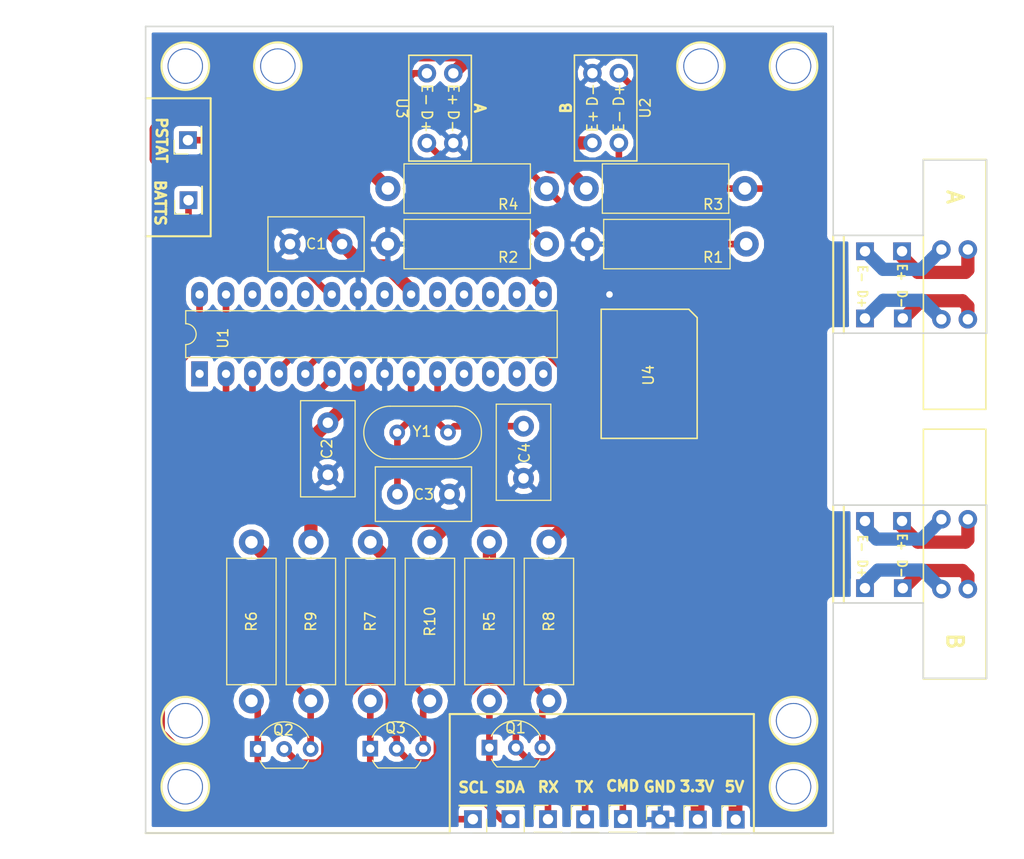
<source format=kicad_pcb>
(kicad_pcb (version 20171130) (host pcbnew 5.0.2+dfsg1-1~bpo9+1)

  (general
    (thickness 1.6)
    (drawings 66)
    (tracks 303)
    (zones 0)
    (modules 42)
    (nets 30)
  )

  (page A4)
  (title_block
    (title "EncoderBoard Schematic")
    (rev v1.0)
    (company "Developed by Paul Max Avalos Aguilar")
  )

  (layers
    (0 F.Cu signal)
    (31 B.Cu signal)
    (32 B.Adhes user)
    (33 F.Adhes user)
    (34 B.Paste user)
    (35 F.Paste user)
    (36 B.SilkS user)
    (37 F.SilkS user)
    (38 B.Mask user)
    (39 F.Mask user)
    (40 Dwgs.User user)
    (41 Cmts.User user)
    (42 Eco1.User user)
    (43 Eco2.User user)
    (44 Edge.Cuts user)
    (45 Margin user)
    (46 B.CrtYd user)
    (47 F.CrtYd user)
    (48 B.Fab user)
    (49 F.Fab user)
  )

  (setup
    (last_trace_width 0.254)
    (user_trace_width 0.254)
    (user_trace_width 0.635)
    (user_trace_width 1.27)
    (user_trace_width 0.254)
    (user_trace_width 0.635)
    (user_trace_width 1.27)
    (user_trace_width 0.254)
    (user_trace_width 0.635)
    (user_trace_width 1.27)
    (user_trace_width 0.254)
    (user_trace_width 0.635)
    (user_trace_width 1.27)
    (user_trace_width 0.254)
    (user_trace_width 0.635)
    (user_trace_width 1.27)
    (user_trace_width 0.254)
    (user_trace_width 0.635)
    (user_trace_width 1.27)
    (user_trace_width 0.254)
    (user_trace_width 0.635)
    (user_trace_width 1.27)
    (user_trace_width 0.254)
    (user_trace_width 0.635)
    (user_trace_width 1.27)
    (user_trace_width 0.254)
    (user_trace_width 0.635)
    (user_trace_width 1.27)
    (trace_clearance 0.254)
    (zone_clearance 0.508)
    (zone_45_only no)
    (trace_min 0.254)
    (segment_width 0.2)
    (edge_width 0.15)
    (via_size 0.45)
    (via_drill 0.2)
    (via_min_size 0.45)
    (via_min_drill 0.2)
    (user_via 1.27 0.635)
    (user_via 1.27 0.635)
    (user_via 2.54 1.27)
    (user_via 1.27 0.635)
    (user_via 2.54 1.27)
    (user_via 1.27 0.635)
    (user_via 1.27 0.635)
    (user_via 1.27 0.635)
    (user_via 1.27 0.635)
    (user_via 2.54 1.27)
    (user_via 1.27 0.635)
    (user_via 1.27 0.635)
    (user_via 2.54 1.27)
    (uvia_size 0.3)
    (uvia_drill 0.1)
    (uvias_allowed no)
    (uvia_min_size 0.2)
    (uvia_min_drill 0.1)
    (pcb_text_width 0.3)
    (pcb_text_size 1.5 1.5)
    (mod_edge_width 0.15)
    (mod_text_size 1 1)
    (mod_text_width 0.15)
    (pad_size 1.524 1.524)
    (pad_drill 0.762)
    (pad_to_mask_clearance 0.051)
    (solder_mask_min_width 0.25)
    (aux_axis_origin 0 0)
    (grid_origin 158.75 147.32)
    (visible_elements 7FFFFFFF)
    (pcbplotparams
      (layerselection 0x010fc_ffffffff)
      (usegerberextensions false)
      (usegerberattributes false)
      (usegerberadvancedattributes false)
      (creategerberjobfile false)
      (excludeedgelayer true)
      (linewidth 0.100000)
      (plotframeref false)
      (viasonmask false)
      (mode 1)
      (useauxorigin false)
      (hpglpennumber 1)
      (hpglpenspeed 20)
      (hpglpendiameter 15.000000)
      (psnegative false)
      (psa4output false)
      (plotreference true)
      (plotvalue true)
      (plotinvisibletext false)
      (padsonsilk false)
      (subtractmaskfromsilk false)
      (outputformat 1)
      (mirror false)
      (drillshape 0)
      (scaleselection 1)
      (outputdirectory "Gerbers/"))
  )

  (net 0 "")
  (net 1 +5V)
  (net 2 GND)
  (net 3 "Net-(C3-Pad2)")
  (net 4 "Net-(C4-Pad2)")
  (net 5 /3VCMD)
  (net 6 /3VTX)
  (net 7 /3VRX)
  (net 8 +3V3)
  (net 9 /SDA)
  (net 10 /SCL)
  (net 11 /PowSupStat)
  (net 12 /BattVoltSens)
  (net 13 /CMD)
  (net 14 /RX)
  (net 15 /TX)
  (net 16 "Net-(R1-Pad1)")
  (net 17 "Net-(R2-Pad1)")
  (net 18 /SIGA)
  (net 19 /SIGB)
  (net 20 /OUTB)
  (net 21 /OUTA)
  (net 22 "Net-(J1-Pad1)")
  (net 23 "Net-(J2-Pad1)")
  (net 24 "Net-(J3-Pad1)")
  (net 25 "Net-(J4-Pad1)")
  (net 26 "Net-(J5-Pad1)")
  (net 27 "Net-(J6-Pad1)")
  (net 28 "Net-(J7-Pad1)")
  (net 29 "Net-(J8-Pad1)")

  (net_class Default "Esta es la clase de red por defecto."
    (clearance 0.254)
    (trace_width 0.254)
    (via_dia 0.45)
    (via_drill 0.2)
    (uvia_dia 0.3)
    (uvia_drill 0.1)
    (diff_pair_gap 0.254)
    (diff_pair_width 0.254)
    (add_net +3V3)
    (add_net +5V)
    (add_net /3VCMD)
    (add_net /3VRX)
    (add_net /3VTX)
    (add_net /BattVoltSens)
    (add_net /CMD)
    (add_net /OUTA)
    (add_net /OUTB)
    (add_net /PowSupStat)
    (add_net /RX)
    (add_net /SCL)
    (add_net /SDA)
    (add_net /SIGA)
    (add_net /SIGB)
    (add_net /TX)
    (add_net GND)
    (add_net "Net-(C3-Pad2)")
    (add_net "Net-(C4-Pad2)")
    (add_net "Net-(J1-Pad1)")
    (add_net "Net-(J2-Pad1)")
    (add_net "Net-(J3-Pad1)")
    (add_net "Net-(J4-Pad1)")
    (add_net "Net-(J5-Pad1)")
    (add_net "Net-(J6-Pad1)")
    (add_net "Net-(J7-Pad1)")
    (add_net "Net-(J8-Pad1)")
    (add_net "Net-(R1-Pad1)")
    (add_net "Net-(R2-Pad1)")
  )

  (module Encoder:DIP-28_W7.62mm_LongPads (layer F.Cu) (tedit 5C285591) (tstamp 5C5F3270)
    (at 95.3516 103.2129 90)
    (descr "28-lead though-hole mounted DIP package, row spacing 7.62 mm (300 mils), LongPads")
    (tags "THT DIP DIL PDIP 2.54mm 7.62mm 300mil LongPads")
    (path /5C26CFC4)
    (fp_text reference U1 (at 3.4163 2.2479 90) (layer F.SilkS)
      (effects (font (size 1 1) (thickness 0.15)))
    )
    (fp_text value ATmega328-PU (at 3.81 36.83 90) (layer F.Fab)
      (effects (font (size 1 1) (thickness 0.15)))
    )
    (fp_arc (start 3.81 -1.33) (end 2.81 -1.33) (angle -180) (layer F.SilkS) (width 0.12))
    (fp_line (start 1.635 -1.27) (end 6.985 -1.27) (layer F.Fab) (width 0.1))
    (fp_line (start 6.985 -1.27) (end 6.985 34.29) (layer F.Fab) (width 0.1))
    (fp_line (start 6.985 34.29) (end 0.635 34.29) (layer F.Fab) (width 0.1))
    (fp_line (start 0.635 34.29) (end 0.635 -0.27) (layer F.Fab) (width 0.1))
    (fp_line (start 0.635 -0.27) (end 1.635 -1.27) (layer F.Fab) (width 0.1))
    (fp_line (start 2.81 -1.33) (end 1.56 -1.33) (layer F.SilkS) (width 0.12))
    (fp_line (start 1.56 -1.33) (end 1.56 34.35) (layer F.SilkS) (width 0.12))
    (fp_line (start 1.56 34.35) (end 6.06 34.35) (layer F.SilkS) (width 0.12))
    (fp_line (start 6.06 34.35) (end 6.06 -1.33) (layer F.SilkS) (width 0.12))
    (fp_line (start 6.06 -1.33) (end 4.81 -1.33) (layer F.SilkS) (width 0.12))
    (fp_line (start -1.45 -1.55) (end -1.45 34.55) (layer F.CrtYd) (width 0.05))
    (fp_line (start -1.45 34.55) (end 9.1 34.55) (layer F.CrtYd) (width 0.05))
    (fp_line (start 9.1 34.55) (end 9.1 -1.55) (layer F.CrtYd) (width 0.05))
    (fp_line (start 9.1 -1.55) (end -1.45 -1.55) (layer F.CrtYd) (width 0.05))
    (fp_text user %R (at 3.81 16.51 90) (layer F.Fab)
      (effects (font (size 1 1) (thickness 0.15)))
    )
    (pad 1 thru_hole rect (at 0 0 90) (size 2.4 1.6) (drill 0.8) (layers *.Cu *.Mask))
    (pad 15 thru_hole oval (at 7.62 33.02 90) (size 2.4 1.6) (drill 0.8) (layers *.Cu *.Mask)
      (net 11 /PowSupStat))
    (pad 2 thru_hole oval (at 0 2.54 90) (size 2.4 1.6) (drill 0.8) (layers *.Cu *.Mask)
      (net 14 /RX))
    (pad 16 thru_hole oval (at 7.62 30.48 90) (size 2.4 1.6) (drill 0.8) (layers *.Cu *.Mask))
    (pad 3 thru_hole oval (at 0 5.08 90) (size 2.4 1.6) (drill 0.8) (layers *.Cu *.Mask)
      (net 15 /TX))
    (pad 17 thru_hole oval (at 7.62 27.94 90) (size 2.4 1.6) (drill 0.8) (layers *.Cu *.Mask))
    (pad 4 thru_hole oval (at 0 7.62 90) (size 2.4 1.6) (drill 0.8) (layers *.Cu *.Mask)
      (net 21 /OUTA))
    (pad 18 thru_hole oval (at 7.62 25.4 90) (size 2.4 1.6) (drill 0.8) (layers *.Cu *.Mask))
    (pad 5 thru_hole oval (at 0 10.16 90) (size 2.4 1.6) (drill 0.8) (layers *.Cu *.Mask)
      (net 20 /OUTB))
    (pad 19 thru_hole oval (at 7.62 22.86 90) (size 2.4 1.6) (drill 0.8) (layers *.Cu *.Mask))
    (pad 6 thru_hole oval (at 0 12.7 90) (size 2.4 1.6) (drill 0.8) (layers *.Cu *.Mask)
      (net 13 /CMD))
    (pad 20 thru_hole oval (at 7.62 20.32 90) (size 2.4 1.6) (drill 0.8) (layers *.Cu *.Mask)
      (net 1 +5V))
    (pad 7 thru_hole oval (at 0 15.24 90) (size 2.4 1.6) (drill 0.8) (layers *.Cu *.Mask)
      (net 1 +5V))
    (pad 21 thru_hole oval (at 7.62 17.78 90) (size 2.4 1.6) (drill 0.8) (layers *.Cu *.Mask))
    (pad 8 thru_hole oval (at 0 17.78 90) (size 2.4 1.6) (drill 0.8) (layers *.Cu *.Mask)
      (net 2 GND))
    (pad 22 thru_hole oval (at 7.62 15.24 90) (size 2.4 1.6) (drill 0.8) (layers *.Cu *.Mask)
      (net 2 GND))
    (pad 9 thru_hole oval (at 0 20.32 90) (size 2.4 1.6) (drill 0.8) (layers *.Cu *.Mask)
      (net 3 "Net-(C3-Pad2)"))
    (pad 23 thru_hole oval (at 7.62 12.7 90) (size 2.4 1.6) (drill 0.8) (layers *.Cu *.Mask)
      (net 12 /BattVoltSens))
    (pad 10 thru_hole oval (at 0 22.86 90) (size 2.4 1.6) (drill 0.8) (layers *.Cu *.Mask)
      (net 4 "Net-(C4-Pad2)"))
    (pad 24 thru_hole oval (at 7.62 10.16 90) (size 2.4 1.6) (drill 0.8) (layers *.Cu *.Mask))
    (pad 11 thru_hole oval (at 0 25.4 90) (size 2.4 1.6) (drill 0.8) (layers *.Cu *.Mask))
    (pad 25 thru_hole oval (at 7.62 7.62 90) (size 2.4 1.6) (drill 0.8) (layers *.Cu *.Mask))
    (pad 12 thru_hole oval (at 0 27.94 90) (size 2.4 1.6) (drill 0.8) (layers *.Cu *.Mask))
    (pad 26 thru_hole oval (at 7.62 5.08 90) (size 2.4 1.6) (drill 0.8) (layers *.Cu *.Mask))
    (pad 13 thru_hole oval (at 0 30.48 90) (size 2.4 1.6) (drill 0.8) (layers *.Cu *.Mask))
    (pad 27 thru_hole oval (at 7.62 2.54 90) (size 2.4 1.6) (drill 0.8) (layers *.Cu *.Mask)
      (net 9 /SDA))
    (pad 14 thru_hole oval (at 0 33.02 90) (size 2.4 1.6) (drill 0.8) (layers *.Cu *.Mask))
    (pad 28 thru_hole oval (at 7.62 0 90) (size 2.4 1.6) (drill 0.8) (layers *.Cu *.Mask)
      (net 10 /SCL))
    (model ${KISYS3DMOD}/Package_DIP.3dshapes/DIP-28_W7.62mm.wrl
      (at (xyz 0 0 0))
      (scale (xyz 1 1 1))
      (rotate (xyz 0 0 0))
    )
    (model ${KIPRJMOD}/../FootPrints/3DModels/28PIC/DIP28.STEP
      (offset (xyz 4 -16.5 2.5))
      (scale (xyz 1 1 1))
      (rotate (xyz 180 0 90))
    )
    (model ${KIPRJMOD}/../FootPrints/3DModels/28PIC/IC_Sockel_28P.stp
      (offset (xyz 4 -34.35 0))
      (scale (xyz 1 1 1))
      (rotate (xyz -90 0 0))
    )
  )

  (module Encoder:R_Axial_DIN0414_L11.9mm_D4.5mm_P15.24mm_Horizontal (layer F.Cu) (tedit 5C2855E3) (tstamp 5C292C22)
    (at 132.4864 85.4202)
    (descr "Resistor, Axial_DIN0414 series, Axial, Horizontal, pin pitch=15.24mm, 2W, length*diameter=11.9*4.5mm^2, http://www.vishay.com/docs/20128/wkxwrx.pdf")
    (tags "Resistor Axial_DIN0414 series Axial Horizontal pin pitch 15.24mm 2W length 11.9mm diameter 4.5mm")
    (path /5C28C76B)
    (fp_text reference R3 (at 12.192 1.524) (layer F.SilkS)
      (effects (font (size 1 1) (thickness 0.15)))
    )
    (fp_text value 1.2K (at 7.62 1.524) (layer F.Fab)
      (effects (font (size 1 1) (thickness 0.15)))
    )
    (fp_text user %R (at 7.62 0) (layer F.Fab)
      (effects (font (size 1 1) (thickness 0.15)))
    )
    (fp_line (start 16.69 -2.5) (end -1.45 -2.5) (layer F.CrtYd) (width 0.05))
    (fp_line (start 16.69 2.5) (end 16.69 -2.5) (layer F.CrtYd) (width 0.05))
    (fp_line (start -1.45 2.5) (end 16.69 2.5) (layer F.CrtYd) (width 0.05))
    (fp_line (start -1.45 -2.5) (end -1.45 2.5) (layer F.CrtYd) (width 0.05))
    (fp_line (start 13.8 0) (end 13.69 0) (layer F.SilkS) (width 0.12))
    (fp_line (start 1.44 0) (end 1.55 0) (layer F.SilkS) (width 0.12))
    (fp_line (start 13.69 -2.37) (end 1.55 -2.37) (layer F.SilkS) (width 0.12))
    (fp_line (start 13.69 2.37) (end 13.69 -2.37) (layer F.SilkS) (width 0.12))
    (fp_line (start 1.55 2.37) (end 13.69 2.37) (layer F.SilkS) (width 0.12))
    (fp_line (start 1.55 -2.37) (end 1.55 2.37) (layer F.SilkS) (width 0.12))
    (fp_line (start 15.24 0) (end 13.57 0) (layer F.Fab) (width 0.1))
    (fp_line (start 0 0) (end 1.67 0) (layer F.Fab) (width 0.1))
    (fp_line (start 13.57 -2.25) (end 1.67 -2.25) (layer F.Fab) (width 0.1))
    (fp_line (start 13.57 2.25) (end 13.57 -2.25) (layer F.Fab) (width 0.1))
    (fp_line (start 1.67 2.25) (end 13.57 2.25) (layer F.Fab) (width 0.1))
    (fp_line (start 1.67 -2.25) (end 1.67 2.25) (layer F.Fab) (width 0.1))
    (pad 2 thru_hole oval (at 15.24 0) (size 2.4 2.4) (drill 1.2) (layers *.Cu *.Mask)
      (net 19 /SIGB))
    (pad 1 thru_hole circle (at 0 0) (size 2.4 2.4) (drill 1.2) (layers *.Cu *.Mask)
      (net 1 +5V))
    (model ${KISYS3DMOD}/Resistor_THT.3dshapes/R_Axial_DIN0414_L11.9mm_D4.5mm_P15.24mm_Horizontal.wrl
      (at (xyz 0 0 0))
      (scale (xyz 1 1 1))
      (rotate (xyz 0 0 0))
    )
    (model "${KIPRJMOD}/../FootPrints/3DModels/Resistance/User Library-Res60 1W SilCoat Master.STEP"
      (offset (xyz 7.5 0 0))
      (scale (xyz 1 1 1))
      (rotate (xyz 0 0 0))
    )
  )

  (module Encoder:TO-92_Inline_Wide (layer F.Cu) (tedit 5C32A0FE) (tstamp 5C292A21)
    (at 100.9396 139.2428)
    (descr "TO-92 leads in-line, wide, drill 0.75mm (see NXP sot054_po.pdf)")
    (tags "to-92 sc-43 sc-43a sot54 PA33 transistor")
    (path /5C29B368)
    (fp_text reference Q2 (at 2.4638 -1.8161) (layer F.SilkS)
      (effects (font (size 1 1) (thickness 0.15)))
    )
    (fp_text value Q_NMOS_SGD (at 2.54 2.79) (layer F.Fab)
      (effects (font (size 1 1) (thickness 0.15)))
    )
    (fp_arc (start 2.54 0) (end 4.34 1.85) (angle -20) (layer F.SilkS) (width 0.12))
    (fp_arc (start 2.54 0) (end 2.54 -2.48) (angle -135) (layer F.Fab) (width 0.1))
    (fp_arc (start 2.54 0) (end 2.54 -2.48) (angle 135) (layer F.Fab) (width 0.1))
    (fp_arc (start 2.54 0) (end 2.54 -2.6) (angle 65) (layer F.SilkS) (width 0.12))
    (fp_arc (start 2.54 0) (end 2.54 -2.6) (angle -65) (layer F.SilkS) (width 0.12))
    (fp_arc (start 2.54 0) (end 0.74 1.85) (angle 20) (layer F.SilkS) (width 0.12))
    (fp_line (start 6.09 2.01) (end -1.01 2.01) (layer F.CrtYd) (width 0.05))
    (fp_line (start 6.09 2.01) (end 6.09 -2.73) (layer F.CrtYd) (width 0.05))
    (fp_line (start -1.01 -2.73) (end -1.01 2.01) (layer F.CrtYd) (width 0.05))
    (fp_line (start -1.01 -2.73) (end 6.09 -2.73) (layer F.CrtYd) (width 0.05))
    (fp_line (start 0.8 1.75) (end 4.3 1.75) (layer F.Fab) (width 0.1))
    (fp_line (start 0.74 1.85) (end 4.34 1.85) (layer F.SilkS) (width 0.12))
    (fp_text user %R (at 2.4384 -1.7653) (layer F.Fab)
      (effects (font (size 1 1) (thickness 0.15)))
    )
    (pad 1 thru_hole rect (at 0 0 90) (size 1.5 1.5) (drill 0.8) (layers *.Cu *.Mask)
      (net 6 /3VTX))
    (pad 3 thru_hole circle (at 5.08 0 90) (size 1.5 1.5) (drill 0.8) (layers *.Cu *.Mask)
      (net 14 /RX))
    (pad 2 thru_hole circle (at 2.54 0 90) (size 1.5 1.5) (drill 0.8) (layers *.Cu *.Mask)
      (net 8 +3V3))
    (model ${KISYS3DMOD}/Package_TO_SOT_THT.3dshapes/TO-92_Inline_Wide.wrl
      (at (xyz 0 0 0))
      (scale (xyz 1 1 1))
      (rotate (xyz 0 0 0))
    )
    (model "${KIPRJMOD}/../FootPrints/3DModels/TO-92/TO-92 Formed Leads.stp"
      (offset (xyz 2.499359962463379 0 -1.000759984970093))
      (scale (xyz 1 1 1))
      (rotate (xyz 0 0 -180))
    )
  )

  (module Encoder:TO-92_Inline_Wide (layer F.Cu) (tedit 5C32A0FE) (tstamp 5C292E32)
    (at 123.19 139.1158)
    (descr "TO-92 leads in-line, wide, drill 0.75mm (see NXP sot054_po.pdf)")
    (tags "to-92 sc-43 sc-43a sot54 PA33 transistor")
    (path /5C2A856F)
    (fp_text reference Q1 (at 2.5019 -1.8923) (layer F.SilkS)
      (effects (font (size 1 1) (thickness 0.15)))
    )
    (fp_text value Q_NMOS_SGD (at 2.54 2.79) (layer F.Fab)
      (effects (font (size 1 1) (thickness 0.15)))
    )
    (fp_arc (start 2.54 0) (end 4.34 1.85) (angle -20) (layer F.SilkS) (width 0.12))
    (fp_arc (start 2.54 0) (end 2.54 -2.48) (angle -135) (layer F.Fab) (width 0.1))
    (fp_arc (start 2.54 0) (end 2.54 -2.48) (angle 135) (layer F.Fab) (width 0.1))
    (fp_arc (start 2.54 0) (end 2.54 -2.6) (angle 65) (layer F.SilkS) (width 0.12))
    (fp_arc (start 2.54 0) (end 2.54 -2.6) (angle -65) (layer F.SilkS) (width 0.12))
    (fp_arc (start 2.54 0) (end 0.74 1.85) (angle 20) (layer F.SilkS) (width 0.12))
    (fp_line (start 6.09 2.01) (end -1.01 2.01) (layer F.CrtYd) (width 0.05))
    (fp_line (start 6.09 2.01) (end 6.09 -2.73) (layer F.CrtYd) (width 0.05))
    (fp_line (start -1.01 -2.73) (end -1.01 2.01) (layer F.CrtYd) (width 0.05))
    (fp_line (start -1.01 -2.73) (end 6.09 -2.73) (layer F.CrtYd) (width 0.05))
    (fp_line (start 0.8 1.75) (end 4.3 1.75) (layer F.Fab) (width 0.1))
    (fp_line (start 0.74 1.85) (end 4.34 1.85) (layer F.SilkS) (width 0.12))
    (fp_text user %R (at 2.4765 -1.8923) (layer F.Fab)
      (effects (font (size 1 1) (thickness 0.15)))
    )
    (pad 1 thru_hole rect (at 0 0 90) (size 1.5 1.5) (drill 0.8) (layers *.Cu *.Mask)
      (net 5 /3VCMD))
    (pad 3 thru_hole circle (at 5.08 0 90) (size 1.5 1.5) (drill 0.8) (layers *.Cu *.Mask)
      (net 13 /CMD))
    (pad 2 thru_hole circle (at 2.54 0 90) (size 1.5 1.5) (drill 0.8) (layers *.Cu *.Mask)
      (net 8 +3V3))
    (model ${KISYS3DMOD}/Package_TO_SOT_THT.3dshapes/TO-92_Inline_Wide.wrl
      (at (xyz 0 0 0))
      (scale (xyz 1 1 1))
      (rotate (xyz 0 0 0))
    )
    (model "${KIPRJMOD}/../FootPrints/3DModels/TO-92/TO-92 Formed Leads.stp"
      (offset (xyz 2.499359962463379 0 -1.000759984970093))
      (scale (xyz 1 1 1))
      (rotate (xyz 0 0 -180))
    )
  )

  (module Encoder:TO-92_Inline_Wide (layer F.Cu) (tedit 5C32A0FE) (tstamp 5C29283E)
    (at 111.7473 139.2174)
    (descr "TO-92 leads in-line, wide, drill 0.75mm (see NXP sot054_po.pdf)")
    (tags "to-92 sc-43 sc-43a sot54 PA33 transistor")
    (path /5C2A6C8A)
    (fp_text reference Q3 (at 2.4257 -1.9939) (layer F.SilkS)
      (effects (font (size 1 1) (thickness 0.15)))
    )
    (fp_text value Q_NMOS_SGD (at 2.54 2.79) (layer F.Fab)
      (effects (font (size 1 1) (thickness 0.15)))
    )
    (fp_arc (start 2.54 0) (end 4.34 1.85) (angle -20) (layer F.SilkS) (width 0.12))
    (fp_arc (start 2.54 0) (end 2.54 -2.48) (angle -135) (layer F.Fab) (width 0.1))
    (fp_arc (start 2.54 0) (end 2.54 -2.48) (angle 135) (layer F.Fab) (width 0.1))
    (fp_arc (start 2.54 0) (end 2.54 -2.6) (angle 65) (layer F.SilkS) (width 0.12))
    (fp_arc (start 2.54 0) (end 2.54 -2.6) (angle -65) (layer F.SilkS) (width 0.12))
    (fp_arc (start 2.54 0) (end 0.74 1.85) (angle 20) (layer F.SilkS) (width 0.12))
    (fp_line (start 6.09 2.01) (end -1.01 2.01) (layer F.CrtYd) (width 0.05))
    (fp_line (start 6.09 2.01) (end 6.09 -2.73) (layer F.CrtYd) (width 0.05))
    (fp_line (start -1.01 -2.73) (end -1.01 2.01) (layer F.CrtYd) (width 0.05))
    (fp_line (start -1.01 -2.73) (end 6.09 -2.73) (layer F.CrtYd) (width 0.05))
    (fp_line (start 0.8 1.75) (end 4.3 1.75) (layer F.Fab) (width 0.1))
    (fp_line (start 0.74 1.85) (end 4.34 1.85) (layer F.SilkS) (width 0.12))
    (fp_text user %R (at 2.4384 -1.9812) (layer F.Fab)
      (effects (font (size 1 1) (thickness 0.15)))
    )
    (pad 1 thru_hole rect (at 0 0 90) (size 1.5 1.5) (drill 0.8) (layers *.Cu *.Mask)
      (net 7 /3VRX))
    (pad 3 thru_hole circle (at 5.08 0 90) (size 1.5 1.5) (drill 0.8) (layers *.Cu *.Mask)
      (net 15 /TX))
    (pad 2 thru_hole circle (at 2.54 0 90) (size 1.5 1.5) (drill 0.8) (layers *.Cu *.Mask)
      (net 8 +3V3))
    (model ${KISYS3DMOD}/Package_TO_SOT_THT.3dshapes/TO-92_Inline_Wide.wrl
      (at (xyz 0 0 0))
      (scale (xyz 1 1 1))
      (rotate (xyz 0 0 0))
    )
    (model "${KIPRJMOD}/../FootPrints/3DModels/TO-92/TO-92 Formed Leads.stp"
      (offset (xyz 2.499359962463379 0 -1.000759984970093))
      (scale (xyz 1 1 1))
      (rotate (xyz 0 0 -180))
    )
  )

  (module Encoder:OptointerrupterConnector (layer F.Cu) (tedit 5C5F2B9A) (tstamp 5C5F2D4A)
    (at 118.4529 77.6986 270)
    (path /5C28324D)
    (fp_text reference U3 (at 0 3.683 270 unlocked) (layer F.SilkS)
      (effects (font (size 1 1) (thickness 0.15)))
    )
    (fp_text value ITR1802B (at 0 -0.127 270) (layer F.Fab)
      (effects (font (size 1 1) (thickness 0.15)))
    )
    (fp_text user D- (at 1.27 -1.27 270 unlocked) (layer F.SilkS)
      (effects (font (size 1 1) (thickness 0.15)))
    )
    (fp_text user D+ (at 1.27 1.27 270 unlocked) (layer F.SilkS)
      (effects (font (size 1 1) (thickness 0.15)))
    )
    (fp_text user E- (at -1.27 1.27 270 unlocked) (layer F.SilkS)
      (effects (font (size 1 1) (thickness 0.15)))
    )
    (fp_text user E+ (at -1.27 -1.27 270 unlocked) (layer F.SilkS)
      (effects (font (size 1 1) (thickness 0.15)))
    )
    (fp_line (start -5.08 3) (end 5.08 3) (layer F.SilkS) (width 0.15))
    (fp_line (start -5.08 -3) (end -5.08 3) (layer F.SilkS) (width 0.15))
    (fp_line (start 5.08 -3) (end -5.08 -3) (layer F.SilkS) (width 0.15))
    (fp_line (start 5.08 3) (end 5.08 -3) (layer F.SilkS) (width 0.15))
    (pad 4 thru_hole circle (at 3.35 -1.27 270) (size 1.778 1.778) (drill 1) (layers *.Cu *.Mask)
      (net 2 GND))
    (pad 1 thru_hole circle (at -3.35 -1.27 270) (size 1.778 1.778) (drill 1) (layers *.Cu *.Mask)
      (net 1 +5V))
    (pad 3 thru_hole circle (at 3.35 1.27 270) (size 1.778 1.778) (drill 1) (layers *.Cu *.Mask)
      (net 18 /SIGA))
    (pad 2 thru_hole circle (at -3.35 1.27 270) (size 1.778 1.778) (drill 1) (layers *.Cu *.Mask)
      (net 17 "Net-(R2-Pad1)"))
  )

  (module Encoder:OptointerrupterConnector (layer F.Cu) (tedit 5C57654B) (tstamp 5C57624F)
    (at 134.3533 77.6859 90)
    (path /5C28311C)
    (fp_text reference U2 (at 0 3.81 90 unlocked) (layer F.SilkS)
      (effects (font (size 1 1) (thickness 0.15)))
    )
    (fp_text value ITR1802A (at -0.635 0 90) (layer F.Fab)
      (effects (font (size 1 1) (thickness 0.15)))
    )
    (fp_text user D- (at 1.27 -1.27 90 unlocked) (layer F.SilkS)
      (effects (font (size 1 1) (thickness 0.15)))
    )
    (fp_text user D+ (at 1.27 1.27 90 unlocked) (layer F.SilkS)
      (effects (font (size 1 1) (thickness 0.15)))
    )
    (fp_text user E- (at -1.27 1.27 90 unlocked) (layer F.SilkS)
      (effects (font (size 1 1) (thickness 0.15)))
    )
    (fp_text user E+ (at -1.27 -1.27 90 unlocked) (layer F.SilkS)
      (effects (font (size 1 1) (thickness 0.15)))
    )
    (fp_line (start -5.08 3) (end 5.08 3) (layer F.SilkS) (width 0.15))
    (fp_line (start -5.08 -3) (end -5.08 3) (layer F.SilkS) (width 0.15))
    (fp_line (start 5.08 -3) (end -5.08 -3) (layer F.SilkS) (width 0.15))
    (fp_line (start 5.08 3) (end 5.08 -3) (layer F.SilkS) (width 0.15))
    (pad 4 thru_hole circle (at 3.35 -1.27 90) (size 1.778 1.778) (drill 1) (layers *.Cu *.Mask)
      (net 2 GND))
    (pad 1 thru_hole circle (at -3.35 -1.27 90) (size 1.778 1.778) (drill 1) (layers *.Cu *.Mask)
      (net 1 +5V))
    (pad 3 thru_hole circle (at 3.35 1.27 90) (size 1.778 1.778) (drill 1) (layers *.Cu *.Mask)
      (net 19 /SIGB))
    (pad 2 thru_hole circle (at -3.35 1.27 90) (size 1.778 1.778) (drill 1) (layers *.Cu *.Mask)
      (net 16 "Net-(R1-Pad1)"))
  )

  (module Encoder:PinHeader_1x01_P2.54mm_Vertical (layer F.Cu) (tedit 5C5F35CF) (tstamp 5C4C135B)
    (at 94.28988 86.5378 90)
    (descr "Through hole straight pin header, 1x01, 2.54mm pitch, single row")
    (tags "Through hole pin header THT 1x01 2.54mm single row")
    (path /5C2A18E3)
    (fp_text reference J10 (at 0 2.61112 90) (layer F.SilkS) hide
      (effects (font (size 1 1) (thickness 0.15)))
    )
    (fp_text value Conn_01x01_Male (at 0 2.33 90) (layer F.Fab)
      (effects (font (size 1 1) (thickness 0.15)))
    )
    (fp_line (start -0.635 -1.27) (end 1.27 -1.27) (layer F.Fab) (width 0.1))
    (fp_line (start 1.27 -1.27) (end 1.27 1.27) (layer F.Fab) (width 0.1))
    (fp_line (start 1.27 1.27) (end -1.27 1.27) (layer F.Fab) (width 0.1))
    (fp_line (start -1.27 1.27) (end -1.27 -0.635) (layer F.Fab) (width 0.1))
    (fp_line (start -1.27 -0.635) (end -0.635 -1.27) (layer F.Fab) (width 0.1))
    (fp_line (start -1.33 1.33) (end 1.33 1.33) (layer F.SilkS) (width 0.12))
    (fp_line (start -1.33 1.27) (end -1.33 1.33) (layer F.SilkS) (width 0.12))
    (fp_line (start 1.33 1.27) (end 1.33 1.33) (layer F.SilkS) (width 0.12))
    (fp_line (start -1.33 1.27) (end 1.33 1.27) (layer F.SilkS) (width 0.12))
    (fp_line (start -1.33 0) (end -1.33 -1.33) (layer F.SilkS) (width 0.12))
    (fp_line (start -1.33 -1.33) (end 0 -1.33) (layer F.SilkS) (width 0.12))
    (fp_line (start -1.8 -1.8) (end -1.8 1.8) (layer F.CrtYd) (width 0.05))
    (fp_line (start -1.8 1.8) (end 1.8 1.8) (layer F.CrtYd) (width 0.05))
    (fp_line (start 1.8 1.8) (end 1.8 -1.8) (layer F.CrtYd) (width 0.05))
    (fp_line (start 1.8 -1.8) (end -1.8 -1.8) (layer F.CrtYd) (width 0.05))
    (fp_text user %R (at 0 0 180) (layer F.Fab)
      (effects (font (size 1 1) (thickness 0.15)))
    )
    (pad 1 thru_hole rect (at 0 0 90) (size 1.7 1.7) (drill 1) (layers *.Cu *.Mask)
      (net 12 /BattVoltSens))
    (model ${KISYS3DMOD}/Connector_PinHeader_2.54mm.3dshapes/PinHeader_1x01_P2.54mm_Vertical.wrl
      (at (xyz 0 0 0))
      (scale (xyz 1 1 1))
      (rotate (xyz 0 0 0))
    )
    (model "${KIPRJMOD}/../FootPrints/3DModels/Connectors/Pin Header 1x1 TH Pitch 2.54mm.stp"
      (at (xyz 0 0 0))
      (scale (xyz 1 1 1))
      (rotate (xyz 0 0 0))
    )
  )

  (module Encoder:PinHeader_1x01_P2.54mm_Vertical (layer F.Cu) (tedit 5C5F3577) (tstamp 5C6656E2)
    (at 128.8161 145.9865)
    (descr "Through hole straight pin header, 1x01, 2.54mm pitch, single row")
    (tags "Through hole pin header THT 1x01 2.54mm single row")
    (path /5C2A1868)
    (fp_text reference J4 (at 0.0254 -0.9779) (layer F.SilkS) hide
      (effects (font (size 1 1) (thickness 0.15)))
    )
    (fp_text value Conn_01x01_Male (at 0 2.33) (layer F.Fab)
      (effects (font (size 1 1) (thickness 0.15)))
    )
    (fp_line (start -0.635 -1.27) (end 1.27 -1.27) (layer F.Fab) (width 0.1))
    (fp_line (start 1.27 -1.27) (end 1.27 1.27) (layer F.Fab) (width 0.1))
    (fp_line (start 1.27 1.27) (end -1.27 1.27) (layer F.Fab) (width 0.1))
    (fp_line (start -1.27 1.27) (end -1.27 -0.635) (layer F.Fab) (width 0.1))
    (fp_line (start -1.27 -0.635) (end -0.635 -1.27) (layer F.Fab) (width 0.1))
    (fp_line (start -1.33 1.33) (end 1.33 1.33) (layer F.SilkS) (width 0.12))
    (fp_line (start -1.33 1.27) (end -1.33 1.33) (layer F.SilkS) (width 0.12))
    (fp_line (start 1.33 1.27) (end 1.33 1.33) (layer F.SilkS) (width 0.12))
    (fp_line (start -1.33 1.27) (end 1.33 1.27) (layer F.SilkS) (width 0.12))
    (fp_line (start -1.33 0) (end -1.33 -1.33) (layer F.SilkS) (width 0.12))
    (fp_line (start -1.33 -1.33) (end 0 -1.33) (layer F.SilkS) (width 0.12))
    (fp_line (start -1.8 -1.8) (end -1.8 1.8) (layer F.CrtYd) (width 0.05))
    (fp_line (start -1.8 1.8) (end 1.8 1.8) (layer F.CrtYd) (width 0.05))
    (fp_line (start 1.8 1.8) (end 1.8 -1.8) (layer F.CrtYd) (width 0.05))
    (fp_line (start 1.8 -1.8) (end -1.8 -1.8) (layer F.CrtYd) (width 0.05))
    (fp_text user %R (at 0 0 90) (layer F.Fab)
      (effects (font (size 1 1) (thickness 0.15)))
    )
    (pad 1 thru_hole rect (at 0 0) (size 1.7 1.7) (drill 1) (layers *.Cu *.Mask)
      (net 6 /3VTX))
    (model ${KISYS3DMOD}/Connector_PinHeader_2.54mm.3dshapes/PinHeader_1x01_P2.54mm_Vertical.wrl
      (at (xyz 0 0 0))
      (scale (xyz 1 1 1))
      (rotate (xyz 0 0 0))
    )
    (model "${KIPRJMOD}/../FootPrints/3DModels/Connectors/Pin Header 1x1 TH Pitch 2.54mm.stp"
      (at (xyz 0 0 0))
      (scale (xyz 1 1 1))
      (rotate (xyz 0 0 0))
    )
  )

  (module Encoder:PinHeader_1x01_P2.54mm_Vertical (layer F.Cu) (tedit 5C5F359F) (tstamp 5C66571E)
    (at 146.8501 146.0373)
    (descr "Through hole straight pin header, 1x01, 2.54mm pitch, single row")
    (tags "Through hole pin header THT 1x01 2.54mm single row")
    (path /5C2A9C22)
    (fp_text reference J1 (at 0.1143 -1.651) (layer F.SilkS) hide
      (effects (font (size 1 1) (thickness 0.15)))
    )
    (fp_text value Conn_01x01_Male (at 0 2.33) (layer F.Fab)
      (effects (font (size 1 1) (thickness 0.15)))
    )
    (fp_line (start -0.635 -1.27) (end 1.27 -1.27) (layer F.Fab) (width 0.1))
    (fp_line (start 1.27 -1.27) (end 1.27 1.27) (layer F.Fab) (width 0.1))
    (fp_line (start 1.27 1.27) (end -1.27 1.27) (layer F.Fab) (width 0.1))
    (fp_line (start -1.27 1.27) (end -1.27 -0.635) (layer F.Fab) (width 0.1))
    (fp_line (start -1.27 -0.635) (end -0.635 -1.27) (layer F.Fab) (width 0.1))
    (fp_line (start -1.33 1.33) (end 1.33 1.33) (layer F.SilkS) (width 0.12))
    (fp_line (start -1.33 1.27) (end -1.33 1.33) (layer F.SilkS) (width 0.12))
    (fp_line (start 1.33 1.27) (end 1.33 1.33) (layer F.SilkS) (width 0.12))
    (fp_line (start -1.33 1.27) (end 1.33 1.27) (layer F.SilkS) (width 0.12))
    (fp_line (start -1.33 0) (end -1.33 -1.33) (layer F.SilkS) (width 0.12))
    (fp_line (start -1.33 -1.33) (end 0 -1.33) (layer F.SilkS) (width 0.12))
    (fp_line (start -1.8 -1.8) (end -1.8 1.8) (layer F.CrtYd) (width 0.05))
    (fp_line (start -1.8 1.8) (end 1.8 1.8) (layer F.CrtYd) (width 0.05))
    (fp_line (start 1.8 1.8) (end 1.8 -1.8) (layer F.CrtYd) (width 0.05))
    (fp_line (start 1.8 -1.8) (end -1.8 -1.8) (layer F.CrtYd) (width 0.05))
    (fp_text user %R (at 0 0 90) (layer F.Fab)
      (effects (font (size 1 1) (thickness 0.15)))
    )
    (pad 1 thru_hole rect (at 0 0) (size 1.7 1.7) (drill 1) (layers *.Cu *.Mask)
      (net 1 +5V))
    (model ${KISYS3DMOD}/Connector_PinHeader_2.54mm.3dshapes/PinHeader_1x01_P2.54mm_Vertical.wrl
      (at (xyz 0 0 0))
      (scale (xyz 1 1 1))
      (rotate (xyz 0 0 0))
    )
    (model "${KIPRJMOD}/../FootPrints/3DModels/Connectors/Pin Header 1x1 TH Pitch 2.54mm.stp"
      (at (xyz 0 0 0))
      (scale (xyz 1 1 1))
      (rotate (xyz 0 0 0))
    )
  )

  (module Encoder:PinHeader_1x01_P2.54mm_Vertical (layer F.Cu) (tedit 5C5F35C1) (tstamp 5C6655B3)
    (at 125.2093 145.9865 180)
    (descr "Through hole straight pin header, 1x01, 2.54mm pitch, single row")
    (tags "Through hole pin header THT 1x01 2.54mm single row")
    (path /5C298E65)
    (fp_text reference J7 (at 0.03302 2.4003 180) (layer F.SilkS) hide
      (effects (font (size 1 1) (thickness 0.15)))
    )
    (fp_text value Conn_01x01_Male (at 0 2.33 180) (layer F.Fab)
      (effects (font (size 1 1) (thickness 0.15)))
    )
    (fp_text user %R (at 0 0 270) (layer F.Fab)
      (effects (font (size 1 1) (thickness 0.15)))
    )
    (fp_line (start 1.8 -1.8) (end -1.8 -1.8) (layer F.CrtYd) (width 0.05))
    (fp_line (start 1.8 1.8) (end 1.8 -1.8) (layer F.CrtYd) (width 0.05))
    (fp_line (start -1.8 1.8) (end 1.8 1.8) (layer F.CrtYd) (width 0.05))
    (fp_line (start -1.8 -1.8) (end -1.8 1.8) (layer F.CrtYd) (width 0.05))
    (fp_line (start -1.33 -1.33) (end 0 -1.33) (layer F.SilkS) (width 0.12))
    (fp_line (start -1.33 0) (end -1.33 -1.33) (layer F.SilkS) (width 0.12))
    (fp_line (start -1.33 1.27) (end 1.33 1.27) (layer F.SilkS) (width 0.12))
    (fp_line (start 1.33 1.27) (end 1.33 1.33) (layer F.SilkS) (width 0.12))
    (fp_line (start -1.33 1.27) (end -1.33 1.33) (layer F.SilkS) (width 0.12))
    (fp_line (start -1.33 1.33) (end 1.33 1.33) (layer F.SilkS) (width 0.12))
    (fp_line (start -1.27 -0.635) (end -0.635 -1.27) (layer F.Fab) (width 0.1))
    (fp_line (start -1.27 1.27) (end -1.27 -0.635) (layer F.Fab) (width 0.1))
    (fp_line (start 1.27 1.27) (end -1.27 1.27) (layer F.Fab) (width 0.1))
    (fp_line (start 1.27 -1.27) (end 1.27 1.27) (layer F.Fab) (width 0.1))
    (fp_line (start -0.635 -1.27) (end 1.27 -1.27) (layer F.Fab) (width 0.1))
    (pad 1 thru_hole rect (at 0 0 180) (size 1.7 1.7) (drill 1) (layers *.Cu *.Mask)
      (net 9 /SDA))
    (model ${KISYS3DMOD}/Connector_PinHeader_2.54mm.3dshapes/PinHeader_1x01_P2.54mm_Vertical.wrl
      (at (xyz 0 0 0))
      (scale (xyz 1 1 1))
      (rotate (xyz 0 0 0))
    )
    (model "${KIPRJMOD}/../FootPrints/3DModels/Connectors/Pin Header 1x1 TH Pitch 2.54mm.stp"
      (at (xyz 0 0 0))
      (scale (xyz 1 1 1))
      (rotate (xyz 0 0 0))
    )
  )

  (module Encoder:PinHeader_1x01_P2.54mm_Vertical (layer F.Cu) (tedit 5C5F3536) (tstamp 5C665577)
    (at 132.3848 145.9992)
    (descr "Through hole straight pin header, 1x01, 2.54mm pitch, single row")
    (tags "Through hole pin header THT 1x01 2.54mm single row")
    (path /5C2A3574)
    (fp_text reference J5 (at 0 -1.0668) (layer F.SilkS) hide
      (effects (font (size 1 1) (thickness 0.15)))
    )
    (fp_text value Conn_01x01_Male (at 0 2.33) (layer F.Fab)
      (effects (font (size 1 1) (thickness 0.15)))
    )
    (fp_text user %R (at 0 0 90) (layer F.Fab)
      (effects (font (size 1 1) (thickness 0.15)))
    )
    (fp_line (start 1.8 -1.8) (end -1.8 -1.8) (layer F.CrtYd) (width 0.05))
    (fp_line (start 1.8 1.8) (end 1.8 -1.8) (layer F.CrtYd) (width 0.05))
    (fp_line (start -1.8 1.8) (end 1.8 1.8) (layer F.CrtYd) (width 0.05))
    (fp_line (start -1.8 -1.8) (end -1.8 1.8) (layer F.CrtYd) (width 0.05))
    (fp_line (start -1.33 -1.33) (end 0 -1.33) (layer F.SilkS) (width 0.12))
    (fp_line (start -1.33 0) (end -1.33 -1.33) (layer F.SilkS) (width 0.12))
    (fp_line (start -1.33 1.27) (end 1.33 1.27) (layer F.SilkS) (width 0.12))
    (fp_line (start 1.33 1.27) (end 1.33 1.33) (layer F.SilkS) (width 0.12))
    (fp_line (start -1.33 1.27) (end -1.33 1.33) (layer F.SilkS) (width 0.12))
    (fp_line (start -1.33 1.33) (end 1.33 1.33) (layer F.SilkS) (width 0.12))
    (fp_line (start -1.27 -0.635) (end -0.635 -1.27) (layer F.Fab) (width 0.1))
    (fp_line (start -1.27 1.27) (end -1.27 -0.635) (layer F.Fab) (width 0.1))
    (fp_line (start 1.27 1.27) (end -1.27 1.27) (layer F.Fab) (width 0.1))
    (fp_line (start 1.27 -1.27) (end 1.27 1.27) (layer F.Fab) (width 0.1))
    (fp_line (start -0.635 -1.27) (end 1.27 -1.27) (layer F.Fab) (width 0.1))
    (pad 1 thru_hole rect (at 0 0) (size 1.7 1.7) (drill 1) (layers *.Cu *.Mask)
      (net 7 /3VRX))
    (model ${KISYS3DMOD}/Connector_PinHeader_2.54mm.3dshapes/PinHeader_1x01_P2.54mm_Vertical.wrl
      (at (xyz 0 0 0))
      (scale (xyz 1 1 1))
      (rotate (xyz 0 0 0))
    )
    (model "${KIPRJMOD}/../FootPrints/3DModels/Connectors/Pin Header 1x1 TH Pitch 2.54mm.stp"
      (at (xyz 0 0 0))
      (scale (xyz 1 1 1))
      (rotate (xyz 0 0 0))
    )
  )

  (module Encoder:PinHeader_1x01_P2.54mm_Vertical (layer F.Cu) (tedit 5C5F35C8) (tstamp 5C66566A)
    (at 121.6025 145.9865 180)
    (descr "Through hole straight pin header, 1x01, 2.54mm pitch, single row")
    (tags "Through hole pin header THT 1x01 2.54mm single row")
    (path /5C29AFCE)
    (fp_text reference J8 (at -0.22098 2.4003 180) (layer F.SilkS) hide
      (effects (font (size 1 1) (thickness 0.15)))
    )
    (fp_text value Conn_01x01_Male (at 0 2.33 180) (layer F.Fab)
      (effects (font (size 1 1) (thickness 0.15)))
    )
    (fp_line (start -0.635 -1.27) (end 1.27 -1.27) (layer F.Fab) (width 0.1))
    (fp_line (start 1.27 -1.27) (end 1.27 1.27) (layer F.Fab) (width 0.1))
    (fp_line (start 1.27 1.27) (end -1.27 1.27) (layer F.Fab) (width 0.1))
    (fp_line (start -1.27 1.27) (end -1.27 -0.635) (layer F.Fab) (width 0.1))
    (fp_line (start -1.27 -0.635) (end -0.635 -1.27) (layer F.Fab) (width 0.1))
    (fp_line (start -1.33 1.33) (end 1.33 1.33) (layer F.SilkS) (width 0.12))
    (fp_line (start -1.33 1.27) (end -1.33 1.33) (layer F.SilkS) (width 0.12))
    (fp_line (start 1.33 1.27) (end 1.33 1.33) (layer F.SilkS) (width 0.12))
    (fp_line (start -1.33 1.27) (end 1.33 1.27) (layer F.SilkS) (width 0.12))
    (fp_line (start -1.33 0) (end -1.33 -1.33) (layer F.SilkS) (width 0.12))
    (fp_line (start -1.33 -1.33) (end 0 -1.33) (layer F.SilkS) (width 0.12))
    (fp_line (start -1.8 -1.8) (end -1.8 1.8) (layer F.CrtYd) (width 0.05))
    (fp_line (start -1.8 1.8) (end 1.8 1.8) (layer F.CrtYd) (width 0.05))
    (fp_line (start 1.8 1.8) (end 1.8 -1.8) (layer F.CrtYd) (width 0.05))
    (fp_line (start 1.8 -1.8) (end -1.8 -1.8) (layer F.CrtYd) (width 0.05))
    (fp_text user %R (at 0 0 270) (layer F.Fab)
      (effects (font (size 1 1) (thickness 0.15)))
    )
    (pad 1 thru_hole rect (at 0 0 180) (size 1.7 1.7) (drill 1) (layers *.Cu *.Mask)
      (net 10 /SCL))
    (model ${KISYS3DMOD}/Connector_PinHeader_2.54mm.3dshapes/PinHeader_1x01_P2.54mm_Vertical.wrl
      (at (xyz 0 0 0))
      (scale (xyz 1 1 1))
      (rotate (xyz 0 0 0))
    )
    (model "${KIPRJMOD}/../FootPrints/3DModels/Connectors/Pin Header 1x1 TH Pitch 2.54mm.stp"
      (at (xyz 0 0 0))
      (scale (xyz 1 1 1))
      (rotate (xyz 0 0 0))
    )
  )

  (module Encoder:PinHeader_1x01_P2.54mm_Vertical (layer F.Cu) (tedit 5C5F3590) (tstamp 5C6656A6)
    (at 143.2052 146.0246)
    (descr "Through hole straight pin header, 1x01, 2.54mm pitch, single row")
    (tags "Through hole pin header THT 1x01 2.54mm single row")
    (path /5C28E2B6)
    (fp_text reference J6 (at 0.2032 -1.6637) (layer F.SilkS) hide
      (effects (font (size 1 1) (thickness 0.15)))
    )
    (fp_text value Conn_01x01_Male (at 0 2.33) (layer F.Fab)
      (effects (font (size 1 1) (thickness 0.15)))
    )
    (fp_line (start -0.635 -1.27) (end 1.27 -1.27) (layer F.Fab) (width 0.1))
    (fp_line (start 1.27 -1.27) (end 1.27 1.27) (layer F.Fab) (width 0.1))
    (fp_line (start 1.27 1.27) (end -1.27 1.27) (layer F.Fab) (width 0.1))
    (fp_line (start -1.27 1.27) (end -1.27 -0.635) (layer F.Fab) (width 0.1))
    (fp_line (start -1.27 -0.635) (end -0.635 -1.27) (layer F.Fab) (width 0.1))
    (fp_line (start -1.33 1.33) (end 1.33 1.33) (layer F.SilkS) (width 0.12))
    (fp_line (start -1.33 1.27) (end -1.33 1.33) (layer F.SilkS) (width 0.12))
    (fp_line (start 1.33 1.27) (end 1.33 1.33) (layer F.SilkS) (width 0.12))
    (fp_line (start -1.33 1.27) (end 1.33 1.27) (layer F.SilkS) (width 0.12))
    (fp_line (start -1.33 0) (end -1.33 -1.33) (layer F.SilkS) (width 0.12))
    (fp_line (start -1.33 -1.33) (end 0 -1.33) (layer F.SilkS) (width 0.12))
    (fp_line (start -1.8 -1.8) (end -1.8 1.8) (layer F.CrtYd) (width 0.05))
    (fp_line (start -1.8 1.8) (end 1.8 1.8) (layer F.CrtYd) (width 0.05))
    (fp_line (start 1.8 1.8) (end 1.8 -1.8) (layer F.CrtYd) (width 0.05))
    (fp_line (start 1.8 -1.8) (end -1.8 -1.8) (layer F.CrtYd) (width 0.05))
    (fp_text user %R (at 0 0 90) (layer F.Fab)
      (effects (font (size 1 1) (thickness 0.15)))
    )
    (pad 1 thru_hole rect (at 0 0) (size 1.7 1.7) (drill 1) (layers *.Cu *.Mask)
      (net 8 +3V3))
    (model ${KISYS3DMOD}/Connector_PinHeader_2.54mm.3dshapes/PinHeader_1x01_P2.54mm_Vertical.wrl
      (at (xyz 0 0 0))
      (scale (xyz 1 1 1))
      (rotate (xyz 0 0 0))
    )
    (model "${KIPRJMOD}/../FootPrints/3DModels/Connectors/Pin Header 1x1 TH Pitch 2.54mm.stp"
      (at (xyz 0 0 0))
      (scale (xyz 1 1 1))
      (rotate (xyz 0 0 0))
    )
  )

  (module Encoder:PinHeader_1x01_P2.54mm_Vertical (layer F.Cu) (tedit 5C5F35D5) (tstamp 5C4C0A8D)
    (at 94.234 80.772 90)
    (descr "Through hole straight pin header, 1x01, 2.54mm pitch, single row")
    (tags "Through hole pin header THT 1x01 2.54mm single row")
    (path /5C29D02E)
    (fp_text reference J9 (at 0 2.54 90) (layer F.SilkS) hide
      (effects (font (size 1 1) (thickness 0.15)))
    )
    (fp_text value Conn_01x01_Male (at 0 2.33 90) (layer F.Fab)
      (effects (font (size 1 1) (thickness 0.15)))
    )
    (fp_text user %R (at 0 0 180) (layer F.Fab)
      (effects (font (size 1 1) (thickness 0.15)))
    )
    (fp_line (start 1.8 -1.8) (end -1.8 -1.8) (layer F.CrtYd) (width 0.05))
    (fp_line (start 1.8 1.8) (end 1.8 -1.8) (layer F.CrtYd) (width 0.05))
    (fp_line (start -1.8 1.8) (end 1.8 1.8) (layer F.CrtYd) (width 0.05))
    (fp_line (start -1.8 -1.8) (end -1.8 1.8) (layer F.CrtYd) (width 0.05))
    (fp_line (start -1.33 -1.33) (end 0 -1.33) (layer F.SilkS) (width 0.12))
    (fp_line (start -1.33 0) (end -1.33 -1.33) (layer F.SilkS) (width 0.12))
    (fp_line (start -1.33 1.27) (end 1.33 1.27) (layer F.SilkS) (width 0.12))
    (fp_line (start 1.33 1.27) (end 1.33 1.33) (layer F.SilkS) (width 0.12))
    (fp_line (start -1.33 1.27) (end -1.33 1.33) (layer F.SilkS) (width 0.12))
    (fp_line (start -1.33 1.33) (end 1.33 1.33) (layer F.SilkS) (width 0.12))
    (fp_line (start -1.27 -0.635) (end -0.635 -1.27) (layer F.Fab) (width 0.1))
    (fp_line (start -1.27 1.27) (end -1.27 -0.635) (layer F.Fab) (width 0.1))
    (fp_line (start 1.27 1.27) (end -1.27 1.27) (layer F.Fab) (width 0.1))
    (fp_line (start 1.27 -1.27) (end 1.27 1.27) (layer F.Fab) (width 0.1))
    (fp_line (start -0.635 -1.27) (end 1.27 -1.27) (layer F.Fab) (width 0.1))
    (pad 1 thru_hole rect (at 0 0 90) (size 1.7 1.7) (drill 1) (layers *.Cu *.Mask)
      (net 11 /PowSupStat))
    (model ${KISYS3DMOD}/Connector_PinHeader_2.54mm.3dshapes/PinHeader_1x01_P2.54mm_Vertical.wrl
      (at (xyz 0 0 0))
      (scale (xyz 1 1 1))
      (rotate (xyz 0 0 0))
    )
    (model "${KIPRJMOD}/../FootPrints/3DModels/Connectors/Pin Header 1x1 TH Pitch 2.54mm.stp"
      (at (xyz 0 0 0))
      (scale (xyz 1 1 1))
      (rotate (xyz 0 0 0))
    )
  )

  (module Encoder:PinHeader_1x01_P2.54mm_Vertical (layer F.Cu) (tedit 5C5F3581) (tstamp 5C6655EF)
    (at 136.0043 145.9738)
    (descr "Through hole straight pin header, 1x01, 2.54mm pitch, single row")
    (tags "Through hole pin header THT 1x01 2.54mm single row")
    (path /5C2A1715)
    (fp_text reference J3 (at -0.0254 -1.27) (layer F.SilkS) hide
      (effects (font (size 1 1) (thickness 0.15)))
    )
    (fp_text value Conn_01x01_Male (at 0 2.33) (layer F.Fab)
      (effects (font (size 1 1) (thickness 0.15)))
    )
    (fp_text user %R (at 0 0 90) (layer F.Fab)
      (effects (font (size 1 1) (thickness 0.15)))
    )
    (fp_line (start 1.8 -1.8) (end -1.8 -1.8) (layer F.CrtYd) (width 0.05))
    (fp_line (start 1.8 1.8) (end 1.8 -1.8) (layer F.CrtYd) (width 0.05))
    (fp_line (start -1.8 1.8) (end 1.8 1.8) (layer F.CrtYd) (width 0.05))
    (fp_line (start -1.8 -1.8) (end -1.8 1.8) (layer F.CrtYd) (width 0.05))
    (fp_line (start -1.33 -1.33) (end 0 -1.33) (layer F.SilkS) (width 0.12))
    (fp_line (start -1.33 0) (end -1.33 -1.33) (layer F.SilkS) (width 0.12))
    (fp_line (start -1.33 1.27) (end 1.33 1.27) (layer F.SilkS) (width 0.12))
    (fp_line (start 1.33 1.27) (end 1.33 1.33) (layer F.SilkS) (width 0.12))
    (fp_line (start -1.33 1.27) (end -1.33 1.33) (layer F.SilkS) (width 0.12))
    (fp_line (start -1.33 1.33) (end 1.33 1.33) (layer F.SilkS) (width 0.12))
    (fp_line (start -1.27 -0.635) (end -0.635 -1.27) (layer F.Fab) (width 0.1))
    (fp_line (start -1.27 1.27) (end -1.27 -0.635) (layer F.Fab) (width 0.1))
    (fp_line (start 1.27 1.27) (end -1.27 1.27) (layer F.Fab) (width 0.1))
    (fp_line (start 1.27 -1.27) (end 1.27 1.27) (layer F.Fab) (width 0.1))
    (fp_line (start -0.635 -1.27) (end 1.27 -1.27) (layer F.Fab) (width 0.1))
    (pad 1 thru_hole rect (at 0 0) (size 1.7 1.7) (drill 1) (layers *.Cu *.Mask)
      (net 5 /3VCMD))
    (model ${KISYS3DMOD}/Connector_PinHeader_2.54mm.3dshapes/PinHeader_1x01_P2.54mm_Vertical.wrl
      (at (xyz 0 0 0))
      (scale (xyz 1 1 1))
      (rotate (xyz 0 0 0))
    )
    (model "${KIPRJMOD}/../FootPrints/3DModels/Connectors/Pin Header 1x1 TH Pitch 2.54mm.stp"
      (at (xyz 0 0 0))
      (scale (xyz 1 1 1))
      (rotate (xyz 0 0 0))
    )
  )

  (module Encoder:PinHeader_1x01_P2.54mm_Vertical (layer F.Cu) (tedit 5C5F358B) (tstamp 5C66562E)
    (at 139.6111 146.0246)
    (descr "Through hole straight pin header, 1x01, 2.54mm pitch, single row")
    (tags "Through hole pin header THT 1x01 2.54mm single row")
    (path /5C2A9CD5)
    (fp_text reference J2 (at -0.0127 -1.5113) (layer F.SilkS) hide
      (effects (font (size 1 1) (thickness 0.15)))
    )
    (fp_text value Conn_01x01_Male (at 0 2.33) (layer F.Fab)
      (effects (font (size 1 1) (thickness 0.15)))
    )
    (fp_text user %R (at 0 0 90) (layer F.Fab)
      (effects (font (size 1 1) (thickness 0.15)))
    )
    (fp_line (start 1.8 -1.8) (end -1.8 -1.8) (layer F.CrtYd) (width 0.05))
    (fp_line (start 1.8 1.8) (end 1.8 -1.8) (layer F.CrtYd) (width 0.05))
    (fp_line (start -1.8 1.8) (end 1.8 1.8) (layer F.CrtYd) (width 0.05))
    (fp_line (start -1.8 -1.8) (end -1.8 1.8) (layer F.CrtYd) (width 0.05))
    (fp_line (start -1.33 -1.33) (end 0 -1.33) (layer F.SilkS) (width 0.12))
    (fp_line (start -1.33 0) (end -1.33 -1.33) (layer F.SilkS) (width 0.12))
    (fp_line (start -1.33 1.27) (end 1.33 1.27) (layer F.SilkS) (width 0.12))
    (fp_line (start 1.33 1.27) (end 1.33 1.33) (layer F.SilkS) (width 0.12))
    (fp_line (start -1.33 1.27) (end -1.33 1.33) (layer F.SilkS) (width 0.12))
    (fp_line (start -1.33 1.33) (end 1.33 1.33) (layer F.SilkS) (width 0.12))
    (fp_line (start -1.27 -0.635) (end -0.635 -1.27) (layer F.Fab) (width 0.1))
    (fp_line (start -1.27 1.27) (end -1.27 -0.635) (layer F.Fab) (width 0.1))
    (fp_line (start 1.27 1.27) (end -1.27 1.27) (layer F.Fab) (width 0.1))
    (fp_line (start 1.27 -1.27) (end 1.27 1.27) (layer F.Fab) (width 0.1))
    (fp_line (start -0.635 -1.27) (end 1.27 -1.27) (layer F.Fab) (width 0.1))
    (pad 1 thru_hole rect (at 0 0) (size 1.7 1.7) (drill 1) (layers *.Cu *.Mask)
      (net 2 GND))
    (model ${KISYS3DMOD}/Connector_PinHeader_2.54mm.3dshapes/PinHeader_1x01_P2.54mm_Vertical.wrl
      (at (xyz 0 0 0))
      (scale (xyz 1 1 1))
      (rotate (xyz 0 0 0))
    )
    (model "${KIPRJMOD}/../FootPrints/3DModels/Connectors/Pin Header 1x1 TH Pitch 2.54mm.stp"
      (at (xyz 0 0 0))
      (scale (xyz 1 1 1))
      (rotate (xyz 0 0 0))
    )
  )

  (module Encoder:C_Disc_D9.0mm_W5.0mm_P5.00mm (layer F.Cu) (tedit 5C285519) (tstamp 5C3CFB54)
    (at 104.0384 90.7542)
    (descr "C, Disc series, Radial, pin pitch=5.00mm, , diameter*width=9*5.0mm^2, Capacitor, http://www.vishay.com/docs/28535/vy2series.pdf")
    (tags "C Disc series Radial pin pitch 5.00mm  diameter 9mm width 5.0mm Capacitor")
    (path /5C26D7FD)
    (fp_text reference C1 (at 2.5 -0.0254) (layer F.SilkS)
      (effects (font (size 1 1) (thickness 0.15)))
    )
    (fp_text value .1uF (at 2.5 3.75) (layer F.Fab)
      (effects (font (size 1 1) (thickness 0.15)))
    )
    (fp_text user %R (at 2.5 0) (layer F.Fab)
      (effects (font (size 1 1) (thickness 0.15)))
    )
    (fp_line (start 7.25 -2.75) (end -2.25 -2.75) (layer F.CrtYd) (width 0.05))
    (fp_line (start 7.25 2.75) (end 7.25 -2.75) (layer F.CrtYd) (width 0.05))
    (fp_line (start -2.25 2.75) (end 7.25 2.75) (layer F.CrtYd) (width 0.05))
    (fp_line (start -2.25 -2.75) (end -2.25 2.75) (layer F.CrtYd) (width 0.05))
    (fp_line (start 7.12 -2.62) (end 7.12 2.62) (layer F.SilkS) (width 0.12))
    (fp_line (start -2.12 -2.62) (end -2.12 2.62) (layer F.SilkS) (width 0.12))
    (fp_line (start -2.12 2.62) (end 7.12 2.62) (layer F.SilkS) (width 0.12))
    (fp_line (start -2.12 -2.62) (end 7.12 -2.62) (layer F.SilkS) (width 0.12))
    (fp_line (start 7 -2.5) (end -2 -2.5) (layer F.Fab) (width 0.1))
    (fp_line (start 7 2.5) (end 7 -2.5) (layer F.Fab) (width 0.1))
    (fp_line (start -2 2.5) (end 7 2.5) (layer F.Fab) (width 0.1))
    (fp_line (start -2 -2.5) (end -2 2.5) (layer F.Fab) (width 0.1))
    (pad 2 thru_hole circle (at 5 0) (size 2 2) (drill 1) (layers *.Cu *.Mask)
      (net 1 +5V))
    (pad 1 thru_hole circle (at 0 0) (size 2 2) (drill 1) (layers *.Cu *.Mask)
      (net 2 GND))
    (model ${KISYS3DMOD}/Capacitor_THT.3dshapes/C_Disc_D9.0mm_W5.0mm_P5.00mm.wrl
      (at (xyz 0 0 0))
      (scale (xyz 1 1 1))
      (rotate (xyz 0 0 0))
    )
    (model "${KIPRJMOD}/../FootPrints/3DModels/Capacitors/Ceramic Cap, 5mm lead spacing, 4mm width, and 5.5mm tall, v4.step"
      (offset (xyz 0.5 1.15 1))
      (scale (xyz 1 1 1))
      (rotate (xyz -90 0 0))
    )
  )

  (module Encoder:C_Disc_D9.0mm_W5.0mm_P5.00mm (layer F.Cu) (tedit 5C285519) (tstamp 5C5F32EC)
    (at 107.6706 107.9119 270)
    (descr "C, Disc series, Radial, pin pitch=5.00mm, , diameter*width=9*5.0mm^2, Capacitor, http://www.vishay.com/docs/28535/vy2series.pdf")
    (tags "C Disc series Radial pin pitch 5.00mm  diameter 9mm width 5.0mm Capacitor")
    (path /5C26D881)
    (fp_text reference C2 (at 2.5146 0.0889 270) (layer F.SilkS)
      (effects (font (size 1 1) (thickness 0.15)))
    )
    (fp_text value .1uF (at 2.5 3.75 270) (layer F.Fab)
      (effects (font (size 1 1) (thickness 0.15)))
    )
    (fp_line (start -2 -2.5) (end -2 2.5) (layer F.Fab) (width 0.1))
    (fp_line (start -2 2.5) (end 7 2.5) (layer F.Fab) (width 0.1))
    (fp_line (start 7 2.5) (end 7 -2.5) (layer F.Fab) (width 0.1))
    (fp_line (start 7 -2.5) (end -2 -2.5) (layer F.Fab) (width 0.1))
    (fp_line (start -2.12 -2.62) (end 7.12 -2.62) (layer F.SilkS) (width 0.12))
    (fp_line (start -2.12 2.62) (end 7.12 2.62) (layer F.SilkS) (width 0.12))
    (fp_line (start -2.12 -2.62) (end -2.12 2.62) (layer F.SilkS) (width 0.12))
    (fp_line (start 7.12 -2.62) (end 7.12 2.62) (layer F.SilkS) (width 0.12))
    (fp_line (start -2.25 -2.75) (end -2.25 2.75) (layer F.CrtYd) (width 0.05))
    (fp_line (start -2.25 2.75) (end 7.25 2.75) (layer F.CrtYd) (width 0.05))
    (fp_line (start 7.25 2.75) (end 7.25 -2.75) (layer F.CrtYd) (width 0.05))
    (fp_line (start 7.25 -2.75) (end -2.25 -2.75) (layer F.CrtYd) (width 0.05))
    (fp_text user %R (at 2.5 0 270) (layer F.Fab)
      (effects (font (size 1 1) (thickness 0.15)))
    )
    (pad 1 thru_hole circle (at 0 0 270) (size 2 2) (drill 1) (layers *.Cu *.Mask)
      (net 1 +5V))
    (pad 2 thru_hole circle (at 5 0 270) (size 2 2) (drill 1) (layers *.Cu *.Mask)
      (net 2 GND))
    (model ${KISYS3DMOD}/Capacitor_THT.3dshapes/C_Disc_D9.0mm_W5.0mm_P5.00mm.wrl
      (at (xyz 0 0 0))
      (scale (xyz 1 1 1))
      (rotate (xyz 0 0 0))
    )
    (model "${KIPRJMOD}/../FootPrints/3DModels/Capacitors/Ceramic Cap, 5mm lead spacing, 4mm width, and 5.5mm tall, v4.step"
      (offset (xyz 0.5 1.15 1))
      (scale (xyz 1 1 1))
      (rotate (xyz -90 0 0))
    )
  )

  (module Encoder:C_Disc_D9.0mm_W5.0mm_P5.00mm (layer F.Cu) (tedit 5C285519) (tstamp 5C5F31CF)
    (at 119.3546 114.7699 180)
    (descr "C, Disc series, Radial, pin pitch=5.00mm, , diameter*width=9*5.0mm^2, Capacitor, http://www.vishay.com/docs/28535/vy2series.pdf")
    (tags "C Disc series Radial pin pitch 5.00mm  diameter 9mm width 5.0mm Capacitor")
    (path /5C26D29A)
    (fp_text reference C3 (at 2.4638 -0.0254 180) (layer F.SilkS)
      (effects (font (size 1 1) (thickness 0.15)))
    )
    (fp_text value 22pF (at 2.5 -1.778 180) (layer F.Fab)
      (effects (font (size 1 1) (thickness 0.15)))
    )
    (fp_text user %R (at 2.5 0 180) (layer F.Fab)
      (effects (font (size 1 1) (thickness 0.15)))
    )
    (fp_line (start 7.25 -2.75) (end -2.25 -2.75) (layer F.CrtYd) (width 0.05))
    (fp_line (start 7.25 2.75) (end 7.25 -2.75) (layer F.CrtYd) (width 0.05))
    (fp_line (start -2.25 2.75) (end 7.25 2.75) (layer F.CrtYd) (width 0.05))
    (fp_line (start -2.25 -2.75) (end -2.25 2.75) (layer F.CrtYd) (width 0.05))
    (fp_line (start 7.12 -2.62) (end 7.12 2.62) (layer F.SilkS) (width 0.12))
    (fp_line (start -2.12 -2.62) (end -2.12 2.62) (layer F.SilkS) (width 0.12))
    (fp_line (start -2.12 2.62) (end 7.12 2.62) (layer F.SilkS) (width 0.12))
    (fp_line (start -2.12 -2.62) (end 7.12 -2.62) (layer F.SilkS) (width 0.12))
    (fp_line (start 7 -2.5) (end -2 -2.5) (layer F.Fab) (width 0.1))
    (fp_line (start 7 2.5) (end 7 -2.5) (layer F.Fab) (width 0.1))
    (fp_line (start -2 2.5) (end 7 2.5) (layer F.Fab) (width 0.1))
    (fp_line (start -2 -2.5) (end -2 2.5) (layer F.Fab) (width 0.1))
    (pad 2 thru_hole circle (at 5 0 180) (size 2 2) (drill 1) (layers *.Cu *.Mask)
      (net 3 "Net-(C3-Pad2)"))
    (pad 1 thru_hole circle (at 0 0 180) (size 2 2) (drill 1) (layers *.Cu *.Mask)
      (net 2 GND))
    (model ${KISYS3DMOD}/Capacitor_THT.3dshapes/C_Disc_D9.0mm_W5.0mm_P5.00mm.wrl
      (at (xyz 0 0 0))
      (scale (xyz 1 1 1))
      (rotate (xyz 0 0 0))
    )
    (model "${KIPRJMOD}/../FootPrints/3DModels/Capacitors/Ceramic Cap, 5mm lead spacing, 4mm width, and 5.5mm tall, v4.step"
      (offset (xyz 0.5 1.15 1))
      (scale (xyz 1 1 1))
      (rotate (xyz -90 0 0))
    )
  )

  (module Encoder:C_Disc_D9.0mm_W5.0mm_P5.00mm (layer F.Cu) (tedit 5C285519) (tstamp 5C5F339C)
    (at 126.4666 113.2459 90)
    (descr "C, Disc series, Radial, pin pitch=5.00mm, , diameter*width=9*5.0mm^2, Capacitor, http://www.vishay.com/docs/28535/vy2series.pdf")
    (tags "C Disc series Radial pin pitch 5.00mm  diameter 9mm width 5.0mm Capacitor")
    (path /5C26D2D4)
    (fp_text reference C4 (at 2.4257 0.0889 90) (layer F.SilkS)
      (effects (font (size 1 1) (thickness 0.15)))
    )
    (fp_text value 22pF (at 2.5 3.75 90) (layer F.Fab)
      (effects (font (size 1 1) (thickness 0.15)))
    )
    (fp_line (start -2 -2.5) (end -2 2.5) (layer F.Fab) (width 0.1))
    (fp_line (start -2 2.5) (end 7 2.5) (layer F.Fab) (width 0.1))
    (fp_line (start 7 2.5) (end 7 -2.5) (layer F.Fab) (width 0.1))
    (fp_line (start 7 -2.5) (end -2 -2.5) (layer F.Fab) (width 0.1))
    (fp_line (start -2.12 -2.62) (end 7.12 -2.62) (layer F.SilkS) (width 0.12))
    (fp_line (start -2.12 2.62) (end 7.12 2.62) (layer F.SilkS) (width 0.12))
    (fp_line (start -2.12 -2.62) (end -2.12 2.62) (layer F.SilkS) (width 0.12))
    (fp_line (start 7.12 -2.62) (end 7.12 2.62) (layer F.SilkS) (width 0.12))
    (fp_line (start -2.25 -2.75) (end -2.25 2.75) (layer F.CrtYd) (width 0.05))
    (fp_line (start -2.25 2.75) (end 7.25 2.75) (layer F.CrtYd) (width 0.05))
    (fp_line (start 7.25 2.75) (end 7.25 -2.75) (layer F.CrtYd) (width 0.05))
    (fp_line (start 7.25 -2.75) (end -2.25 -2.75) (layer F.CrtYd) (width 0.05))
    (fp_text user %R (at 2.5 0 90) (layer F.Fab)
      (effects (font (size 1 1) (thickness 0.15)))
    )
    (pad 1 thru_hole circle (at 0 0 90) (size 2 2) (drill 1) (layers *.Cu *.Mask)
      (net 2 GND))
    (pad 2 thru_hole circle (at 5 0 90) (size 2 2) (drill 1) (layers *.Cu *.Mask)
      (net 4 "Net-(C4-Pad2)"))
    (model ${KISYS3DMOD}/Capacitor_THT.3dshapes/C_Disc_D9.0mm_W5.0mm_P5.00mm.wrl
      (at (xyz 0 0 0))
      (scale (xyz 1 1 1))
      (rotate (xyz 0 0 0))
    )
    (model "${KIPRJMOD}/../FootPrints/3DModels/Capacitors/Ceramic Cap, 5mm lead spacing, 4mm width, and 5.5mm tall, v4.step"
      (offset (xyz 0.5 1.15 1))
      (scale (xyz 1 1 1))
      (rotate (xyz -90 0 0))
    )
  )

  (module Encoder:R_Axial_DIN0414_L11.9mm_D4.5mm_P15.24mm_Horizontal (layer F.Cu) (tedit 5C2855E3) (tstamp 5C292B9E)
    (at 147.8534 90.7542 180)
    (descr "Resistor, Axial_DIN0414 series, Axial, Horizontal, pin pitch=15.24mm, 2W, length*diameter=11.9*4.5mm^2, http://www.vishay.com/docs/20128/wkxwrx.pdf")
    (tags "Resistor Axial_DIN0414 series Axial Horizontal pin pitch 15.24mm 2W length 11.9mm diameter 4.5mm")
    (path /5C285A10)
    (fp_text reference R1 (at 3.175 -1.27 180) (layer F.SilkS)
      (effects (font (size 1 1) (thickness 0.15)))
    )
    (fp_text value 220 (at 7.62 -1.27 180) (layer F.Fab)
      (effects (font (size 1 1) (thickness 0.15)))
    )
    (fp_line (start 1.67 -2.25) (end 1.67 2.25) (layer F.Fab) (width 0.1))
    (fp_line (start 1.67 2.25) (end 13.57 2.25) (layer F.Fab) (width 0.1))
    (fp_line (start 13.57 2.25) (end 13.57 -2.25) (layer F.Fab) (width 0.1))
    (fp_line (start 13.57 -2.25) (end 1.67 -2.25) (layer F.Fab) (width 0.1))
    (fp_line (start 0 0) (end 1.67 0) (layer F.Fab) (width 0.1))
    (fp_line (start 15.24 0) (end 13.57 0) (layer F.Fab) (width 0.1))
    (fp_line (start 1.55 -2.37) (end 1.55 2.37) (layer F.SilkS) (width 0.12))
    (fp_line (start 1.55 2.37) (end 13.69 2.37) (layer F.SilkS) (width 0.12))
    (fp_line (start 13.69 2.37) (end 13.69 -2.37) (layer F.SilkS) (width 0.12))
    (fp_line (start 13.69 -2.37) (end 1.55 -2.37) (layer F.SilkS) (width 0.12))
    (fp_line (start 1.44 0) (end 1.55 0) (layer F.SilkS) (width 0.12))
    (fp_line (start 13.8 0) (end 13.69 0) (layer F.SilkS) (width 0.12))
    (fp_line (start -1.45 -2.5) (end -1.45 2.5) (layer F.CrtYd) (width 0.05))
    (fp_line (start -1.45 2.5) (end 16.69 2.5) (layer F.CrtYd) (width 0.05))
    (fp_line (start 16.69 2.5) (end 16.69 -2.5) (layer F.CrtYd) (width 0.05))
    (fp_line (start 16.69 -2.5) (end -1.45 -2.5) (layer F.CrtYd) (width 0.05))
    (fp_text user %R (at 7.62 0 180) (layer F.Fab)
      (effects (font (size 1 1) (thickness 0.15)))
    )
    (pad 1 thru_hole circle (at 0 0 180) (size 2.4 2.4) (drill 1.2) (layers *.Cu *.Mask)
      (net 16 "Net-(R1-Pad1)"))
    (pad 2 thru_hole oval (at 15.24 0 180) (size 2.4 2.4) (drill 1.2) (layers *.Cu *.Mask)
      (net 2 GND))
    (model ${KISYS3DMOD}/Resistor_THT.3dshapes/R_Axial_DIN0414_L11.9mm_D4.5mm_P15.24mm_Horizontal.wrl
      (at (xyz 0 0 0))
      (scale (xyz 1 1 1))
      (rotate (xyz 0 0 0))
    )
    (model "${KIPRJMOD}/../FootPrints/3DModels/Resistance/User Library-Res60 1W SilCoat Master.STEP"
      (offset (xyz 7.5 0 0))
      (scale (xyz 1 1 1))
      (rotate (xyz 0 0 0))
    )
  )

  (module Encoder:R_Axial_DIN0414_L11.9mm_D4.5mm_P15.24mm_Horizontal (layer F.Cu) (tedit 5C2855E3) (tstamp 5C3CEF43)
    (at 128.6764 90.7542 180)
    (descr "Resistor, Axial_DIN0414 series, Axial, Horizontal, pin pitch=15.24mm, 2W, length*diameter=11.9*4.5mm^2, http://www.vishay.com/docs/20128/wkxwrx.pdf")
    (tags "Resistor Axial_DIN0414 series Axial Horizontal pin pitch 15.24mm 2W length 11.9mm diameter 4.5mm")
    (path /5C285A71)
    (fp_text reference R2 (at 3.683 -1.27 180) (layer F.SilkS)
      (effects (font (size 1 1) (thickness 0.15)))
    )
    (fp_text value 220 (at 7.62 -1.27 180) (layer F.Fab)
      (effects (font (size 1 1) (thickness 0.15)))
    )
    (fp_text user %R (at 7.62 0 180) (layer F.Fab)
      (effects (font (size 1 1) (thickness 0.15)))
    )
    (fp_line (start 16.69 -2.5) (end -1.45 -2.5) (layer F.CrtYd) (width 0.05))
    (fp_line (start 16.69 2.5) (end 16.69 -2.5) (layer F.CrtYd) (width 0.05))
    (fp_line (start -1.45 2.5) (end 16.69 2.5) (layer F.CrtYd) (width 0.05))
    (fp_line (start -1.45 -2.5) (end -1.45 2.5) (layer F.CrtYd) (width 0.05))
    (fp_line (start 13.8 0) (end 13.69 0) (layer F.SilkS) (width 0.12))
    (fp_line (start 1.44 0) (end 1.55 0) (layer F.SilkS) (width 0.12))
    (fp_line (start 13.69 -2.37) (end 1.55 -2.37) (layer F.SilkS) (width 0.12))
    (fp_line (start 13.69 2.37) (end 13.69 -2.37) (layer F.SilkS) (width 0.12))
    (fp_line (start 1.55 2.37) (end 13.69 2.37) (layer F.SilkS) (width 0.12))
    (fp_line (start 1.55 -2.37) (end 1.55 2.37) (layer F.SilkS) (width 0.12))
    (fp_line (start 15.24 0) (end 13.57 0) (layer F.Fab) (width 0.1))
    (fp_line (start 0 0) (end 1.67 0) (layer F.Fab) (width 0.1))
    (fp_line (start 13.57 -2.25) (end 1.67 -2.25) (layer F.Fab) (width 0.1))
    (fp_line (start 13.57 2.25) (end 13.57 -2.25) (layer F.Fab) (width 0.1))
    (fp_line (start 1.67 2.25) (end 13.57 2.25) (layer F.Fab) (width 0.1))
    (fp_line (start 1.67 -2.25) (end 1.67 2.25) (layer F.Fab) (width 0.1))
    (pad 2 thru_hole oval (at 15.24 0 180) (size 2.4 2.4) (drill 1.2) (layers *.Cu *.Mask)
      (net 2 GND))
    (pad 1 thru_hole circle (at 0 0 180) (size 2.4 2.4) (drill 1.2) (layers *.Cu *.Mask)
      (net 17 "Net-(R2-Pad1)"))
    (model ${KISYS3DMOD}/Resistor_THT.3dshapes/R_Axial_DIN0414_L11.9mm_D4.5mm_P15.24mm_Horizontal.wrl
      (at (xyz 0 0 0))
      (scale (xyz 1 1 1))
      (rotate (xyz 0 0 0))
    )
    (model "${KIPRJMOD}/../FootPrints/3DModels/Resistance/User Library-Res60 1W SilCoat Master.STEP"
      (offset (xyz 7.5 0 0))
      (scale (xyz 1 1 1))
      (rotate (xyz 0 0 0))
    )
  )

  (module Encoder:R_Axial_DIN0414_L11.9mm_D4.5mm_P15.24mm_Horizontal (layer F.Cu) (tedit 5C43ABDE) (tstamp 5C292CA6)
    (at 113.4364 85.4202)
    (descr "Resistor, Axial_DIN0414 series, Axial, Horizontal, pin pitch=15.24mm, 2W, length*diameter=11.9*4.5mm^2, http://www.vishay.com/docs/20128/wkxwrx.pdf")
    (tags "Resistor Axial_DIN0414 series Axial Horizontal pin pitch 15.24mm 2W length 11.9mm diameter 4.5mm")
    (path /5C293966)
    (fp_text reference R4 (at 11.557 1.524) (layer F.SilkS)
      (effects (font (size 1 1) (thickness 0.15)))
    )
    (fp_text value 1.2K (at 7.747 1.524) (layer F.Fab)
      (effects (font (size 1 1) (thickness 0.15)))
    )
    (fp_text user %R (at 7.62 0) (layer F.Fab)
      (effects (font (size 1 1) (thickness 0.15)))
    )
    (fp_line (start 16.69 -2.5) (end -1.45 -2.5) (layer F.CrtYd) (width 0.05))
    (fp_line (start 16.69 2.5) (end 16.69 -2.5) (layer F.CrtYd) (width 0.05))
    (fp_line (start -1.45 2.5) (end 16.69 2.5) (layer F.CrtYd) (width 0.05))
    (fp_line (start -1.45 -2.5) (end -1.45 2.5) (layer F.CrtYd) (width 0.05))
    (fp_line (start 13.8 0) (end 13.69 0) (layer F.SilkS) (width 0.12))
    (fp_line (start 1.44 0) (end 1.55 0) (layer F.SilkS) (width 0.12))
    (fp_line (start 13.69 -2.37) (end 1.55 -2.37) (layer F.SilkS) (width 0.12))
    (fp_line (start 13.69 2.37) (end 13.69 -2.37) (layer F.SilkS) (width 0.12))
    (fp_line (start 1.55 2.37) (end 13.69 2.37) (layer F.SilkS) (width 0.12))
    (fp_line (start 1.55 -2.37) (end 1.55 2.37) (layer F.SilkS) (width 0.12))
    (fp_line (start 15.24 0) (end 13.57 0) (layer F.Fab) (width 0.1))
    (fp_line (start 0 0) (end 1.67 0) (layer F.Fab) (width 0.1))
    (fp_line (start 13.57 -2.25) (end 1.67 -2.25) (layer F.Fab) (width 0.1))
    (fp_line (start 13.57 2.25) (end 13.57 -2.25) (layer F.Fab) (width 0.1))
    (fp_line (start 1.67 2.25) (end 13.57 2.25) (layer F.Fab) (width 0.1))
    (fp_line (start 1.67 -2.25) (end 1.67 2.25) (layer F.Fab) (width 0.1))
    (pad 2 thru_hole oval (at 15.24 0) (size 2.4 2.4) (drill 1.2) (layers *.Cu *.Mask)
      (net 18 /SIGA))
    (pad 1 thru_hole circle (at 0 0) (size 2.4 2.4) (drill 1.2) (layers *.Cu *.Mask)
      (net 1 +5V))
    (model ${KISYS3DMOD}/Resistor_THT.3dshapes/R_Axial_DIN0414_L11.9mm_D4.5mm_P15.24mm_Horizontal.wrl
      (at (xyz 0 0 0))
      (scale (xyz 1 1 1))
      (rotate (xyz 0 0 0))
    )
    (model "${KIPRJMOD}/../FootPrints/3DModels/Resistance/User Library-Res60 1W SilCoat Master.STEP"
      (offset (xyz 7.5 0 0))
      (scale (xyz 1 1 1))
      (rotate (xyz 0 0 0))
    )
  )

  (module Encoder:R_Axial_DIN0414_L11.9mm_D4.5mm_P15.24mm_Horizontal (layer F.Cu) (tedit 5C2855E3) (tstamp 5C3BAB45)
    (at 123.19 119.38 270)
    (descr "Resistor, Axial_DIN0414 series, Axial, Horizontal, pin pitch=15.24mm, 2W, length*diameter=11.9*4.5mm^2, http://www.vishay.com/docs/20128/wkxwrx.pdf")
    (tags "Resistor Axial_DIN0414 series Axial Horizontal pin pitch 15.24mm 2W length 11.9mm diameter 4.5mm")
    (path /5C2A8576)
    (fp_text reference R5 (at 7.62 0 270) (layer F.SilkS)
      (effects (font (size 1 1) (thickness 0.15)))
    )
    (fp_text value 10K (at 7.62 0 270) (layer F.Fab)
      (effects (font (size 1 1) (thickness 0.15)))
    )
    (fp_line (start 1.67 -2.25) (end 1.67 2.25) (layer F.Fab) (width 0.1))
    (fp_line (start 1.67 2.25) (end 13.57 2.25) (layer F.Fab) (width 0.1))
    (fp_line (start 13.57 2.25) (end 13.57 -2.25) (layer F.Fab) (width 0.1))
    (fp_line (start 13.57 -2.25) (end 1.67 -2.25) (layer F.Fab) (width 0.1))
    (fp_line (start 0 0) (end 1.67 0) (layer F.Fab) (width 0.1))
    (fp_line (start 15.24 0) (end 13.57 0) (layer F.Fab) (width 0.1))
    (fp_line (start 1.55 -2.37) (end 1.55 2.37) (layer F.SilkS) (width 0.12))
    (fp_line (start 1.55 2.37) (end 13.69 2.37) (layer F.SilkS) (width 0.12))
    (fp_line (start 13.69 2.37) (end 13.69 -2.37) (layer F.SilkS) (width 0.12))
    (fp_line (start 13.69 -2.37) (end 1.55 -2.37) (layer F.SilkS) (width 0.12))
    (fp_line (start 1.44 0) (end 1.55 0) (layer F.SilkS) (width 0.12))
    (fp_line (start 13.8 0) (end 13.69 0) (layer F.SilkS) (width 0.12))
    (fp_line (start -1.45 -2.5) (end -1.45 2.5) (layer F.CrtYd) (width 0.05))
    (fp_line (start -1.45 2.5) (end 16.69 2.5) (layer F.CrtYd) (width 0.05))
    (fp_line (start 16.69 2.5) (end 16.69 -2.5) (layer F.CrtYd) (width 0.05))
    (fp_line (start 16.69 -2.5) (end -1.45 -2.5) (layer F.CrtYd) (width 0.05))
    (fp_text user %R (at 7.62 0 270) (layer F.Fab)
      (effects (font (size 1 1) (thickness 0.15)))
    )
    (pad 1 thru_hole circle (at 0 0 270) (size 2.4 2.4) (drill 1.2) (layers *.Cu *.Mask)
      (net 8 +3V3))
    (pad 2 thru_hole oval (at 15.24 0 270) (size 2.4 2.4) (drill 1.2) (layers *.Cu *.Mask)
      (net 5 /3VCMD))
    (model ${KISYS3DMOD}/Resistor_THT.3dshapes/R_Axial_DIN0414_L11.9mm_D4.5mm_P15.24mm_Horizontal.wrl
      (at (xyz 0 0 0))
      (scale (xyz 1 1 1))
      (rotate (xyz 0 0 0))
    )
    (model "${KIPRJMOD}/../FootPrints/3DModels/Resistance/User Library-Res60 1W SilCoat Master.STEP"
      (offset (xyz 7.5 0 0))
      (scale (xyz 1 1 1))
      (rotate (xyz 0 0 0))
    )
  )

  (module Encoder:R_Axial_DIN0414_L11.9mm_D4.5mm_P15.24mm_Horizontal (layer F.Cu) (tedit 5C2855E3) (tstamp 5C3BAAB8)
    (at 100.33 119.38 270)
    (descr "Resistor, Axial_DIN0414 series, Axial, Horizontal, pin pitch=15.24mm, 2W, length*diameter=11.9*4.5mm^2, http://www.vishay.com/docs/20128/wkxwrx.pdf")
    (tags "Resistor Axial_DIN0414 series Axial Horizontal pin pitch 15.24mm 2W length 11.9mm diameter 4.5mm")
    (path /5C29B5C2)
    (fp_text reference R6 (at 7.62 0 270) (layer F.SilkS)
      (effects (font (size 1 1) (thickness 0.15)))
    )
    (fp_text value 10K (at 7.62 0 270) (layer F.Fab)
      (effects (font (size 1 1) (thickness 0.15)))
    )
    (fp_line (start 1.67 -2.25) (end 1.67 2.25) (layer F.Fab) (width 0.1))
    (fp_line (start 1.67 2.25) (end 13.57 2.25) (layer F.Fab) (width 0.1))
    (fp_line (start 13.57 2.25) (end 13.57 -2.25) (layer F.Fab) (width 0.1))
    (fp_line (start 13.57 -2.25) (end 1.67 -2.25) (layer F.Fab) (width 0.1))
    (fp_line (start 0 0) (end 1.67 0) (layer F.Fab) (width 0.1))
    (fp_line (start 15.24 0) (end 13.57 0) (layer F.Fab) (width 0.1))
    (fp_line (start 1.55 -2.37) (end 1.55 2.37) (layer F.SilkS) (width 0.12))
    (fp_line (start 1.55 2.37) (end 13.69 2.37) (layer F.SilkS) (width 0.12))
    (fp_line (start 13.69 2.37) (end 13.69 -2.37) (layer F.SilkS) (width 0.12))
    (fp_line (start 13.69 -2.37) (end 1.55 -2.37) (layer F.SilkS) (width 0.12))
    (fp_line (start 1.44 0) (end 1.55 0) (layer F.SilkS) (width 0.12))
    (fp_line (start 13.8 0) (end 13.69 0) (layer F.SilkS) (width 0.12))
    (fp_line (start -1.45 -2.5) (end -1.45 2.5) (layer F.CrtYd) (width 0.05))
    (fp_line (start -1.45 2.5) (end 16.69 2.5) (layer F.CrtYd) (width 0.05))
    (fp_line (start 16.69 2.5) (end 16.69 -2.5) (layer F.CrtYd) (width 0.05))
    (fp_line (start 16.69 -2.5) (end -1.45 -2.5) (layer F.CrtYd) (width 0.05))
    (fp_text user %R (at 7.62 0 270) (layer F.Fab)
      (effects (font (size 1 1) (thickness 0.15)))
    )
    (pad 1 thru_hole circle (at 0 0 270) (size 2.4 2.4) (drill 1.2) (layers *.Cu *.Mask)
      (net 8 +3V3))
    (pad 2 thru_hole oval (at 15.24 0 270) (size 2.4 2.4) (drill 1.2) (layers *.Cu *.Mask)
      (net 6 /3VTX))
    (model ${KISYS3DMOD}/Resistor_THT.3dshapes/R_Axial_DIN0414_L11.9mm_D4.5mm_P15.24mm_Horizontal.wrl
      (at (xyz 0 0 0))
      (scale (xyz 1 1 1))
      (rotate (xyz 0 0 0))
    )
    (model "${KIPRJMOD}/../FootPrints/3DModels/Resistance/User Library-Res60 1W SilCoat Master.STEP"
      (offset (xyz 7.5 0 0))
      (scale (xyz 1 1 1))
      (rotate (xyz 0 0 0))
    )
  )

  (module Encoder:R_Axial_DIN0414_L11.9mm_D4.5mm_P15.24mm_Horizontal (layer F.Cu) (tedit 5C2855E3) (tstamp 5C3BAB87)
    (at 111.76 119.38 270)
    (descr "Resistor, Axial_DIN0414 series, Axial, Horizontal, pin pitch=15.24mm, 2W, length*diameter=11.9*4.5mm^2, http://www.vishay.com/docs/20128/wkxwrx.pdf")
    (tags "Resistor Axial_DIN0414 series Axial Horizontal pin pitch 15.24mm 2W length 11.9mm diameter 4.5mm")
    (path /5C2A6C91)
    (fp_text reference R7 (at 7.62 0 270) (layer F.SilkS)
      (effects (font (size 1 1) (thickness 0.15)))
    )
    (fp_text value 10K (at 7.62 0 270) (layer F.Fab)
      (effects (font (size 1 1) (thickness 0.15)))
    )
    (fp_text user %R (at 7.62 0 270) (layer F.Fab)
      (effects (font (size 1 1) (thickness 0.15)))
    )
    (fp_line (start 16.69 -2.5) (end -1.45 -2.5) (layer F.CrtYd) (width 0.05))
    (fp_line (start 16.69 2.5) (end 16.69 -2.5) (layer F.CrtYd) (width 0.05))
    (fp_line (start -1.45 2.5) (end 16.69 2.5) (layer F.CrtYd) (width 0.05))
    (fp_line (start -1.45 -2.5) (end -1.45 2.5) (layer F.CrtYd) (width 0.05))
    (fp_line (start 13.8 0) (end 13.69 0) (layer F.SilkS) (width 0.12))
    (fp_line (start 1.44 0) (end 1.55 0) (layer F.SilkS) (width 0.12))
    (fp_line (start 13.69 -2.37) (end 1.55 -2.37) (layer F.SilkS) (width 0.12))
    (fp_line (start 13.69 2.37) (end 13.69 -2.37) (layer F.SilkS) (width 0.12))
    (fp_line (start 1.55 2.37) (end 13.69 2.37) (layer F.SilkS) (width 0.12))
    (fp_line (start 1.55 -2.37) (end 1.55 2.37) (layer F.SilkS) (width 0.12))
    (fp_line (start 15.24 0) (end 13.57 0) (layer F.Fab) (width 0.1))
    (fp_line (start 0 0) (end 1.67 0) (layer F.Fab) (width 0.1))
    (fp_line (start 13.57 -2.25) (end 1.67 -2.25) (layer F.Fab) (width 0.1))
    (fp_line (start 13.57 2.25) (end 13.57 -2.25) (layer F.Fab) (width 0.1))
    (fp_line (start 1.67 2.25) (end 13.57 2.25) (layer F.Fab) (width 0.1))
    (fp_line (start 1.67 -2.25) (end 1.67 2.25) (layer F.Fab) (width 0.1))
    (pad 2 thru_hole oval (at 15.24 0 270) (size 2.4 2.4) (drill 1.2) (layers *.Cu *.Mask)
      (net 7 /3VRX))
    (pad 1 thru_hole circle (at 0 0 270) (size 2.4 2.4) (drill 1.2) (layers *.Cu *.Mask)
      (net 8 +3V3))
    (model ${KISYS3DMOD}/Resistor_THT.3dshapes/R_Axial_DIN0414_L11.9mm_D4.5mm_P15.24mm_Horizontal.wrl
      (at (xyz 0 0 0))
      (scale (xyz 1 1 1))
      (rotate (xyz 0 0 0))
    )
    (model "${KIPRJMOD}/../FootPrints/3DModels/Resistance/User Library-Res60 1W SilCoat Master.STEP"
      (offset (xyz 7.5 0 0))
      (scale (xyz 1 1 1))
      (rotate (xyz 0 0 0))
    )
  )

  (module Encoder:R_Axial_DIN0414_L11.9mm_D4.5mm_P15.24mm_Horizontal (layer F.Cu) (tedit 5C2855E3) (tstamp 5C3BAA76)
    (at 128.905 119.38 270)
    (descr "Resistor, Axial_DIN0414 series, Axial, Horizontal, pin pitch=15.24mm, 2W, length*diameter=11.9*4.5mm^2, http://www.vishay.com/docs/20128/wkxwrx.pdf")
    (tags "Resistor Axial_DIN0414 series Axial Horizontal pin pitch 15.24mm 2W length 11.9mm diameter 4.5mm")
    (path /5C2A858A)
    (fp_text reference R8 (at 7.62 0 270) (layer F.SilkS)
      (effects (font (size 1 1) (thickness 0.15)))
    )
    (fp_text value 10K (at 7.62 0 270) (layer F.Fab)
      (effects (font (size 1 1) (thickness 0.15)))
    )
    (fp_text user %R (at 7.62 0 270) (layer F.Fab)
      (effects (font (size 1 1) (thickness 0.15)))
    )
    (fp_line (start 16.69 -2.5) (end -1.45 -2.5) (layer F.CrtYd) (width 0.05))
    (fp_line (start 16.69 2.5) (end 16.69 -2.5) (layer F.CrtYd) (width 0.05))
    (fp_line (start -1.45 2.5) (end 16.69 2.5) (layer F.CrtYd) (width 0.05))
    (fp_line (start -1.45 -2.5) (end -1.45 2.5) (layer F.CrtYd) (width 0.05))
    (fp_line (start 13.8 0) (end 13.69 0) (layer F.SilkS) (width 0.12))
    (fp_line (start 1.44 0) (end 1.55 0) (layer F.SilkS) (width 0.12))
    (fp_line (start 13.69 -2.37) (end 1.55 -2.37) (layer F.SilkS) (width 0.12))
    (fp_line (start 13.69 2.37) (end 13.69 -2.37) (layer F.SilkS) (width 0.12))
    (fp_line (start 1.55 2.37) (end 13.69 2.37) (layer F.SilkS) (width 0.12))
    (fp_line (start 1.55 -2.37) (end 1.55 2.37) (layer F.SilkS) (width 0.12))
    (fp_line (start 15.24 0) (end 13.57 0) (layer F.Fab) (width 0.1))
    (fp_line (start 0 0) (end 1.67 0) (layer F.Fab) (width 0.1))
    (fp_line (start 13.57 -2.25) (end 1.67 -2.25) (layer F.Fab) (width 0.1))
    (fp_line (start 13.57 2.25) (end 13.57 -2.25) (layer F.Fab) (width 0.1))
    (fp_line (start 1.67 2.25) (end 13.57 2.25) (layer F.Fab) (width 0.1))
    (fp_line (start 1.67 -2.25) (end 1.67 2.25) (layer F.Fab) (width 0.1))
    (pad 2 thru_hole oval (at 15.24 0 270) (size 2.4 2.4) (drill 1.2) (layers *.Cu *.Mask)
      (net 13 /CMD))
    (pad 1 thru_hole circle (at 0 0 270) (size 2.4 2.4) (drill 1.2) (layers *.Cu *.Mask)
      (net 1 +5V))
    (model ${KISYS3DMOD}/Resistor_THT.3dshapes/R_Axial_DIN0414_L11.9mm_D4.5mm_P15.24mm_Horizontal.wrl
      (at (xyz 0 0 0))
      (scale (xyz 1 1 1))
      (rotate (xyz 0 0 0))
    )
    (model "${KIPRJMOD}/../FootPrints/3DModels/Resistance/User Library-Res60 1W SilCoat Master.STEP"
      (offset (xyz 7.5 0 0))
      (scale (xyz 1 1 1))
      (rotate (xyz 0 0 0))
    )
  )

  (module Encoder:R_Axial_DIN0414_L11.9mm_D4.5mm_P15.24mm_Horizontal (layer F.Cu) (tedit 5C2855E3) (tstamp 5C3BAAFA)
    (at 106.045 119.38 270)
    (descr "Resistor, Axial_DIN0414 series, Axial, Horizontal, pin pitch=15.24mm, 2W, length*diameter=11.9*4.5mm^2, http://www.vishay.com/docs/20128/wkxwrx.pdf")
    (tags "Resistor Axial_DIN0414 series Axial Horizontal pin pitch 15.24mm 2W length 11.9mm diameter 4.5mm")
    (path /5C2A08DA)
    (fp_text reference R9 (at 7.62 0 270) (layer F.SilkS)
      (effects (font (size 1 1) (thickness 0.15)))
    )
    (fp_text value 10K (at 7.62 0 270) (layer F.Fab)
      (effects (font (size 1 1) (thickness 0.15)))
    )
    (fp_text user %R (at 7.62 0 270) (layer F.Fab)
      (effects (font (size 1 1) (thickness 0.15)))
    )
    (fp_line (start 16.69 -2.5) (end -1.45 -2.5) (layer F.CrtYd) (width 0.05))
    (fp_line (start 16.69 2.5) (end 16.69 -2.5) (layer F.CrtYd) (width 0.05))
    (fp_line (start -1.45 2.5) (end 16.69 2.5) (layer F.CrtYd) (width 0.05))
    (fp_line (start -1.45 -2.5) (end -1.45 2.5) (layer F.CrtYd) (width 0.05))
    (fp_line (start 13.8 0) (end 13.69 0) (layer F.SilkS) (width 0.12))
    (fp_line (start 1.44 0) (end 1.55 0) (layer F.SilkS) (width 0.12))
    (fp_line (start 13.69 -2.37) (end 1.55 -2.37) (layer F.SilkS) (width 0.12))
    (fp_line (start 13.69 2.37) (end 13.69 -2.37) (layer F.SilkS) (width 0.12))
    (fp_line (start 1.55 2.37) (end 13.69 2.37) (layer F.SilkS) (width 0.12))
    (fp_line (start 1.55 -2.37) (end 1.55 2.37) (layer F.SilkS) (width 0.12))
    (fp_line (start 15.24 0) (end 13.57 0) (layer F.Fab) (width 0.1))
    (fp_line (start 0 0) (end 1.67 0) (layer F.Fab) (width 0.1))
    (fp_line (start 13.57 -2.25) (end 1.67 -2.25) (layer F.Fab) (width 0.1))
    (fp_line (start 13.57 2.25) (end 13.57 -2.25) (layer F.Fab) (width 0.1))
    (fp_line (start 1.67 2.25) (end 13.57 2.25) (layer F.Fab) (width 0.1))
    (fp_line (start 1.67 -2.25) (end 1.67 2.25) (layer F.Fab) (width 0.1))
    (pad 2 thru_hole oval (at 15.24 0 270) (size 2.4 2.4) (drill 1.2) (layers *.Cu *.Mask)
      (net 14 /RX))
    (pad 1 thru_hole circle (at 0 0 270) (size 2.4 2.4) (drill 1.2) (layers *.Cu *.Mask)
      (net 1 +5V))
    (model ${KISYS3DMOD}/Resistor_THT.3dshapes/R_Axial_DIN0414_L11.9mm_D4.5mm_P15.24mm_Horizontal.wrl
      (at (xyz 0 0 0))
      (scale (xyz 1 1 1))
      (rotate (xyz 0 0 0))
    )
    (model "${KIPRJMOD}/../FootPrints/3DModels/Resistance/User Library-Res60 1W SilCoat Master.STEP"
      (offset (xyz 7.5 0 0))
      (scale (xyz 1 1 1))
      (rotate (xyz 0 0 0))
    )
  )

  (module Encoder:R_Axial_DIN0414_L11.9mm_D4.5mm_P15.24mm_Horizontal (layer F.Cu) (tedit 5C2855E3) (tstamp 5C3BAA34)
    (at 117.475 119.38 270)
    (descr "Resistor, Axial_DIN0414 series, Axial, Horizontal, pin pitch=15.24mm, 2W, length*diameter=11.9*4.5mm^2, http://www.vishay.com/docs/20128/wkxwrx.pdf")
    (tags "Resistor Axial_DIN0414 series Axial Horizontal pin pitch 15.24mm 2W length 11.9mm diameter 4.5mm")
    (path /5C2A6CA5)
    (fp_text reference R10 (at 7.62 0 270) (layer F.SilkS)
      (effects (font (size 1 1) (thickness 0.15)))
    )
    (fp_text value 10K (at 7.62 0 270) (layer F.Fab)
      (effects (font (size 1 1) (thickness 0.15)))
    )
    (fp_line (start 1.67 -2.25) (end 1.67 2.25) (layer F.Fab) (width 0.1))
    (fp_line (start 1.67 2.25) (end 13.57 2.25) (layer F.Fab) (width 0.1))
    (fp_line (start 13.57 2.25) (end 13.57 -2.25) (layer F.Fab) (width 0.1))
    (fp_line (start 13.57 -2.25) (end 1.67 -2.25) (layer F.Fab) (width 0.1))
    (fp_line (start 0 0) (end 1.67 0) (layer F.Fab) (width 0.1))
    (fp_line (start 15.24 0) (end 13.57 0) (layer F.Fab) (width 0.1))
    (fp_line (start 1.55 -2.37) (end 1.55 2.37) (layer F.SilkS) (width 0.12))
    (fp_line (start 1.55 2.37) (end 13.69 2.37) (layer F.SilkS) (width 0.12))
    (fp_line (start 13.69 2.37) (end 13.69 -2.37) (layer F.SilkS) (width 0.12))
    (fp_line (start 13.69 -2.37) (end 1.55 -2.37) (layer F.SilkS) (width 0.12))
    (fp_line (start 1.44 0) (end 1.55 0) (layer F.SilkS) (width 0.12))
    (fp_line (start 13.8 0) (end 13.69 0) (layer F.SilkS) (width 0.12))
    (fp_line (start -1.45 -2.5) (end -1.45 2.5) (layer F.CrtYd) (width 0.05))
    (fp_line (start -1.45 2.5) (end 16.69 2.5) (layer F.CrtYd) (width 0.05))
    (fp_line (start 16.69 2.5) (end 16.69 -2.5) (layer F.CrtYd) (width 0.05))
    (fp_line (start 16.69 -2.5) (end -1.45 -2.5) (layer F.CrtYd) (width 0.05))
    (fp_text user %R (at 7.62 0 270) (layer F.Fab)
      (effects (font (size 1 1) (thickness 0.15)))
    )
    (pad 1 thru_hole circle (at 0 0 270) (size 2.4 2.4) (drill 1.2) (layers *.Cu *.Mask)
      (net 1 +5V))
    (pad 2 thru_hole oval (at 15.24 0 270) (size 2.4 2.4) (drill 1.2) (layers *.Cu *.Mask)
      (net 15 /TX))
    (model ${KISYS3DMOD}/Resistor_THT.3dshapes/R_Axial_DIN0414_L11.9mm_D4.5mm_P15.24mm_Horizontal.wrl
      (at (xyz 0 0 0))
      (scale (xyz 1 1 1))
      (rotate (xyz 0 0 0))
    )
    (model "${KIPRJMOD}/../FootPrints/3DModels/Resistance/User Library-Res60 1W SilCoat Master.STEP"
      (offset (xyz 7.5 0 0))
      (scale (xyz 1 1 1))
      (rotate (xyz 0 0 0))
    )
  )

  (module Encoder:Crystal_HC49-U_Vertical (layer F.Cu) (tedit 5C285503) (tstamp 5C5F3212)
    (at 114.33302 108.84916)
    (descr "Crystal THT HC-49/U http://5hertz.com/pdfs/04404_D.pdf")
    (tags "THT crystalHC-49/U")
    (path /5C26D162)
    (fp_text reference Y1 (at 2.37998 -0.09906) (layer F.SilkS)
      (effects (font (size 1 1) (thickness 0.15)))
    )
    (fp_text value 20Mhz (at 2.44 3.525) (layer F.Fab)
      (effects (font (size 1 1) (thickness 0.15)))
    )
    (fp_text user %R (at 2.44 0) (layer F.Fab)
      (effects (font (size 1 1) (thickness 0.15)))
    )
    (fp_line (start -0.685 -2.325) (end 5.565 -2.325) (layer F.Fab) (width 0.1))
    (fp_line (start -0.685 2.325) (end 5.565 2.325) (layer F.Fab) (width 0.1))
    (fp_line (start -0.56 -2) (end 5.44 -2) (layer F.Fab) (width 0.1))
    (fp_line (start -0.56 2) (end 5.44 2) (layer F.Fab) (width 0.1))
    (fp_line (start -0.685 -2.525) (end 5.565 -2.525) (layer F.SilkS) (width 0.12))
    (fp_line (start -0.685 2.525) (end 5.565 2.525) (layer F.SilkS) (width 0.12))
    (fp_line (start -3.5 -2.8) (end -3.5 2.8) (layer F.CrtYd) (width 0.05))
    (fp_line (start -3.5 2.8) (end 8.4 2.8) (layer F.CrtYd) (width 0.05))
    (fp_line (start 8.4 2.8) (end 8.4 -2.8) (layer F.CrtYd) (width 0.05))
    (fp_line (start 8.4 -2.8) (end -3.5 -2.8) (layer F.CrtYd) (width 0.05))
    (fp_arc (start -0.685 0) (end -0.685 -2.325) (angle -180) (layer F.Fab) (width 0.1))
    (fp_arc (start 5.565 0) (end 5.565 -2.325) (angle 180) (layer F.Fab) (width 0.1))
    (fp_arc (start -0.56 0) (end -0.56 -2) (angle -180) (layer F.Fab) (width 0.1))
    (fp_arc (start 5.44 0) (end 5.44 -2) (angle 180) (layer F.Fab) (width 0.1))
    (fp_arc (start -0.685 0) (end -0.685 -2.525) (angle -180) (layer F.SilkS) (width 0.12))
    (fp_arc (start 5.565 0) (end 5.565 -2.525) (angle 180) (layer F.SilkS) (width 0.12))
    (pad 1 thru_hole circle (at 0 0) (size 1.5 1.5) (drill 0.8) (layers *.Cu *.Mask)
      (net 3 "Net-(C3-Pad2)"))
    (pad 2 thru_hole circle (at 4.88 0) (size 1.5 1.5) (drill 0.8) (layers *.Cu *.Mask)
      (net 4 "Net-(C4-Pad2)"))
    (model ${KISYS3DMOD}/Crystal.3dshapes/Crystal_HC49-U_Vertical.wrl
      (at (xyz 0 0 0))
      (scale (xyz 1 1 1))
      (rotate (xyz 0 0 0))
    )
    (model "${KIPRJMOD}/../FootPrints/3DModels/HC49-S Crystal/User Library-HC49S.STEP"
      (at (xyz 0 0 0))
      (scale (xyz 1 1 1))
      (rotate (xyz 0 0 0))
    )
  )

  (module Encoder:SOIC-14 (layer F.Cu) (tedit 5C5777DB) (tstamp 5C5F3330)
    (at 138.5316 103.2129 180)
    (path /5C279983)
    (attr smd)
    (fp_text reference U4 (at 0.0635 -0.127 270) (layer F.SilkS)
      (effects (font (size 1 1) (thickness 0.15)))
    )
    (fp_text value HEF40106BT (at 0 0 180) (layer F.Fab)
      (effects (font (size 1 1) (thickness 0.15)))
    )
    (fp_line (start -3.81 6.2) (end -4.61 5.4) (layer F.SilkS) (width 0.15))
    (fp_line (start -4.61 5.4) (end -4.61 -6.2) (layer F.SilkS) (width 0.15))
    (fp_line (start -4.61 -6.2) (end 4.61 -6.2) (layer F.SilkS) (width 0.15))
    (fp_line (start 4.61 -6.2) (end 4.61 6.2) (layer F.SilkS) (width 0.15))
    (fp_line (start 4.61 6.2) (end -3.81 6.2) (layer F.SilkS) (width 0.15))
    (fp_line (start -4.75 -6.35) (end 4.75 -6.35) (layer F.CrtYd) (width 0.05))
    (fp_line (start 4.75 -6.35) (end 4.75 6.35) (layer F.CrtYd) (width 0.05))
    (fp_line (start 4.75 6.35) (end -4.75 6.35) (layer F.CrtYd) (width 0.05))
    (fp_line (start -4.75 6.35) (end -4.75 -6.35) (layer F.CrtYd) (width 0.05))
    (pad 14 smd rect (at -3.81 -3.8 180) (size 0.6 3.8) (layers F.Cu F.Paste F.Mask)
      (net 1 +5V))
    (pad 1 smd rect (at -3.81 3.8 180) (size 0.6 3.8) (layers F.Cu F.Paste F.Mask)
      (net 19 /SIGB))
    (pad 13 smd rect (at -2.54 -3.8 180) (size 0.6 3.8) (layers F.Cu F.Paste F.Mask))
    (pad 2 smd rect (at -2.54 3.8 180) (size 0.6 3.8) (layers F.Cu F.Paste F.Mask)
      (net 20 /OUTB))
    (pad 12 smd rect (at -1.27 -3.8 180) (size 0.6 3.8) (layers F.Cu F.Paste F.Mask))
    (pad 3 smd rect (at -1.27 3.8 180) (size 0.6 3.8) (layers F.Cu F.Paste F.Mask))
    (pad 11 smd rect (at 0 -3.8 180) (size 0.6 3.8) (layers F.Cu F.Paste F.Mask))
    (pad 4 smd rect (at 0 3.8 180) (size 0.6 3.8) (layers F.Cu F.Paste F.Mask))
    (pad 10 smd rect (at 1.27 -3.8 180) (size 0.6 3.8) (layers F.Cu F.Paste F.Mask))
    (pad 5 smd rect (at 1.27 3.8 180) (size 0.6 3.8) (layers F.Cu F.Paste F.Mask)
      (net 18 /SIGA))
    (pad 9 smd rect (at 2.54 -3.8 180) (size 0.6 3.8) (layers F.Cu F.Paste F.Mask))
    (pad 6 smd rect (at 2.54 3.8 180) (size 0.6 3.8) (layers F.Cu F.Paste F.Mask)
      (net 21 /OUTA))
    (pad 8 smd rect (at 3.81 -3.8 180) (size 0.6 3.8) (layers F.Cu F.Paste F.Mask))
    (pad 7 smd rect (at 3.81 3.8 180) (size 0.6 3.8) (layers F.Cu F.Paste F.Mask)
      (net 2 GND))
    (model "/home/paul/CProjects/Encoder/Mechatronics/Hardware/Electrical/FootPrints/3DModels/SOIC-14/User Library-so14p865x390ll600ls127h155.STEP"
      (at (xyz 0 0 0))
      (scale (xyz 1 1 1))
      (rotate (xyz 0 0 -90))
    )
  )

  (module Encoder:No3dmodelPinHeader_1x01_P2.54mm_Vertical (layer F.Cu) (tedit 5C59C86F) (tstamp 5C677D8E)
    (at 159.262259 123.798902 270)
    (descr "Through hole straight pin header, 1x01, 2.54mm pitch, single row")
    (tags "Through hole pin header THT 1x01 2.54mm single row")
    (path /5C59CA2D)
    (fp_text reference J8 (at 0 1.778 270) (layer F.SilkS) hide
      (effects (font (size 1 1) (thickness 0.15)))
    )
    (fp_text value Conn_01x01_Male (at 0 2.33 270) (layer F.Fab)
      (effects (font (size 1 1) (thickness 0.15)))
    )
    (fp_line (start -0.635 -1.27) (end 1.27 -1.27) (layer F.Fab) (width 0.1))
    (fp_line (start 1.27 -1.27) (end 1.27 1.27) (layer F.Fab) (width 0.1))
    (fp_line (start 1.27 1.27) (end -1.27 1.27) (layer F.Fab) (width 0.1))
    (fp_line (start -1.27 1.27) (end -1.27 -0.635) (layer F.Fab) (width 0.1))
    (fp_line (start -1.27 -0.635) (end -0.635 -1.27) (layer F.Fab) (width 0.1))
    (fp_line (start -1.8 -1.8) (end -1.8 1.8) (layer F.CrtYd) (width 0.05))
    (fp_line (start -1.8 1.8) (end 1.8 1.8) (layer F.CrtYd) (width 0.05))
    (fp_line (start 1.8 1.8) (end 1.8 -1.8) (layer F.CrtYd) (width 0.05))
    (fp_line (start 1.8 -1.8) (end -1.8 -1.8) (layer F.CrtYd) (width 0.05))
    (fp_text user %R (at 0 0) (layer F.Fab)
      (effects (font (size 1 1) (thickness 0.15)))
    )
    (pad 1 thru_hole rect (at 0 0 270) (size 1.7 1.7) (drill 1) (layers *.Cu *.Mask)
      (net 29 "Net-(J8-Pad1)"))
    (model ${KISYS3DMOD}/Connector_PinHeader_2.54mm.3dshapes/PinHeader_1x01_P2.54mm_Vertical.wrl
      (at (xyz 0 0 0))
      (scale (xyz 1 1 1))
      (rotate (xyz 0 0 0))
    )
  )

  (module Encoder:No3dmodelPinHeader_1x01_P2.54mm_Vertical (layer F.Cu) (tedit 5C59C86B) (tstamp 5C677E54)
    (at 162.89326 123.798902 270)
    (descr "Through hole straight pin header, 1x01, 2.54mm pitch, single row")
    (tags "Through hole pin header THT 1x01 2.54mm single row")
    (path /5C59CA34)
    (fp_text reference J7 (at 0 1.345001 270) (layer F.SilkS) hide
      (effects (font (size 1 1) (thickness 0.15)))
    )
    (fp_text value Conn_01x01_Male (at 0 2.33 270) (layer F.Fab)
      (effects (font (size 1 1) (thickness 0.15)))
    )
    (fp_line (start -0.635 -1.27) (end 1.27 -1.27) (layer F.Fab) (width 0.1))
    (fp_line (start 1.27 -1.27) (end 1.27 1.27) (layer F.Fab) (width 0.1))
    (fp_line (start 1.27 1.27) (end -1.27 1.27) (layer F.Fab) (width 0.1))
    (fp_line (start -1.27 1.27) (end -1.27 -0.635) (layer F.Fab) (width 0.1))
    (fp_line (start -1.27 -0.635) (end -0.635 -1.27) (layer F.Fab) (width 0.1))
    (fp_line (start -1.8 -1.8) (end -1.8 1.8) (layer F.CrtYd) (width 0.05))
    (fp_line (start -1.8 1.8) (end 1.8 1.8) (layer F.CrtYd) (width 0.05))
    (fp_line (start 1.8 1.8) (end 1.8 -1.8) (layer F.CrtYd) (width 0.05))
    (fp_line (start 1.8 -1.8) (end -1.8 -1.8) (layer F.CrtYd) (width 0.05))
    (fp_text user %R (at 0 0) (layer F.Fab)
      (effects (font (size 1 1) (thickness 0.15)))
    )
    (pad 1 thru_hole rect (at 0 0 270) (size 1.7 1.7) (drill 1) (layers *.Cu *.Mask)
      (net 28 "Net-(J7-Pad1)"))
    (model ${KISYS3DMOD}/Connector_PinHeader_2.54mm.3dshapes/PinHeader_1x01_P2.54mm_Vertical.wrl
      (at (xyz 0 0 0))
      (scale (xyz 1 1 1))
      (rotate (xyz 0 0 0))
    )
  )

  (module Encoder:No3dmodelPinHeader_1x01_P2.54mm_Vertical (layer F.Cu) (tedit 5C59C862) (tstamp 5C677DE5)
    (at 162.818259 117.347901 270)
    (descr "Through hole straight pin header, 1x01, 2.54mm pitch, single row")
    (tags "Through hole pin header THT 1x01 2.54mm single row")
    (path /5C59CA1F)
    (fp_text reference J5 (at 0 1.27 270) (layer F.SilkS) hide
      (effects (font (size 1 1) (thickness 0.15)))
    )
    (fp_text value Conn_01x01_Male (at 0 2.33 270) (layer F.Fab)
      (effects (font (size 1 1) (thickness 0.15)))
    )
    (fp_line (start -0.635 -1.27) (end 1.27 -1.27) (layer F.Fab) (width 0.1))
    (fp_line (start 1.27 -1.27) (end 1.27 1.27) (layer F.Fab) (width 0.1))
    (fp_line (start 1.27 1.27) (end -1.27 1.27) (layer F.Fab) (width 0.1))
    (fp_line (start -1.27 1.27) (end -1.27 -0.635) (layer F.Fab) (width 0.1))
    (fp_line (start -1.27 -0.635) (end -0.635 -1.27) (layer F.Fab) (width 0.1))
    (fp_line (start -1.8 -1.8) (end -1.8 1.8) (layer F.CrtYd) (width 0.05))
    (fp_line (start -1.8 1.8) (end 1.8 1.8) (layer F.CrtYd) (width 0.05))
    (fp_line (start 1.8 1.8) (end 1.8 -1.8) (layer F.CrtYd) (width 0.05))
    (fp_line (start 1.8 -1.8) (end -1.8 -1.8) (layer F.CrtYd) (width 0.05))
    (fp_text user %R (at 0 0) (layer F.Fab)
      (effects (font (size 1 1) (thickness 0.15)))
    )
    (pad 1 thru_hole rect (at 0 0 270) (size 1.7 1.7) (drill 1) (layers *.Cu *.Mask)
      (net 26 "Net-(J5-Pad1)"))
    (model ${KISYS3DMOD}/Connector_PinHeader_2.54mm.3dshapes/PinHeader_1x01_P2.54mm_Vertical.wrl
      (at (xyz 0 0 0))
      (scale (xyz 1 1 1))
      (rotate (xyz 0 0 0))
    )
  )

  (module Encoder:itr8102 (layer F.Cu) (tedit 5C59C81B) (tstamp 5C677F38)
    (at 167.871258 120.532902 270)
    (path /5C59CA18)
    (fp_text reference U2 (at 0.116999 -0.027001 270) (layer F.SilkS) hide
      (effects (font (size 1 1) (thickness 0.15)))
    )
    (fp_text value ITR1802 (at 0.0508 -5.8166 270) (layer F.Fab)
      (effects (font (size 1 1) (thickness 0.15)))
    )
    (fp_line (start 12 3) (end 12 -3) (layer F.SilkS) (width 0.15))
    (fp_line (start 12 -3) (end -12 -3) (layer F.SilkS) (width 0.15))
    (fp_line (start -12 -3) (end -12 3) (layer F.SilkS) (width 0.15))
    (fp_line (start -12 3) (end 12 3) (layer F.SilkS) (width 0.15))
    (pad 2 thru_hole circle (at -3.35 1.27 270) (size 1.778 1.778) (drill 1) (layers *.Cu *.Mask)
      (net 27 "Net-(J6-Pad1)"))
    (pad 3 thru_hole circle (at 3.35 1.27 270) (size 1.778 1.778) (drill 1) (layers *.Cu *.Mask)
      (net 29 "Net-(J8-Pad1)"))
    (pad 1 thru_hole circle (at -3.35 -1.27 270) (size 1.778 1.778) (drill 1) (layers *.Cu *.Mask)
      (net 26 "Net-(J5-Pad1)"))
    (pad 4 thru_hole circle (at 3.35 -1.27 270) (size 1.778 1.778) (drill 1) (layers *.Cu *.Mask)
      (net 28 "Net-(J7-Pad1)"))
    (model ${KIPRJMOD}/../FootPrints/3DModels/OptoInterrupters/opbh21a10.stp
      (at (xyz 0 0 0))
      (scale (xyz 1 1 1))
      (rotate (xyz -90 0 0))
    )
  )

  (module Encoder:No3dmodelPinHeader_1x01_P2.54mm_Vertical (layer F.Cu) (tedit 5C59C85E) (tstamp 5C677D64)
    (at 159.262259 117.347901 270)
    (descr "Through hole straight pin header, 1x01, 2.54mm pitch, single row")
    (tags "Through hole pin header THT 1x01 2.54mm single row")
    (path /5C59CA26)
    (fp_text reference J6 (at 0 1.27 270) (layer F.SilkS) hide
      (effects (font (size 1 1) (thickness 0.15)))
    )
    (fp_text value Conn_01x01_Male (at 0 2.33 270) (layer F.Fab)
      (effects (font (size 1 1) (thickness 0.15)))
    )
    (fp_line (start -0.635 -1.27) (end 1.27 -1.27) (layer F.Fab) (width 0.1))
    (fp_line (start 1.27 -1.27) (end 1.27 1.27) (layer F.Fab) (width 0.1))
    (fp_line (start 1.27 1.27) (end -1.27 1.27) (layer F.Fab) (width 0.1))
    (fp_line (start -1.27 1.27) (end -1.27 -0.635) (layer F.Fab) (width 0.1))
    (fp_line (start -1.27 -0.635) (end -0.635 -1.27) (layer F.Fab) (width 0.1))
    (fp_line (start -1.8 -1.8) (end -1.8 1.8) (layer F.CrtYd) (width 0.05))
    (fp_line (start -1.8 1.8) (end 1.8 1.8) (layer F.CrtYd) (width 0.05))
    (fp_line (start 1.8 1.8) (end 1.8 -1.8) (layer F.CrtYd) (width 0.05))
    (fp_line (start 1.8 -1.8) (end -1.8 -1.8) (layer F.CrtYd) (width 0.05))
    (fp_text user %R (at 0 0) (layer F.Fab)
      (effects (font (size 1 1) (thickness 0.15)))
    )
    (pad 1 thru_hole rect (at 0 0 270) (size 1.7 1.7) (drill 1) (layers *.Cu *.Mask)
      (net 27 "Net-(J6-Pad1)"))
    (model ${KISYS3DMOD}/Connector_PinHeader_2.54mm.3dshapes/PinHeader_1x01_P2.54mm_Vertical.wrl
      (at (xyz 0 0 0))
      (scale (xyz 1 1 1))
      (rotate (xyz 0 0 0))
    )
  )

  (module Encoder:No3dmodelPinHeader_1x01_P2.54mm_Vertical (layer F.Cu) (tedit 5C3CD202) (tstamp 5C677DB8)
    (at 162.818259 91.439901 270)
    (descr "Through hole straight pin header, 1x01, 2.54mm pitch, single row")
    (tags "Through hole pin header THT 1x01 2.54mm single row")
    (path /5C323F3E)
    (fp_text reference J1 (at -0.047001 1.778 270) (layer F.SilkS) hide
      (effects (font (size 1 1) (thickness 0.15)))
    )
    (fp_text value Conn_01x01_Male (at 0 2.33 270) (layer F.Fab)
      (effects (font (size 1 1) (thickness 0.15)))
    )
    (fp_text user %R (at 0 0) (layer F.Fab)
      (effects (font (size 1 1) (thickness 0.15)))
    )
    (fp_line (start 1.8 -1.8) (end -1.8 -1.8) (layer F.CrtYd) (width 0.05))
    (fp_line (start 1.8 1.8) (end 1.8 -1.8) (layer F.CrtYd) (width 0.05))
    (fp_line (start -1.8 1.8) (end 1.8 1.8) (layer F.CrtYd) (width 0.05))
    (fp_line (start -1.8 -1.8) (end -1.8 1.8) (layer F.CrtYd) (width 0.05))
    (fp_line (start -1.27 -0.635) (end -0.635 -1.27) (layer F.Fab) (width 0.1))
    (fp_line (start -1.27 1.27) (end -1.27 -0.635) (layer F.Fab) (width 0.1))
    (fp_line (start 1.27 1.27) (end -1.27 1.27) (layer F.Fab) (width 0.1))
    (fp_line (start 1.27 -1.27) (end 1.27 1.27) (layer F.Fab) (width 0.1))
    (fp_line (start -0.635 -1.27) (end 1.27 -1.27) (layer F.Fab) (width 0.1))
    (pad 1 thru_hole rect (at 0 0 270) (size 1.7 1.7) (drill 1) (layers *.Cu *.Mask)
      (net 22 "Net-(J1-Pad1)"))
    (model ${KISYS3DMOD}/Connector_PinHeader_2.54mm.3dshapes/PinHeader_1x01_P2.54mm_Vertical.wrl
      (at (xyz 0 0 0))
      (scale (xyz 1 1 1))
      (rotate (xyz 0 0 0))
    )
  )

  (module Encoder:No3dmodelPinHeader_1x01_P2.54mm_Vertical (layer F.Cu) (tedit 5C3CD202) (tstamp 5C677E1B)
    (at 159.262259 91.439901 270)
    (descr "Through hole straight pin header, 1x01, 2.54mm pitch, single row")
    (tags "Through hole pin header THT 1x01 2.54mm single row")
    (path /5C323F5A)
    (fp_text reference J2 (at 0 1.778 270) (layer F.SilkS) hide
      (effects (font (size 1 1) (thickness 0.15)))
    )
    (fp_text value Conn_01x01_Male (at 0 2.33 270) (layer F.Fab)
      (effects (font (size 1 1) (thickness 0.15)))
    )
    (fp_text user %R (at 0 0) (layer F.Fab)
      (effects (font (size 1 1) (thickness 0.15)))
    )
    (fp_line (start 1.8 -1.8) (end -1.8 -1.8) (layer F.CrtYd) (width 0.05))
    (fp_line (start 1.8 1.8) (end 1.8 -1.8) (layer F.CrtYd) (width 0.05))
    (fp_line (start -1.8 1.8) (end 1.8 1.8) (layer F.CrtYd) (width 0.05))
    (fp_line (start -1.8 -1.8) (end -1.8 1.8) (layer F.CrtYd) (width 0.05))
    (fp_line (start -1.27 -0.635) (end -0.635 -1.27) (layer F.Fab) (width 0.1))
    (fp_line (start -1.27 1.27) (end -1.27 -0.635) (layer F.Fab) (width 0.1))
    (fp_line (start 1.27 1.27) (end -1.27 1.27) (layer F.Fab) (width 0.1))
    (fp_line (start 1.27 -1.27) (end 1.27 1.27) (layer F.Fab) (width 0.1))
    (fp_line (start -0.635 -1.27) (end 1.27 -1.27) (layer F.Fab) (width 0.1))
    (pad 1 thru_hole rect (at 0 0 270) (size 1.7 1.7) (drill 1) (layers *.Cu *.Mask)
      (net 23 "Net-(J2-Pad1)"))
    (model ${KISYS3DMOD}/Connector_PinHeader_2.54mm.3dshapes/PinHeader_1x01_P2.54mm_Vertical.wrl
      (at (xyz 0 0 0))
      (scale (xyz 1 1 1))
      (rotate (xyz 0 0 0))
    )
  )

  (module Encoder:No3dmodelPinHeader_1x01_P2.54mm_Vertical (layer F.Cu) (tedit 5C3CD202) (tstamp 5C677D37)
    (at 159.262259 97.890902 270)
    (descr "Through hole straight pin header, 1x01, 2.54mm pitch, single row")
    (tags "Through hole pin header THT 1x01 2.54mm single row")
    (path /5C323F88)
    (fp_text reference J4 (at 0.152999 1.778 270) (layer F.SilkS) hide
      (effects (font (size 1 1) (thickness 0.15)))
    )
    (fp_text value Conn_01x01_Male (at 0 2.33 270) (layer F.Fab)
      (effects (font (size 1 1) (thickness 0.15)))
    )
    (fp_text user %R (at 0 0) (layer F.Fab)
      (effects (font (size 1 1) (thickness 0.15)))
    )
    (fp_line (start 1.8 -1.8) (end -1.8 -1.8) (layer F.CrtYd) (width 0.05))
    (fp_line (start 1.8 1.8) (end 1.8 -1.8) (layer F.CrtYd) (width 0.05))
    (fp_line (start -1.8 1.8) (end 1.8 1.8) (layer F.CrtYd) (width 0.05))
    (fp_line (start -1.8 -1.8) (end -1.8 1.8) (layer F.CrtYd) (width 0.05))
    (fp_line (start -1.27 -0.635) (end -0.635 -1.27) (layer F.Fab) (width 0.1))
    (fp_line (start -1.27 1.27) (end -1.27 -0.635) (layer F.Fab) (width 0.1))
    (fp_line (start 1.27 1.27) (end -1.27 1.27) (layer F.Fab) (width 0.1))
    (fp_line (start 1.27 -1.27) (end 1.27 1.27) (layer F.Fab) (width 0.1))
    (fp_line (start -0.635 -1.27) (end 1.27 -1.27) (layer F.Fab) (width 0.1))
    (pad 1 thru_hole rect (at 0 0 270) (size 1.7 1.7) (drill 1) (layers *.Cu *.Mask)
      (net 25 "Net-(J4-Pad1)"))
    (model ${KISYS3DMOD}/Connector_PinHeader_2.54mm.3dshapes/PinHeader_1x01_P2.54mm_Vertical.wrl
      (at (xyz 0 0 0))
      (scale (xyz 1 1 1))
      (rotate (xyz 0 0 0))
    )
  )

  (module Encoder:No3dmodelPinHeader_1x01_P2.54mm_Vertical (layer F.Cu) (tedit 5C3CD202) (tstamp 5C677D0A)
    (at 162.89326 97.890902 270)
    (descr "Through hole straight pin header, 1x01, 2.54mm pitch, single row")
    (tags "Through hole pin header THT 1x01 2.54mm single row")
    (path /5C324004)
    (fp_text reference J3 (at 0.152999 1.853001 270) (layer F.SilkS) hide
      (effects (font (size 1 1) (thickness 0.15)))
    )
    (fp_text value Conn_01x01_Male (at 0 2.33 270) (layer F.Fab)
      (effects (font (size 1 1) (thickness 0.15)))
    )
    (fp_text user %R (at 0 0) (layer F.Fab)
      (effects (font (size 1 1) (thickness 0.15)))
    )
    (fp_line (start 1.8 -1.8) (end -1.8 -1.8) (layer F.CrtYd) (width 0.05))
    (fp_line (start 1.8 1.8) (end 1.8 -1.8) (layer F.CrtYd) (width 0.05))
    (fp_line (start -1.8 1.8) (end 1.8 1.8) (layer F.CrtYd) (width 0.05))
    (fp_line (start -1.8 -1.8) (end -1.8 1.8) (layer F.CrtYd) (width 0.05))
    (fp_line (start -1.27 -0.635) (end -0.635 -1.27) (layer F.Fab) (width 0.1))
    (fp_line (start -1.27 1.27) (end -1.27 -0.635) (layer F.Fab) (width 0.1))
    (fp_line (start 1.27 1.27) (end -1.27 1.27) (layer F.Fab) (width 0.1))
    (fp_line (start 1.27 -1.27) (end 1.27 1.27) (layer F.Fab) (width 0.1))
    (fp_line (start -0.635 -1.27) (end 1.27 -1.27) (layer F.Fab) (width 0.1))
    (pad 1 thru_hole rect (at 0 0 270) (size 1.7 1.7) (drill 1) (layers *.Cu *.Mask)
      (net 24 "Net-(J3-Pad1)"))
    (model ${KISYS3DMOD}/Connector_PinHeader_2.54mm.3dshapes/PinHeader_1x01_P2.54mm_Vertical.wrl
      (at (xyz 0 0 0))
      (scale (xyz 1 1 1))
      (rotate (xyz 0 0 0))
    )
  )

  (module Encoder:itr8102 (layer F.Cu) (tedit 5C32709F) (tstamp 5C677ECC)
    (at 167.871258 94.624902 270)
    (path /5C323D9F)
    (fp_text reference U1 (at 0.116999 -0.027001 270) (layer F.SilkS) hide
      (effects (font (size 1 1) (thickness 0.15)))
    )
    (fp_text value ITR1802 (at 0.0508 -5.8166 270) (layer F.Fab)
      (effects (font (size 1 1) (thickness 0.15)))
    )
    (fp_line (start -12 3) (end 12 3) (layer F.SilkS) (width 0.15))
    (fp_line (start -12 -3) (end -12 3) (layer F.SilkS) (width 0.15))
    (fp_line (start 12 -3) (end -12 -3) (layer F.SilkS) (width 0.15))
    (fp_line (start 12 3) (end 12 -3) (layer F.SilkS) (width 0.15))
    (pad 4 thru_hole circle (at 3.35 -1.27 270) (size 1.778 1.778) (drill 1) (layers *.Cu *.Mask)
      (net 24 "Net-(J3-Pad1)"))
    (pad 1 thru_hole circle (at -3.35 -1.27 270) (size 1.778 1.778) (drill 1) (layers *.Cu *.Mask)
      (net 22 "Net-(J1-Pad1)"))
    (pad 3 thru_hole circle (at 3.35 1.27 270) (size 1.778 1.778) (drill 1) (layers *.Cu *.Mask)
      (net 25 "Net-(J4-Pad1)"))
    (pad 2 thru_hole circle (at -3.35 1.27 270) (size 1.778 1.778) (drill 1) (layers *.Cu *.Mask)
      (net 23 "Net-(J2-Pad1)"))
    (model ${KIPRJMOD}/../FootPrints/3DModels/OptoInterrupters/opbh21a10.stp
      (at (xyz 0 0 0))
      (scale (xyz 1 1 1))
      (rotate (xyz -90 0 0))
    )
  )

  (gr_line (start 156.21 99.314) (end 156.21 89.916) (layer F.SilkS) (width 0.2))
  (gr_line (start 156.21 125.222) (end 156.21 115.824) (layer F.SilkS) (width 0.2))
  (gr_line (start 156.21 89.916) (end 156.21 69.85) (layer Edge.Cuts) (width 0.15))
  (gr_line (start 156.21 115.824) (end 156.21 99.314) (layer Edge.Cuts) (width 0.15))
  (gr_line (start 157.226 89.916) (end 156.21 89.916) (layer Edge.Cuts) (width 0.15))
  (gr_line (start 157.226 99.314) (end 156.21 99.314) (layer Edge.Cuts) (width 0.15))
  (gr_line (start 157.226 115.824) (end 156.21 115.824) (layer Edge.Cuts) (width 0.15))
  (gr_line (start 157.226 125.222) (end 156.21 125.222) (layer Edge.Cuts) (width 0.15))
  (gr_line (start 156.21 125.222) (end 156.21 147.32) (layer Edge.Cuts) (width 0.15))
  (gr_line (start 157.227677 99.312215) (end 157.227677 89.914215) (layer F.SilkS) (width 0.2))
  (gr_line (start 157.227677 125.220215) (end 157.227677 115.822215) (layer F.SilkS) (width 0.2))
  (gr_line (start 90.17 90) (end 96.4184 90) (layer F.SilkS) (width 0.2))
  (gr_line (start 96.4184 90) (end 96.4184 76.7461) (layer F.SilkS) (width 0.2))
  (gr_line (start 96.4184 76.7461) (end 90.1827 76.7461) (layer F.SilkS) (width 0.2))
  (gr_line (start 156.21 147.32) (end 148.59 147.32) (layer F.SilkS) (width 0.2))
  (gr_line (start 148.59 147.32) (end 148.59 135.89) (layer F.SilkS) (width 0.2))
  (gr_line (start 148.59 135.89) (end 119.38 135.89) (layer F.SilkS) (width 0.2))
  (gr_line (start 119.38 135.89) (end 119.38 147.32) (layer F.SilkS) (width 0.2))
  (gr_line (start 90.17 147.32) (end 119.38 147.32) (layer F.SilkS) (width 0.2))
  (gr_circle (center 152.4 73.66) (end 154.689525 73.66) (layer F.SilkS) (width 0.2))
  (gr_circle (center 143.51 73.66) (end 145.799525 73.66) (layer F.SilkS) (width 0.2))
  (gr_circle (center 102.87 73.66) (end 105.159525 73.66) (layer F.SilkS) (width 0.2))
  (gr_circle (center 93.98 73.66) (end 96.269525 73.66) (layer F.SilkS) (width 0.2))
  (gr_circle (center 93.98 136.525) (end 96.269525 136.525) (layer F.SilkS) (width 0.2))
  (gr_circle (center 93.98 142.875) (end 96.269525 142.875) (layer F.SilkS) (width 0.2))
  (gr_circle (center 152.4 142.875) (end 154.689525 142.875) (layer F.SilkS) (width 0.2))
  (gr_circle (center 152.4 136.525) (end 154.689525 136.525) (layer F.SilkS) (width 0.2))
  (gr_text B (at 130.5433 77.6859 90) (layer F.SilkS) (tstamp 5C408701)
    (effects (font (size 1 1) (thickness 0.25)))
  )
  (gr_text A (at 122.2629 77.6986 270) (layer F.SilkS) (tstamp 5C5F2D6C)
    (effects (font (size 1 1) (thickness 0.25)) (justify mirror))
  )
  (dimension 66.040488 (width 0.3) (layer Dwgs.User)
    (gr_text "66.040 mm" (at 123.203942 151.071938 0.2203672961) (layer Dwgs.User)
      (effects (font (size 1.5 1.5) (thickness 0.3)))
    )
    (feature1 (pts (xy 90.17 147.574) (xy 90.178121 149.68537)))
    (feature2 (pts (xy 156.21 147.32) (xy 156.218121 149.43137)))
    (crossbar (pts (xy 156.215865 148.844954) (xy 90.175865 149.098954)))
    (arrow1a (pts (xy 90.175865 149.098954) (xy 91.300105 148.508205)))
    (arrow1b (pts (xy 90.175865 149.098954) (xy 91.304616 149.681038)))
    (arrow2a (pts (xy 156.215865 148.844954) (xy 155.087114 148.26287)))
    (arrow2b (pts (xy 156.215865 148.844954) (xy 155.091625 149.435703)))
  )
  (dimension 77.47 (width 0.3) (layer Dwgs.User)
    (gr_text "77.470 mm" (at 81.72 108.585 90) (layer Dwgs.User)
      (effects (font (size 1.5 1.5) (thickness 0.3)))
    )
    (feature1 (pts (xy 89.535 69.85) (xy 83.233579 69.85)))
    (feature2 (pts (xy 89.535 147.32) (xy 83.233579 147.32)))
    (crossbar (pts (xy 83.82 147.32) (xy 83.82 69.85)))
    (arrow1a (pts (xy 83.82 69.85) (xy 84.406421 70.976504)))
    (arrow1b (pts (xy 83.82 69.85) (xy 83.233579 70.976504)))
    (arrow2a (pts (xy 83.82 147.32) (xy 84.406421 146.193496)))
    (arrow2b (pts (xy 83.82 147.32) (xy 83.233579 146.193496)))
  )
  (gr_text PSTAT (at 91.694 80.772 270) (layer F.SilkS)
    (effects (font (size 1 1) (thickness 0.25)))
  )
  (gr_text BATTS (at 91.567 86.7918 270) (layer F.SilkS)
    (effects (font (size 1 1) (thickness 0.25)))
  )
  (gr_text SDA (at 125.1458 142.9258) (layer F.SilkS)
    (effects (font (size 1 1) (thickness 0.25)))
  )
  (gr_text SCL (at 121.6152 142.9385) (layer F.SilkS)
    (effects (font (size 1 1) (thickness 0.25)))
  )
  (gr_text GND (at 139.5603 142.875) (layer F.SilkS)
    (effects (font (size 1 1) (thickness 0.25)))
  )
  (gr_text 3.3V (at 143.129 142.8369) (layer F.SilkS)
    (effects (font (size 1 1) (thickness 0.25)))
  )
  (gr_text 5V (at 146.7231 142.875) (layer F.SilkS)
    (effects (font (size 1 1) (thickness 0.25)))
  )
  (gr_text CMD (at 136.0043 142.7988) (layer F.SilkS)
    (effects (font (size 1 1) (thickness 0.25)))
  )
  (gr_text RX (at 128.8415 142.9004) (layer F.SilkS) (tstamp 5C66411B)
    (effects (font (size 1 1) (thickness 0.25)))
  )
  (gr_text TX (at 132.3086 142.9004) (layer F.SilkS) (tstamp 5C3CF6ED)
    (effects (font (size 1 1) (thickness 0.25)))
  )
  (gr_line (start 90.17 69.85) (end 90.17 147.32) (layer Edge.Cuts) (width 0.15))
  (gr_line (start 90.17 69.85) (end 156.21 69.85) (layer Edge.Cuts) (width 0.15))
  (gr_line (start 90.17 147.32) (end 156.21 147.32) (layer Edge.Cuts) (width 0.15) (tstamp 5C292270))
  (gr_text E- (at 159.008259 93.598901 270) (layer F.SilkS) (tstamp 5C677E95)
    (effects (font (size 0.889 0.762) (thickness 0.1778)))
  )
  (gr_text D+ (at 159.008259 96.011901 270) (layer F.SilkS) (tstamp 5C677E80)
    (effects (font (size 0.889 0.762) (thickness 0.1778)))
  )
  (gr_text E+ (at 162.818259 93.471901 270) (layer F.SilkS) (tstamp 5C677F16)
    (effects (font (size 0.889 0.762) (thickness 0.1778)))
  )
  (gr_text D- (at 162.818259 96.011901 270) (layer F.SilkS) (tstamp 5C677F28)
    (effects (font (size 0.889 0.762) (thickness 0.1778)))
  )
  (gr_text D- (at 162.818259 121.919901 270) (layer F.SilkS) (tstamp 5C677EB6)
    (effects (font (size 0.889 0.762) (thickness 0.1778)))
  )
  (gr_text E+ (at 162.818259 119.379901 270) (layer F.SilkS) (tstamp 5C677E8C)
    (effects (font (size 0.889 0.762) (thickness 0.1778)))
  )
  (gr_text E- (at 159.008259 119.506901 270) (layer F.SilkS) (tstamp 5C677F01)
    (effects (font (size 0.889 0.762) (thickness 0.1778)))
  )
  (gr_text D+ (at 159.008259 121.919901 270) (layer F.SilkS) (tstamp 5C677CFA)
    (effects (font (size 0.889 0.762) (thickness 0.1778)))
  )
  (gr_line (start 164.850259 82.676901) (end 170.946259 82.676901) (layer Edge.Cuts) (width 0.15) (tstamp 5C677F1F))
  (gr_line (start 170.946259 125.094901) (end 170.946259 125.221901) (layer Edge.Cuts) (width 0.15) (tstamp 5C677D27))
  (gr_line (start 170.946259 132.460901) (end 170.946259 125.094901) (layer Edge.Cuts) (width 0.15) (tstamp 5C677E9E))
  (gr_line (start 164.850259 132.460901) (end 170.946259 132.460901) (layer Edge.Cuts) (width 0.15) (tstamp 5C677E3E))
  (gr_line (start 164.850259 125.221901) (end 164.850259 132.460901) (layer Edge.Cuts) (width 0.15) (tstamp 5C677E41))
  (gr_text B (at 167.898259 128.904901 270) (layer F.SilkS) (tstamp 5C677EF5)
    (effects (font (size 1.5 1.5) (thickness 0.3)))
  )
  (gr_text A (at 167.898259 86.232901 270) (layer F.SilkS) (tstamp 5C677CF7)
    (effects (font (size 1.5 1.5) (thickness 0.3)))
  )
  (gr_line (start 164.850259 89.915901) (end 164.850259 82.676901) (layer Edge.Cuts) (width 0.15) (tstamp 5C677EF2))
  (gr_line (start 170.946259 115.823901) (end 157.230259 115.823901) (layer Edge.Cuts) (width 0.15) (tstamp 5C677E3B))
  (gr_line (start 157.230259 125.221901) (end 164.850259 125.221901) (layer Edge.Cuts) (width 0.15) (tstamp 5C677EFE))
  (gr_line (start 170.946259 125.221901) (end 170.946259 115.823901) (layer Edge.Cuts) (width 0.15) (tstamp 5C677E05))
  (gr_line (start 164.850259 89.915901) (end 157.230259 89.915901) (layer Edge.Cuts) (width 0.15) (tstamp 5C677E0B))
  (gr_line (start 170.946259 99.313901) (end 170.946259 82.676901) (layer Edge.Cuts) (width 0.15) (tstamp 5C677F19))
  (gr_line (start 157.230259 99.313901) (end 170.946259 99.313901) (layer Edge.Cuts) (width 0.15) (tstamp 5C677E71))

  (via (at 152.4 136.525) (size 3.4) (drill 3.2) (layers F.Cu B.Cu) (net 0))
  (via (at 152.4 142.875) (size 3.4) (drill 3.2) (layers F.Cu B.Cu) (net 0))
  (via (at 152.4 73.66) (size 3.4) (drill 3.2) (layers F.Cu B.Cu) (net 0))
  (via (at 143.51 73.66) (size 3.4) (drill 3.2) (layers F.Cu B.Cu) (net 0) (tstamp 5C43BDF4))
  (via (at 93.98 142.875) (size 3.4) (drill 3.2) (layers F.Cu B.Cu) (net 0))
  (via (at 102.87 73.66) (size 3.4) (drill 3.2) (layers F.Cu B.Cu) (net 0))
  (via (at 93.98 73.66) (size 3.4) (drill 3.2) (layers F.Cu B.Cu) (net 0))
  (via (at 93.98 136.525) (size 3.4) (drill 3.2) (layers F.Cu B.Cu) (net 0))
  (segment (start 119.3899 74.6506) (end 119.5959 74.8566) (width 0.635) (layer F.Cu) (net 1) (tstamp 5C5F2D69) (status 30))
  (segment (start 131.318 117.290999) (end 130.994001 117.290999) (width 1.27) (layer F.Cu) (net 1))
  (segment (start 138.372999 117.290999) (end 131.318 117.290999) (width 1.27) (layer F.Cu) (net 1))
  (segment (start 130.994001 117.290999) (end 128.905 119.38) (width 1.27) (layer F.Cu) (net 1) (status 20))
  (segment (start 120.65 117.290999) (end 119.564001 117.290999) (width 1.27) (layer F.Cu) (net 1))
  (segment (start 131.318 117.290999) (end 120.65 117.290999) (width 1.27) (layer F.Cu) (net 1))
  (segment (start 119.564001 117.290999) (end 117.475 119.38) (width 1.27) (layer F.Cu) (net 1) (status 20))
  (segment (start 120.65 117.290999) (end 109.670999 117.290999) (width 1.27) (layer F.Cu) (net 1))
  (segment (start 108.712 116.332) (end 107.188 116.332) (width 1.27) (layer F.Cu) (net 1))
  (segment (start 109.670999 117.290999) (end 108.712 116.332) (width 1.27) (layer F.Cu) (net 1))
  (segment (start 106.045 117.475) (end 106.045 119.38) (width 1.27) (layer F.Cu) (net 1) (status 20))
  (segment (start 107.188 116.332) (end 106.045 117.475) (width 1.27) (layer F.Cu) (net 1))
  (segment (start 142.24 114.808) (end 139.065 117.983) (width 0.635) (layer F.Cu) (net 1))
  (segment (start 139.065 117.983) (end 138.372999 117.290999) (width 1.27) (layer F.Cu) (net 1))
  (segment (start 140.462 119.38) (end 139.065 117.983) (width 1.27) (layer F.Cu) (net 1))
  (segment (start 110.5916 104.9909) (end 110.5916 103.2129) (width 1.27) (layer F.Cu) (net 1) (tstamp 5C5F3311) (status 20))
  (segment (start 107.6706 107.9119) (end 110.5916 104.9909) (width 1.27) (layer F.Cu) (net 1) (tstamp 5C5F3314) (status 10))
  (segment (start 105.7656 109.8169) (end 107.6706 107.9119) (width 1.27) (layer F.Cu) (net 1))
  (segment (start 107.188 116.332) (end 107.0991 116.332) (width 1.27) (layer F.Cu) (net 1))
  (segment (start 107.0991 116.332) (end 104.7115 113.9444) (width 1.27) (layer F.Cu) (net 1))
  (segment (start 104.7115 113.9444) (end 104.7115 110.871) (width 1.27) (layer F.Cu) (net 1))
  (segment (start 104.7115 110.871) (end 105.7656 109.8169) (width 1.27) (layer F.Cu) (net 1))
  (segment (start 142.3416 114.7064) (end 142.24 114.808) (width 0.635) (layer F.Cu) (net 1))
  (segment (start 142.3416 107.0129) (end 142.3416 114.7064) (width 0.635) (layer F.Cu) (net 1))
  (segment (start 115.6716 95.1929) (end 115.6716 95.5929) (width 1.27) (layer F.Cu) (net 1))
  (segment (start 132.4864 85.4202) (end 130.397399 83.331199) (width 1.27) (layer F.Cu) (net 1))
  (segment (start 123.7234 73.3298) (end 122.964199 72.570599) (width 1.27) (layer F.Cu) (net 1))
  (segment (start 130.397399 83.331199) (end 129.000399 83.331199) (width 1.27) (layer F.Cu) (net 1))
  (segment (start 123.7234 78.0542) (end 123.7234 73.3298) (width 1.27) (layer F.Cu) (net 1))
  (segment (start 120.611899 73.4469) (end 121.4882 72.570599) (width 1.27) (layer F.Cu) (net 1))
  (segment (start 120.611899 73.459601) (end 120.611899 73.4469) (width 1.27) (layer F.Cu) (net 1))
  (segment (start 119.7229 74.3486) (end 120.611899 73.459601) (width 1.27) (layer F.Cu) (net 1))
  (segment (start 122.964199 72.570599) (end 121.4882 72.570599) (width 1.27) (layer F.Cu) (net 1))
  (segment (start 123.792498 71.7423) (end 122.964199 72.570599) (width 1.27) (layer F.Cu) (net 1))
  (segment (start 136.1313 71.7423) (end 123.792498 71.7423) (width 1.27) (layer F.Cu) (net 1))
  (segment (start 144.9832 80.5942) (end 136.1313 71.7423) (width 1.27) (layer F.Cu) (net 1))
  (segment (start 147.4724 80.5942) (end 144.9832 80.5942) (width 1.27) (layer F.Cu) (net 1))
  (segment (start 152.4 113.284) (end 152.4 85.5218) (width 1.27) (layer F.Cu) (net 1))
  (segment (start 152.4 85.5218) (end 147.4724 80.5942) (width 1.27) (layer F.Cu) (net 1))
  (segment (start 126.7051 81.0359) (end 133.0833 81.0359) (width 1.27) (layer F.Cu) (net 1))
  (segment (start 129.000399 83.331199) (end 126.2634 80.5942) (width 1.27) (layer F.Cu) (net 1))
  (segment (start 126.2634 80.5942) (end 126.7051 81.0359) (width 1.27) (layer F.Cu) (net 1))
  (segment (start 126.2634 80.5942) (end 123.7234 78.0542) (width 1.27) (layer F.Cu) (net 1))
  (segment (start 146.7993 125.7173) (end 140.462 119.38) (width 1.27) (layer F.Cu) (net 1))
  (segment (start 146.7993 118.8847) (end 152.4 113.284) (width 1.27) (layer F.Cu) (net 1))
  (segment (start 146.7993 125.7173) (end 146.7993 118.8847) (width 1.27) (layer F.Cu) (net 1))
  (segment (start 146.8501 144.7165) (end 146.7993 144.6657) (width 1.27) (layer F.Cu) (net 1))
  (segment (start 146.8501 146.0373) (end 146.8501 144.7165) (width 1.27) (layer F.Cu) (net 1))
  (segment (start 146.7993 144.6657) (end 146.7993 125.7173) (width 1.27) (layer F.Cu) (net 1))
  (segment (start 146.7993 145.4277) (end 146.7993 144.6657) (width 1.27) (layer F.Cu) (net 1))
  (segment (start 121.4882 72.570599) (end 112.823999 72.570599) (width 1.27) (layer F.Cu) (net 1))
  (segment (start 112.823999 72.570599) (end 108.864398 76.5302) (width 1.27) (layer F.Cu) (net 1))
  (segment (start 108.864398 76.5302) (end 108.864398 80.848198) (width 1.27) (layer F.Cu) (net 1))
  (segment (start 108.864398 80.848198) (end 113.4364 85.4202) (width 1.27) (layer F.Cu) (net 1))
  (segment (start 108.023401 72.570599) (end 112.823999 72.570599) (width 1.27) (layer F.Cu) (net 1))
  (segment (start 101.854 78.74) (end 108.023401 72.570599) (width 1.27) (layer F.Cu) (net 1))
  (segment (start 105.2284 86.9442) (end 105.2195 86.9442) (width 1.27) (layer F.Cu) (net 1))
  (segment (start 113.321901 92.843201) (end 115.6716 95.1929) (width 1.27) (layer F.Cu) (net 1))
  (segment (start 111.127401 92.843201) (end 113.321901 92.843201) (width 1.27) (layer F.Cu) (net 1))
  (segment (start 109.0384 90.7542) (end 111.127401 92.843201) (width 1.27) (layer F.Cu) (net 1))
  (segment (start 109.0384 90.7542) (end 105.2284 86.9442) (width 1.27) (layer F.Cu) (net 1))
  (segment (start 105.2195 86.9442) (end 101.9556 83.6803) (width 1.27) (layer F.Cu) (net 1))
  (segment (start 91.186 79.756) (end 92.202 78.74) (width 1.27) (layer F.Cu) (net 1))
  (segment (start 91.186 82.55) (end 91.186 79.756) (width 1.27) (layer F.Cu) (net 1))
  (segment (start 92.3163 83.6803) (end 91.186 82.55) (width 1.27) (layer F.Cu) (net 1))
  (segment (start 101.9556 83.6803) (end 92.3163 83.6803) (width 1.27) (layer F.Cu) (net 1))
  (segment (start 92.202 78.74) (end 101.854 78.74) (width 1.27) (layer F.Cu) (net 1))
  (via (at 134.7216 95.5929) (size 1.27) (drill 0.635) (layers F.Cu B.Cu) (net 2) (tstamp 5C5F3128))
  (segment (start 134.7216 99.4129) (end 134.7216 95.5929) (width 0.635) (layer F.Cu) (net 2) (tstamp 5C5F3125))
  (segment (start 115.6716 107.51058) (end 114.33302 108.84916) (width 0.635) (layer F.Cu) (net 3) (tstamp 5C5F311F) (status 20))
  (segment (start 115.6716 103.2129) (end 115.6716 107.51058) (width 0.635) (layer F.Cu) (net 3) (tstamp 5C5F319A) (status 10))
  (segment (start 114.3546 108.87074) (end 114.33302 108.84916) (width 0.635) (layer F.Cu) (net 3))
  (segment (start 114.3546 114.7699) (end 114.3546 108.87074) (width 0.635) (layer F.Cu) (net 3))
  (segment (start 118.2116 107.84774) (end 119.21302 108.84916) (width 0.635) (layer F.Cu) (net 4) (tstamp 5C5F3191) (status 20))
  (segment (start 118.2116 103.2129) (end 118.2116 107.84774) (width 0.635) (layer F.Cu) (net 4) (tstamp 5C5F318E) (status 10))
  (segment (start 119.81628 108.2459) (end 119.21302 108.84916) (width 0.635) (layer F.Cu) (net 4))
  (segment (start 126.4666 108.2459) (end 119.81628 108.2459) (width 0.635) (layer F.Cu) (net 4))
  (segment (start 123.19 139.1158) (end 123.19 134.62) (width 0.635) (layer F.Cu) (net 5))
  (segment (start 123.19 140.5008) (end 123.19 139.1158) (width 0.635) (layer F.Cu) (net 5))
  (segment (start 124.015511 141.326311) (end 123.19 140.5008) (width 0.635) (layer F.Cu) (net 5))
  (segment (start 132.841811 141.326311) (end 124.015511 141.326311) (width 0.635) (layer F.Cu) (net 5))
  (segment (start 136.0043 144.4888) (end 132.841811 141.326311) (width 0.635) (layer F.Cu) (net 5))
  (segment (start 136.0043 145.9738) (end 136.0043 144.4888) (width 0.635) (layer F.Cu) (net 5))
  (segment (start 100.9396 135.2296) (end 100.33 134.62) (width 0.635) (layer F.Cu) (net 6))
  (segment (start 100.9396 139.2428) (end 100.9396 135.2296) (width 0.635) (layer F.Cu) (net 6))
  (segment (start 103.416131 143.104331) (end 100.9396 140.6278) (width 0.635) (layer F.Cu) (net 6))
  (segment (start 100.9396 140.6278) (end 100.9396 139.2428) (width 0.635) (layer F.Cu) (net 6))
  (segment (start 128.8161 144.5015) (end 127.418931 143.104331) (width 0.635) (layer F.Cu) (net 6))
  (segment (start 128.8161 145.9865) (end 128.8161 144.5015) (width 0.635) (layer F.Cu) (net 6))
  (segment (start 127.418931 143.104331) (end 103.416131 143.104331) (width 0.635) (layer F.Cu) (net 6))
  (segment (start 111.7473 134.6327) (end 111.76 134.62) (width 0.635) (layer F.Cu) (net 7))
  (segment (start 111.7473 139.2174) (end 111.7473 134.6327) (width 0.635) (layer F.Cu) (net 7))
  (segment (start 132.3848 145.9992) (end 132.3848 143.421821) (width 0.635) (layer F.Cu) (net 7))
  (segment (start 132.3848 143.421821) (end 131.1783 142.215321) (width 0.635) (layer F.Cu) (net 7))
  (segment (start 115.723121 142.215321) (end 114.8334 141.3256) (width 0.635) (layer F.Cu) (net 7))
  (segment (start 131.1783 142.215321) (end 115.723121 142.215321) (width 0.635) (layer F.Cu) (net 7))
  (segment (start 111.7473 140.6024) (end 111.7473 139.2174) (width 0.635) (layer F.Cu) (net 7))
  (segment (start 112.4705 141.3256) (end 111.7473 140.6024) (width 0.635) (layer F.Cu) (net 7))
  (segment (start 114.8334 141.3256) (end 112.4705 141.3256) (width 0.635) (layer F.Cu) (net 7))
  (segment (start 136.017 135.382) (end 125.095 124.46) (width 1.27) (layer F.Cu) (net 8))
  (segment (start 105.41 124.46) (end 100.33 119.38) (width 1.27) (layer F.Cu) (net 8) (status 20))
  (segment (start 111.76 119.38) (end 116.84 124.46) (width 1.27) (layer F.Cu) (net 8) (status 10))
  (segment (start 116.84 124.46) (end 105.41 124.46) (width 1.27) (layer F.Cu) (net 8))
  (segment (start 123.19 123.825) (end 123.825 124.46) (width 1.27) (layer F.Cu) (net 8))
  (segment (start 123.19 119.38) (end 123.19 123.825) (width 1.27) (layer F.Cu) (net 8) (status 10))
  (segment (start 123.825 124.46) (end 116.84 124.46) (width 1.27) (layer F.Cu) (net 8))
  (segment (start 125.095 124.46) (end 123.825 124.46) (width 1.27) (layer F.Cu) (net 8))
  (segment (start 136.017 135.382) (end 136.017 135.3947) (width 1.27) (layer F.Cu) (net 8))
  (segment (start 141.1605 140.5382) (end 143.1544 142.5321) (width 1.27) (layer F.Cu) (net 8))
  (segment (start 136.017 135.3947) (end 138.5443 137.922) (width 1.27) (layer F.Cu) (net 8))
  (segment (start 138.5443 137.922) (end 141.1605 140.5382) (width 1.27) (layer F.Cu) (net 8))
  (segment (start 127.051501 140.437301) (end 126.479999 139.865799) (width 0.635) (layer F.Cu) (net 8))
  (segment (start 126.479999 139.865799) (end 125.73 139.1158) (width 0.635) (layer F.Cu) (net 8))
  (segment (start 128.904321 140.437301) (end 127.051501 140.437301) (width 0.635) (layer F.Cu) (net 8))
  (segment (start 131.419622 137.922) (end 128.904321 140.437301) (width 0.635) (layer F.Cu) (net 8))
  (segment (start 138.5443 137.922) (end 131.419622 137.922) (width 0.635) (layer F.Cu) (net 8))
  (segment (start 115.037299 139.967399) (end 114.2873 139.2174) (width 0.635) (layer F.Cu) (net 8))
  (segment (start 118.148801 139.851721) (end 117.461621 140.538901) (width 0.635) (layer F.Cu) (net 8))
  (segment (start 115.608801 140.538901) (end 115.037299 139.967399) (width 0.635) (layer F.Cu) (net 8))
  (segment (start 117.461621 140.538901) (end 115.608801 140.538901) (width 0.635) (layer F.Cu) (net 8))
  (segment (start 118.148801 137.039377) (end 118.148801 139.851721) (width 0.635) (layer F.Cu) (net 8))
  (segment (start 122.339679 132.848499) (end 118.148801 137.039377) (width 0.635) (layer F.Cu) (net 8))
  (segment (start 125.73 134.538178) (end 124.040321 132.848499) (width 0.635) (layer F.Cu) (net 8))
  (segment (start 124.040321 132.848499) (end 122.339679 132.848499) (width 0.635) (layer F.Cu) (net 8))
  (segment (start 125.73 139.1158) (end 125.73 134.538178) (width 0.635) (layer F.Cu) (net 8))
  (segment (start 104.229599 139.992799) (end 103.4796 139.2428) (width 0.635) (layer F.Cu) (net 8))
  (segment (start 104.801101 140.564301) (end 104.229599 139.992799) (width 0.635) (layer F.Cu) (net 8))
  (segment (start 107.341101 139.877121) (end 106.653921 140.564301) (width 0.635) (layer F.Cu) (net 8))
  (segment (start 110.909679 132.848499) (end 107.341101 136.417077) (width 0.635) (layer F.Cu) (net 8))
  (segment (start 112.610321 132.848499) (end 110.909679 132.848499) (width 0.635) (layer F.Cu) (net 8))
  (segment (start 113.531501 133.769679) (end 112.610321 132.848499) (width 0.635) (layer F.Cu) (net 8))
  (segment (start 113.531501 137.400941) (end 113.531501 133.769679) (width 0.635) (layer F.Cu) (net 8))
  (segment (start 114.2873 138.15674) (end 113.531501 137.400941) (width 0.635) (layer F.Cu) (net 8))
  (segment (start 106.653921 140.564301) (end 104.801101 140.564301) (width 0.635) (layer F.Cu) (net 8))
  (segment (start 107.341101 136.417077) (end 107.341101 139.877121) (width 0.635) (layer F.Cu) (net 8))
  (segment (start 114.2873 139.2174) (end 114.2873 138.15674) (width 0.635) (layer F.Cu) (net 8))
  (segment (start 143.2052 144.7165) (end 143.1544 144.6657) (width 1.27) (layer F.Cu) (net 8))
  (segment (start 143.1544 144.6657) (end 143.1544 145.415) (width 1.27) (layer F.Cu) (net 8))
  (segment (start 143.2052 146.0246) (end 143.2052 144.7165) (width 1.27) (layer F.Cu) (net 8))
  (segment (start 143.1544 142.5321) (end 143.1544 144.6657) (width 1.27) (layer F.Cu) (net 8))
  (segment (start 97.8916 97.663) (end 97.8916 95.5929) (width 0.635) (layer F.Cu) (net 9))
  (segment (start 103.047892 143.993341) (end 96.82479 137.770239) (width 0.635) (layer F.Cu) (net 9))
  (segment (start 122.338043 143.993341) (end 103.047892 143.993341) (width 0.635) (layer F.Cu) (net 9))
  (segment (start 93.31958 128.46048) (end 93.31958 113.65228) (width 0.635) (layer F.Cu) (net 9))
  (segment (start 125.2093 145.9865) (end 124.331202 145.9865) (width 0.635) (layer F.Cu) (net 9))
  (segment (start 93.31958 113.65228) (end 93.3323 113.63956) (width 0.635) (layer F.Cu) (net 9))
  (segment (start 124.331202 145.9865) (end 122.338043 143.993341) (width 0.635) (layer F.Cu) (net 9))
  (segment (start 93.3323 113.63956) (end 93.3323 102.2223) (width 0.635) (layer F.Cu) (net 9))
  (segment (start 93.3323 102.2223) (end 97.8916 97.663) (width 0.635) (layer F.Cu) (net 9))
  (segment (start 96.82479 137.770239) (end 96.82479 131.96569) (width 0.635) (layer F.Cu) (net 9))
  (segment (start 96.82479 131.96569) (end 93.31958 128.46048) (width 0.635) (layer F.Cu) (net 9))
  (segment (start 95.3516 95.9929) (end 95.3516 95.5929) (width 0.635) (layer F.Cu) (net 10))
  (segment (start 121.6025 145.9865) (end 101.1682 145.9865) (width 0.635) (layer F.Cu) (net 10))
  (segment (start 101.1682 145.9865) (end 94.6277 139.446) (width 0.635) (layer F.Cu) (net 10))
  (segment (start 91.708499 137.615321) (end 91.708499 125.461501) (width 0.635) (layer F.Cu) (net 10))
  (segment (start 93.539178 139.446) (end 91.708499 137.615321) (width 0.635) (layer F.Cu) (net 10))
  (segment (start 94.6277 139.446) (end 93.539178 139.446) (width 0.635) (layer F.Cu) (net 10))
  (segment (start 95.3516 97.4279) (end 95.3516 95.5929) (width 0.635) (layer F.Cu) (net 10))
  (segment (start 92.43057 100.34893) (end 95.3516 97.4279) (width 0.635) (layer F.Cu) (net 10))
  (segment (start 92.43057 124.73943) (end 92.43057 100.34893) (width 0.635) (layer F.Cu) (net 10))
  (segment (start 91.708499 125.461501) (end 92.43057 124.73943) (width 0.635) (layer F.Cu) (net 10))
  (segment (start 128.3716 95.5929) (end 128.3716 95.1929) (width 0.635) (layer F.Cu) (net 11))
  (segment (start 120.2436 87.9602) (end 120.6944 87.9602) (width 0.635) (layer F.Cu) (net 11))
  (segment (start 121.1389 87.9602) (end 120.2436 87.9602) (width 0.635) (layer F.Cu) (net 11))
  (segment (start 128.3716 95.1929) (end 121.1389 87.9602) (width 0.635) (layer F.Cu) (net 11))
  (segment (start 120.2436 87.9602) (end 111.4044 87.9602) (width 0.635) (layer F.Cu) (net 11))
  (segment (start 111.4044 87.9602) (end 104.2162 80.772) (width 0.635) (layer F.Cu) (net 11))
  (segment (start 104.2162 80.772) (end 94.234 80.772) (width 0.635) (layer F.Cu) (net 11))
  (segment (start 107.851208 95.5929) (end 104.828608 92.5703) (width 0.635) (layer F.Cu) (net 12))
  (segment (start 104.828608 92.5703) (end 97.2312 92.5703) (width 0.635) (layer F.Cu) (net 12))
  (segment (start 108.0516 95.5929) (end 107.851208 95.5929) (width 0.635) (layer F.Cu) (net 12))
  (segment (start 94.2975 89.6366) (end 97.2312 92.5703) (width 0.635) (layer F.Cu) (net 12))
  (segment (start 94.28988 86.5378) (end 94.28988 88.0228) (width 0.635) (layer F.Cu) (net 12))
  (segment (start 94.28988 88.0228) (end 94.2975 88.03042) (width 0.635) (layer F.Cu) (net 12))
  (segment (start 94.2975 88.03042) (end 94.2975 89.6366) (width 0.635) (layer F.Cu) (net 12))
  (segment (start 108.0516 103.6129) (end 108.0516 103.2129) (width 0.635) (layer F.Cu) (net 13))
  (segment (start 102.1334 114.6048) (end 102.1334 109.5311) (width 0.635) (layer F.Cu) (net 13))
  (segment (start 128.905 134.62) (end 121.666 127.381) (width 0.635) (layer F.Cu) (net 13))
  (segment (start 102.1334 109.5311) (end 108.0516 103.6129) (width 0.635) (layer F.Cu) (net 13))
  (segment (start 97.5106 119.2276) (end 102.1334 114.6048) (width 0.635) (layer F.Cu) (net 13))
  (segment (start 121.666 127.381) (end 98.1456 127.381) (width 0.635) (layer F.Cu) (net 13))
  (segment (start 98.1456 127.381) (end 97.5106 126.746) (width 0.635) (layer F.Cu) (net 13))
  (segment (start 97.5106 126.746) (end 97.5106 119.2276) (width 0.635) (layer F.Cu) (net 13))
  (segment (start 128.27 135.255) (end 128.905 134.62) (width 0.635) (layer F.Cu) (net 13))
  (segment (start 128.27 139.1158) (end 128.27 135.255) (width 0.635) (layer F.Cu) (net 13))
  (segment (start 106.0196 134.6454) (end 106.045 134.62) (width 0.635) (layer F.Cu) (net 14))
  (segment (start 106.0196 139.2428) (end 106.0196 134.6454) (width 0.635) (layer F.Cu) (net 14))
  (segment (start 102.5652 131.1402) (end 106.045 134.62) (width 0.635) (layer F.Cu) (net 14))
  (segment (start 97.7138 131.1402) (end 102.5652 131.1402) (width 0.635) (layer F.Cu) (net 14))
  (segment (start 94.20859 127.63499) (end 97.7138 131.1402) (width 0.635) (layer F.Cu) (net 14))
  (segment (start 94.20859 119.25301) (end 94.20859 127.63499) (width 0.635) (layer F.Cu) (net 14))
  (segment (start 97.8916 103.2129) (end 97.8916 107.0991) (width 0.635) (layer F.Cu) (net 14))
  (segment (start 97.8916 107.0991) (end 98.5393 107.7468) (width 0.635) (layer F.Cu) (net 14))
  (segment (start 98.5393 107.7468) (end 98.5393 114.9223) (width 0.635) (layer F.Cu) (net 14))
  (segment (start 98.5393 114.9223) (end 94.20859 119.25301) (width 0.635) (layer F.Cu) (net 14))
  (segment (start 116.84 135.255) (end 117.475 134.62) (width 0.635) (layer F.Cu) (net 15) (status 30))
  (segment (start 100.4316 114.5286) (end 100.4316 103.2129) (width 0.635) (layer F.Cu) (net 15))
  (segment (start 95.0976 119.8626) (end 100.4316 114.5286) (width 0.635) (layer F.Cu) (net 15))
  (segment (start 117.475 134.62) (end 112.3442 129.4892) (width 0.635) (layer F.Cu) (net 15))
  (segment (start 112.3442 129.4892) (end 97.5106 129.4892) (width 0.635) (layer F.Cu) (net 15))
  (segment (start 97.5106 129.4892) (end 95.0976 127.0762) (width 0.635) (layer F.Cu) (net 15))
  (segment (start 95.0976 127.0762) (end 95.0976 119.8626) (width 0.635) (layer F.Cu) (net 15))
  (segment (start 116.8273 135.2677) (end 117.475 134.62) (width 0.635) (layer F.Cu) (net 15))
  (segment (start 116.8273 139.2174) (end 116.8273 135.2677) (width 0.635) (layer F.Cu) (net 15))
  (segment (start 140.8684 90.7542) (end 147.8534 90.7542) (width 0.635) (layer F.Cu) (net 16))
  (segment (start 135.6233 85.5091) (end 140.8684 90.7542) (width 0.635) (layer F.Cu) (net 16))
  (segment (start 135.6233 81.0359) (end 135.6233 85.5091) (width 0.635) (layer F.Cu) (net 16))
  (segment (start 116.7539 74.6506) (end 117.0559 74.3486) (width 0.635) (layer F.Cu) (net 17) (tstamp 5C5F2D39) (status 30))
  (segment (start 115.925665 74.3486) (end 113.5126 76.761665) (width 0.635) (layer F.Cu) (net 17))
  (segment (start 117.1829 74.3486) (end 115.925665 74.3486) (width 0.635) (layer F.Cu) (net 17))
  (segment (start 113.5126 79.539842) (end 114.4397 80.466942) (width 0.635) (layer F.Cu) (net 17))
  (segment (start 113.5126 76.761665) (end 113.5126 79.539842) (width 0.635) (layer F.Cu) (net 17))
  (segment (start 114.4397 80.466942) (end 114.4397 80.8863) (width 0.635) (layer F.Cu) (net 17))
  (segment (start 114.4397 80.8863) (end 119.1387 85.5853) (width 0.635) (layer F.Cu) (net 17))
  (segment (start 123.5075 85.5853) (end 128.6764 90.7542) (width 0.635) (layer F.Cu) (net 17))
  (segment (start 119.1387 85.5853) (end 123.5075 85.5853) (width 0.635) (layer F.Cu) (net 17))
  (segment (start 127.9624 85.4202) (end 128.6764 85.4202) (width 0.635) (layer F.Cu) (net 18) (status 30))
  (segment (start 128.6764 85.4202) (end 131.4704 88.2142) (width 0.635) (layer F.Cu) (net 18) (status 10))
  (segment (start 133.8834 88.2142) (end 134.2644 88.2142) (width 0.635) (layer F.Cu) (net 18))
  (segment (start 131.4704 88.2142) (end 133.8834 88.2142) (width 0.635) (layer F.Cu) (net 18))
  (segment (start 117.1829 81.0486) (end 119.8146 83.6803) (width 0.635) (layer F.Cu) (net 18))
  (segment (start 126.9365 83.6803) (end 128.6764 85.4202) (width 0.635) (layer F.Cu) (net 18))
  (segment (start 119.8146 83.6803) (end 126.9365 83.6803) (width 0.635) (layer F.Cu) (net 18))
  (segment (start 137.2616 90.9574) (end 134.5184 88.2142) (width 0.635) (layer F.Cu) (net 18))
  (segment (start 134.5184 88.2142) (end 133.8834 88.2142) (width 0.635) (layer F.Cu) (net 18))
  (segment (start 137.2616 99.4129) (end 137.2616 90.9574) (width 0.635) (layer F.Cu) (net 18))
  (segment (start 142.3416 96.8629) (end 143.6116 95.5929) (width 0.635) (layer F.Cu) (net 19) (tstamp 5C5F31F7))
  (segment (start 150.622 90.678) (end 150.622 90.17) (width 0.635) (layer F.Cu) (net 19))
  (segment (start 142.3416 96.8629) (end 142.3416 99.4129) (width 0.635) (layer F.Cu) (net 19))
  (segment (start 146.3929 95.5929) (end 143.6116 95.5929) (width 0.635) (layer F.Cu) (net 19))
  (segment (start 147.955 94.0308) (end 146.3929 95.5929) (width 0.635) (layer F.Cu) (net 19))
  (segment (start 150.622 91.3638) (end 147.955 94.0308) (width 0.635) (layer F.Cu) (net 19))
  (segment (start 150.622 90.17) (end 150.622 91.3638) (width 0.635) (layer F.Cu) (net 19))
  (segment (start 135.6233 74.3359) (end 137.414 76.1266) (width 0.635) (layer F.Cu) (net 19))
  (segment (start 137.414 81.534) (end 139.446 83.566) (width 0.635) (layer F.Cu) (net 19))
  (segment (start 137.414 76.1266) (end 137.414 81.534) (width 0.635) (layer F.Cu) (net 19))
  (segment (start 144.175144 83.566) (end 139.446 83.566) (width 0.635) (layer F.Cu) (net 19))
  (segment (start 146.029344 85.4202) (end 144.175144 83.566) (width 0.635) (layer F.Cu) (net 19))
  (segment (start 147.7264 85.4202) (end 146.029344 85.4202) (width 0.635) (layer F.Cu) (net 19))
  (segment (start 149.9235 85.4202) (end 147.7264 85.4202) (width 0.635) (layer F.Cu) (net 19))
  (segment (start 150.622 86.1187) (end 149.9235 85.4202) (width 0.635) (layer F.Cu) (net 19))
  (segment (start 150.622 90.17) (end 150.622 86.1187) (width 0.635) (layer F.Cu) (net 19))
  (segment (start 105.5116 102.8129) (end 108.4136 99.9109) (width 0.635) (layer F.Cu) (net 20) (tstamp 5C5F3374) (status 10))
  (segment (start 105.5116 103.2129) (end 105.5116 102.8129) (width 0.635) (layer F.Cu) (net 20) (tstamp 5C5F3371) (status 30))
  (segment (start 141.0716 101.9479) (end 141.0716 99.4129) (width 0.635) (layer F.Cu) (net 20) (tstamp 5C5F336E))
  (segment (start 139.55259 103.46691) (end 141.0716 101.9479) (width 0.635) (layer F.Cu) (net 20) (tstamp 5C5F336B))
  (segment (start 127.409208 99.9109) (end 130.965218 103.46691) (width 0.635) (layer F.Cu) (net 20) (tstamp 5C5F3368))
  (segment (start 130.965218 103.46691) (end 139.55259 103.46691) (width 0.635) (layer F.Cu) (net 20) (tstamp 5C5F3365))
  (segment (start 108.4136 99.9109) (end 127.409208 99.9109) (width 0.635) (layer F.Cu) (net 20) (tstamp 5C5F3143))
  (segment (start 135.9916 101.9479) (end 135.3616 102.5779) (width 0.635) (layer F.Cu) (net 21) (tstamp 5C5F3140))
  (segment (start 135.9916 99.4129) (end 135.9916 101.9479) (width 0.635) (layer F.Cu) (net 21) (tstamp 5C5F313D))
  (segment (start 134.657898 102.5779) (end 130.847898 98.7679) (width 0.635) (layer F.Cu) (net 21) (tstamp 5C5F313A))
  (segment (start 135.3616 102.5779) (end 134.657898 102.5779) (width 0.635) (layer F.Cu) (net 21) (tstamp 5C5F3137))
  (segment (start 130.847898 98.7679) (end 107.0166 98.7679) (width 0.635) (layer F.Cu) (net 21) (tstamp 5C5F3134))
  (segment (start 102.9716 102.8129) (end 102.9716 103.2129) (width 0.635) (layer F.Cu) (net 21) (tstamp 5C5F3131))
  (segment (start 107.0166 98.7679) (end 102.9716 102.8129) (width 0.635) (layer F.Cu) (net 21) (tstamp 5C5F312E))
  (segment (start 162.818259 91.439901) (end 162.818259 91.947901) (width 1.27) (layer F.Cu) (net 22) (tstamp 5C677EAA) (status 30))
  (segment (start 162.818259 91.947901) (end 164.342259 93.471901) (width 1.27) (layer F.Cu) (net 22) (tstamp 5C677E92) (status 10))
  (segment (start 169.141258 93.244902) (end 169.141258 91.274902) (width 1.27) (layer F.Cu) (net 22) (tstamp 5C677EFB) (status 20))
  (segment (start 164.342259 93.471901) (end 168.914259 93.471901) (width 1.27) (layer F.Cu) (net 22) (tstamp 5C677EE6))
  (segment (start 168.914259 93.471901) (end 169.141258 93.244902) (width 1.27) (layer F.Cu) (net 22) (tstamp 5C677F0A))
  (segment (start 165.712259 92.163901) (end 166.601258 91.274902) (width 1.27) (layer B.Cu) (net 23) (tstamp 5C677F2B))
  (segment (start 161.00126 93.178902) (end 164.697258 93.178902) (width 1.27) (layer B.Cu) (net 23) (tstamp 5C677EEF))
  (segment (start 164.697258 93.178902) (end 165.712259 92.163901) (width 1.27) (layer B.Cu) (net 23) (tstamp 5C677F1C))
  (segment (start 159.262259 91.439901) (end 161.00126 93.178902) (width 1.27) (layer B.Cu) (net 23) (tstamp 5C677EE3))
  (segment (start 169.141258 97.974902) (end 169.141258 96.717667) (width 1.27) (layer F.Cu) (net 24) (tstamp 5C677EAD) (status 10))
  (segment (start 162.971258 97.890902) (end 162.89326 97.890902) (width 1.27) (layer F.Cu) (net 24) (tstamp 5C677E9B) (status 30))
  (segment (start 168.620492 96.196901) (end 164.665259 96.196901) (width 1.27) (layer F.Cu) (net 24) (tstamp 5C677F10))
  (segment (start 169.141258 96.717667) (end 168.620492 96.196901) (width 1.27) (layer F.Cu) (net 24) (tstamp 5C677E8F))
  (segment (start 164.665259 96.196901) (end 162.971258 97.890902) (width 1.27) (layer F.Cu) (net 24) (tstamp 5C677EA7) (status 20))
  (segment (start 165.712259 97.085903) (end 166.601258 97.974902) (width 1.27) (layer B.Cu) (net 25) (tstamp 5C677E77))
  (segment (start 164.778257 96.151901) (end 165.712259 97.085903) (width 1.27) (layer B.Cu) (net 25) (tstamp 5C677E74))
  (segment (start 159.262259 97.890902) (end 159.288258 97.890902) (width 1.27) (layer B.Cu) (net 25) (tstamp 5C677EBF))
  (segment (start 161.027259 96.151901) (end 164.778257 96.151901) (width 1.27) (layer B.Cu) (net 25) (tstamp 5C677EB0))
  (segment (start 159.288258 97.890902) (end 161.027259 96.151901) (width 1.27) (layer B.Cu) (net 25) (tstamp 5C677EE9))
  (segment (start 169.141258 119.152902) (end 169.141258 117.182902) (width 1.27) (layer F.Cu) (net 26) (tstamp 5C677EA4) (status 20))
  (segment (start 164.342259 119.379901) (end 168.914259 119.379901) (width 1.27) (layer F.Cu) (net 26) (tstamp 5C677F04))
  (segment (start 168.914259 119.379901) (end 169.141258 119.152902) (width 1.27) (layer F.Cu) (net 26) (tstamp 5C677F22))
  (segment (start 162.818259 117.855901) (end 164.342259 119.379901) (width 1.27) (layer F.Cu) (net 26) (tstamp 5C677E08) (status 10))
  (segment (start 162.818259 117.347901) (end 162.818259 117.855901) (width 1.27) (layer F.Cu) (net 26) (tstamp 5C677EB3) (status 30))
  (segment (start 159.262259 117.347901) (end 159.262259 117.982901) (width 1.27) (layer B.Cu) (net 27) (tstamp 5C677E38))
  (segment (start 165.712259 118.071901) (end 166.601258 117.182902) (width 1.27) (layer B.Cu) (net 27) (tstamp 5C677F07))
  (segment (start 164.697258 119.086902) (end 165.712259 118.071901) (width 1.27) (layer B.Cu) (net 27) (tstamp 5C677E02))
  (segment (start 160.36626 119.086902) (end 164.697258 119.086902) (width 1.27) (layer B.Cu) (net 27) (tstamp 5C677E83))
  (segment (start 159.262259 117.982901) (end 160.36626 119.086902) (width 1.27) (layer B.Cu) (net 27) (tstamp 5C677EBC))
  (segment (start 162.971258 123.798902) (end 162.89326 123.798902) (width 1.27) (layer F.Cu) (net 28) (tstamp 5C677E89) (status 30))
  (segment (start 168.620492 122.104901) (end 164.665259 122.104901) (width 1.27) (layer F.Cu) (net 28) (tstamp 5C677EA1))
  (segment (start 169.141258 122.625667) (end 168.620492 122.104901) (width 1.27) (layer F.Cu) (net 28) (tstamp 5C677E7A))
  (segment (start 164.665259 122.104901) (end 162.971258 123.798902) (width 1.27) (layer F.Cu) (net 28) (tstamp 5C677E44) (status 20))
  (segment (start 169.141258 123.882902) (end 169.141258 122.625667) (width 1.27) (layer F.Cu) (net 28) (tstamp 5C677E98) (status 10))
  (segment (start 159.262259 123.798902) (end 159.262259 123.316901) (width 1.27) (layer B.Cu) (net 29) (tstamp 5C677E7D))
  (segment (start 164.778257 122.059901) (end 165.712259 122.993903) (width 1.27) (layer B.Cu) (net 29) (tstamp 5C677E86))
  (segment (start 160.519259 122.059901) (end 164.778257 122.059901) (width 1.27) (layer B.Cu) (net 29) (tstamp 5C677F13))
  (segment (start 165.712259 122.993903) (end 166.601258 123.882902) (width 1.27) (layer B.Cu) (net 29) (tstamp 5C677F0D))
  (segment (start 159.262259 123.316901) (end 160.519259 122.059901) (width 1.27) (layer B.Cu) (net 29) (tstamp 5C677EEC))

  (zone (net 2) (net_name GND) (layer B.Cu) (tstamp 5C676DE9) (hatch edge 0.508)
    (connect_pads (clearance 0.508))
    (min_thickness 0.254)
    (fill yes (arc_segments 16) (thermal_gap 0.508) (thermal_bridge_width 0.508))
    (polygon
      (pts
        (xy 158.115 147.955) (xy 157.48 67.31) (xy 78.74 67.31) (xy 78.74 147.955)
      )
    )
    (filled_polygon
      (pts
        (xy 155.5 89.846074) (xy 155.486091 89.916) (xy 155.541195 90.193028) (xy 155.698119 90.427881) (xy 155.932972 90.584805)
        (xy 156.139577 90.625901) (xy 156.21 90.639909) (xy 156.279925 90.626) (xy 157.295926 90.626) (xy 157.296424 90.625901)
        (xy 157.536586 90.625901) (xy 157.599405 98.603901) (xy 157.160333 98.603901) (xy 157.159835 98.604) (xy 156.279926 98.604)
        (xy 156.21 98.590091) (xy 156.140075 98.604) (xy 156.140074 98.604) (xy 155.932972 98.645195) (xy 155.698119 98.802119)
        (xy 155.541195 99.036972) (xy 155.486091 99.314) (xy 155.500001 99.383931) (xy 155.5 115.754074) (xy 155.486091 115.824)
        (xy 155.541195 116.101028) (xy 155.698119 116.335881) (xy 155.932972 116.492805) (xy 156.139577 116.533901) (xy 156.21 116.547909)
        (xy 156.279925 116.534) (xy 157.295926 116.534) (xy 157.296424 116.533901) (xy 157.740586 116.533901) (xy 157.790097 122.82182)
        (xy 157.764819 122.948902) (xy 157.764819 124.511901) (xy 157.160333 124.511901) (xy 157.159835 124.512) (xy 156.279925 124.512)
        (xy 156.21 124.498091) (xy 156.140074 124.512) (xy 155.932972 124.553195) (xy 155.698119 124.710119) (xy 155.541195 124.944972)
        (xy 155.486091 125.222) (xy 155.5 125.291926) (xy 155.500001 146.61) (xy 148.34754 146.61) (xy 148.34754 145.1873)
        (xy 148.298257 144.939535) (xy 148.157909 144.729491) (xy 147.947865 144.589143) (xy 147.7001 144.53986) (xy 146.0001 144.53986)
        (xy 145.752335 144.589143) (xy 145.542291 144.729491) (xy 145.401943 144.939535) (xy 145.35266 145.1873) (xy 145.35266 146.61)
        (xy 144.70264 146.61) (xy 144.70264 145.1746) (xy 144.653357 144.926835) (xy 144.513009 144.716791) (xy 144.302965 144.576443)
        (xy 144.0552 144.52716) (xy 142.3552 144.52716) (xy 142.107435 144.576443) (xy 141.897391 144.716791) (xy 141.757043 144.926835)
        (xy 141.70776 145.1746) (xy 141.70776 146.61) (xy 141.0961 146.61) (xy 141.0961 146.31035) (xy 140.93735 146.1516)
        (xy 139.7381 146.1516) (xy 139.7381 146.1716) (xy 139.4841 146.1716) (xy 139.4841 146.1516) (xy 138.28485 146.1516)
        (xy 138.1261 146.31035) (xy 138.1261 146.61) (xy 137.50174 146.61) (xy 137.50174 145.1238) (xy 137.486721 145.04829)
        (xy 138.1261 145.04829) (xy 138.1261 145.73885) (xy 138.28485 145.8976) (xy 139.4841 145.8976) (xy 139.4841 144.69835)
        (xy 139.7381 144.69835) (xy 139.7381 145.8976) (xy 140.93735 145.8976) (xy 141.0961 145.73885) (xy 141.0961 145.04829)
        (xy 140.999427 144.814901) (xy 140.820798 144.636273) (xy 140.587409 144.5396) (xy 139.89685 144.5396) (xy 139.7381 144.69835)
        (xy 139.4841 144.69835) (xy 139.32535 144.5396) (xy 138.634791 144.5396) (xy 138.401402 144.636273) (xy 138.222773 144.814901)
        (xy 138.1261 145.04829) (xy 137.486721 145.04829) (xy 137.452457 144.876035) (xy 137.312109 144.665991) (xy 137.102065 144.525643)
        (xy 136.8543 144.47636) (xy 135.1543 144.47636) (xy 134.906535 144.525643) (xy 134.696491 144.665991) (xy 134.556143 144.876035)
        (xy 134.50686 145.1238) (xy 134.50686 146.61) (xy 133.88224 146.61) (xy 133.88224 145.1492) (xy 133.832957 144.901435)
        (xy 133.692609 144.691391) (xy 133.482565 144.551043) (xy 133.2348 144.50176) (xy 131.5348 144.50176) (xy 131.287035 144.551043)
        (xy 131.076991 144.691391) (xy 130.936643 144.901435) (xy 130.88736 145.1492) (xy 130.88736 146.61) (xy 130.31354 146.61)
        (xy 130.31354 145.1365) (xy 130.264257 144.888735) (xy 130.123909 144.678691) (xy 129.913865 144.538343) (xy 129.6661 144.48906)
        (xy 127.9661 144.48906) (xy 127.718335 144.538343) (xy 127.508291 144.678691) (xy 127.367943 144.888735) (xy 127.31866 145.1365)
        (xy 127.31866 146.61) (xy 126.70674 146.61) (xy 126.70674 145.1365) (xy 126.657457 144.888735) (xy 126.517109 144.678691)
        (xy 126.307065 144.538343) (xy 126.0593 144.48906) (xy 124.3593 144.48906) (xy 124.111535 144.538343) (xy 123.901491 144.678691)
        (xy 123.761143 144.888735) (xy 123.71186 145.1365) (xy 123.71186 146.61) (xy 123.09994 146.61) (xy 123.09994 145.1365)
        (xy 123.050657 144.888735) (xy 122.910309 144.678691) (xy 122.700265 144.538343) (xy 122.4525 144.48906) (xy 120.7525 144.48906)
        (xy 120.504735 144.538343) (xy 120.294691 144.678691) (xy 120.154343 144.888735) (xy 120.10506 145.1365) (xy 120.10506 146.61)
        (xy 90.88 146.61) (xy 90.88 142.41054) (xy 91.645 142.41054) (xy 91.645 143.33946) (xy 92.000483 144.197671)
        (xy 92.657329 144.854517) (xy 93.51554 145.21) (xy 94.44446 145.21) (xy 95.302671 144.854517) (xy 95.959517 144.197671)
        (xy 96.315 143.33946) (xy 96.315 142.41054) (xy 150.065 142.41054) (xy 150.065 143.33946) (xy 150.420483 144.197671)
        (xy 151.077329 144.854517) (xy 151.93554 145.21) (xy 152.86446 145.21) (xy 153.722671 144.854517) (xy 154.379517 144.197671)
        (xy 154.735 143.33946) (xy 154.735 142.41054) (xy 154.379517 141.552329) (xy 153.722671 140.895483) (xy 152.86446 140.54)
        (xy 151.93554 140.54) (xy 151.077329 140.895483) (xy 150.420483 141.552329) (xy 150.065 142.41054) (xy 96.315 142.41054)
        (xy 95.959517 141.552329) (xy 95.302671 140.895483) (xy 94.44446 140.54) (xy 93.51554 140.54) (xy 92.657329 140.895483)
        (xy 92.000483 141.552329) (xy 91.645 142.41054) (xy 90.88 142.41054) (xy 90.88 136.06054) (xy 91.645 136.06054)
        (xy 91.645 136.98946) (xy 92.000483 137.847671) (xy 92.657329 138.504517) (xy 93.51554 138.86) (xy 94.44446 138.86)
        (xy 95.302671 138.504517) (xy 95.314388 138.4928) (xy 99.54216 138.4928) (xy 99.54216 139.9928) (xy 99.591443 140.240565)
        (xy 99.731791 140.450609) (xy 99.941835 140.590957) (xy 100.1896 140.64024) (xy 101.6896 140.64024) (xy 101.937365 140.590957)
        (xy 102.147409 140.450609) (xy 102.287757 140.240565) (xy 102.326069 140.047956) (xy 102.69506 140.416947) (xy 103.204106 140.6278)
        (xy 103.755094 140.6278) (xy 104.26414 140.416947) (xy 104.653747 140.02734) (xy 104.7496 139.79593) (xy 104.845453 140.02734)
        (xy 105.23506 140.416947) (xy 105.744106 140.6278) (xy 106.295094 140.6278) (xy 106.80414 140.416947) (xy 107.193747 140.02734)
        (xy 107.4046 139.518294) (xy 107.4046 138.967306) (xy 107.197533 138.4674) (xy 110.34986 138.4674) (xy 110.34986 139.9674)
        (xy 110.399143 140.215165) (xy 110.539491 140.425209) (xy 110.749535 140.565557) (xy 110.9973 140.61484) (xy 112.4973 140.61484)
        (xy 112.745065 140.565557) (xy 112.955109 140.425209) (xy 113.095457 140.215165) (xy 113.133769 140.022556) (xy 113.50276 140.391547)
        (xy 114.011806 140.6024) (xy 114.562794 140.6024) (xy 115.07184 140.391547) (xy 115.461447 140.00194) (xy 115.5573 139.77053)
        (xy 115.653153 140.00194) (xy 116.04276 140.391547) (xy 116.551806 140.6024) (xy 117.102794 140.6024) (xy 117.61184 140.391547)
        (xy 118.001447 140.00194) (xy 118.2123 139.492894) (xy 118.2123 138.941906) (xy 118.001447 138.43286) (xy 117.934387 138.3658)
        (xy 121.79256 138.3658) (xy 121.79256 139.8658) (xy 121.841843 140.113565) (xy 121.982191 140.323609) (xy 122.192235 140.463957)
        (xy 122.44 140.51324) (xy 123.94 140.51324) (xy 124.187765 140.463957) (xy 124.397809 140.323609) (xy 124.538157 140.113565)
        (xy 124.576469 139.920956) (xy 124.94546 140.289947) (xy 125.454506 140.5008) (xy 126.005494 140.5008) (xy 126.51454 140.289947)
        (xy 126.904147 139.90034) (xy 127 139.66893) (xy 127.095853 139.90034) (xy 127.48546 140.289947) (xy 127.994506 140.5008)
        (xy 128.545494 140.5008) (xy 129.05454 140.289947) (xy 129.444147 139.90034) (xy 129.655 139.391294) (xy 129.655 138.840306)
        (xy 129.444147 138.33126) (xy 129.05454 137.941653) (xy 128.545494 137.7308) (xy 127.994506 137.7308) (xy 127.48546 137.941653)
        (xy 127.095853 138.33126) (xy 127 138.56267) (xy 126.904147 138.33126) (xy 126.51454 137.941653) (xy 126.005494 137.7308)
        (xy 125.454506 137.7308) (xy 124.94546 137.941653) (xy 124.576469 138.310644) (xy 124.538157 138.118035) (xy 124.397809 137.907991)
        (xy 124.187765 137.767643) (xy 123.94 137.71836) (xy 122.44 137.71836) (xy 122.192235 137.767643) (xy 121.982191 137.907991)
        (xy 121.841843 138.118035) (xy 121.79256 138.3658) (xy 117.934387 138.3658) (xy 117.61184 138.043253) (xy 117.102794 137.8324)
        (xy 116.551806 137.8324) (xy 116.04276 138.043253) (xy 115.653153 138.43286) (xy 115.5573 138.66427) (xy 115.461447 138.43286)
        (xy 115.07184 138.043253) (xy 114.562794 137.8324) (xy 114.011806 137.8324) (xy 113.50276 138.043253) (xy 113.133769 138.412244)
        (xy 113.095457 138.219635) (xy 112.955109 138.009591) (xy 112.745065 137.869243) (xy 112.4973 137.81996) (xy 110.9973 137.81996)
        (xy 110.749535 137.869243) (xy 110.539491 138.009591) (xy 110.399143 138.219635) (xy 110.34986 138.4674) (xy 107.197533 138.4674)
        (xy 107.193747 138.45826) (xy 106.80414 138.068653) (xy 106.295094 137.8578) (xy 105.744106 137.8578) (xy 105.23506 138.068653)
        (xy 104.845453 138.45826) (xy 104.7496 138.68967) (xy 104.653747 138.45826) (xy 104.26414 138.068653) (xy 103.755094 137.8578)
        (xy 103.204106 137.8578) (xy 102.69506 138.068653) (xy 102.326069 138.437644) (xy 102.287757 138.245035) (xy 102.147409 138.034991)
        (xy 101.937365 137.894643) (xy 101.6896 137.84536) (xy 100.1896 137.84536) (xy 99.941835 137.894643) (xy 99.731791 138.034991)
        (xy 99.591443 138.245035) (xy 99.54216 138.4928) (xy 95.314388 138.4928) (xy 95.959517 137.847671) (xy 96.315 136.98946)
        (xy 96.315 136.06054) (xy 95.959517 135.202329) (xy 95.377188 134.62) (xy 98.459051 134.62) (xy 98.601469 135.335981)
        (xy 99.007039 135.942961) (xy 99.614019 136.348531) (xy 100.149273 136.455) (xy 100.510727 136.455) (xy 101.045981 136.348531)
        (xy 101.652961 135.942961) (xy 102.058531 135.335981) (xy 102.200949 134.62) (xy 104.174051 134.62) (xy 104.316469 135.335981)
        (xy 104.722039 135.942961) (xy 105.329019 136.348531) (xy 105.864273 136.455) (xy 106.225727 136.455) (xy 106.760981 136.348531)
        (xy 107.367961 135.942961) (xy 107.773531 135.335981) (xy 107.915949 134.62) (xy 109.889051 134.62) (xy 110.031469 135.335981)
        (xy 110.437039 135.942961) (xy 111.044019 136.348531) (xy 111.579273 136.455) (xy 111.940727 136.455) (xy 112.475981 136.348531)
        (xy 113.082961 135.942961) (xy 113.488531 135.335981) (xy 113.630949 134.62) (xy 115.604051 134.62) (xy 115.746469 135.335981)
        (xy 116.152039 135.942961) (xy 116.759019 136.348531) (xy 117.294273 136.455) (xy 117.655727 136.455) (xy 118.190981 136.348531)
        (xy 118.797961 135.942961) (xy 119.203531 135.335981) (xy 119.345949 134.62) (xy 121.319051 134.62) (xy 121.461469 135.335981)
        (xy 121.867039 135.942961) (xy 122.474019 136.348531) (xy 123.009273 136.455) (xy 123.370727 136.455) (xy 123.905981 136.348531)
        (xy 124.512961 135.942961) (xy 124.918531 135.335981) (xy 125.060949 134.62) (xy 127.034051 134.62) (xy 127.176469 135.335981)
        (xy 127.582039 135.942961) (xy 128.189019 136.348531) (xy 128.724273 136.455) (xy 129.085727 136.455) (xy 129.620981 136.348531)
        (xy 130.051991 136.06054) (xy 150.065 136.06054) (xy 150.065 136.98946) (xy 150.420483 137.847671) (xy 151.077329 138.504517)
        (xy 151.93554 138.86) (xy 152.86446 138.86) (xy 153.722671 138.504517) (xy 154.379517 137.847671) (xy 154.735 136.98946)
        (xy 154.735 136.06054) (xy 154.379517 135.202329) (xy 153.722671 134.545483) (xy 152.86446 134.19) (xy 151.93554 134.19)
        (xy 151.077329 134.545483) (xy 150.420483 135.202329) (xy 150.065 136.06054) (xy 130.051991 136.06054) (xy 130.227961 135.942961)
        (xy 130.633531 135.335981) (xy 130.775949 134.62) (xy 130.633531 133.904019) (xy 130.227961 133.297039) (xy 129.620981 132.891469)
        (xy 129.085727 132.785) (xy 128.724273 132.785) (xy 128.189019 132.891469) (xy 127.582039 133.297039) (xy 127.176469 133.904019)
        (xy 127.034051 134.62) (xy 125.060949 134.62) (xy 124.918531 133.904019) (xy 124.512961 133.297039) (xy 123.905981 132.891469)
        (xy 123.370727 132.785) (xy 123.009273 132.785) (xy 122.474019 132.891469) (xy 121.867039 133.297039) (xy 121.461469 133.904019)
        (xy 121.319051 134.62) (xy 119.345949 134.62) (xy 119.203531 133.904019) (xy 118.797961 133.297039) (xy 118.190981 132.891469)
        (xy 117.655727 132.785) (xy 117.294273 132.785) (xy 116.759019 132.891469) (xy 116.152039 133.297039) (xy 115.746469 133.904019)
        (xy 115.604051 134.62) (xy 113.630949 134.62) (xy 113.488531 133.904019) (xy 113.082961 133.297039) (xy 112.475981 132.891469)
        (xy 111.940727 132.785) (xy 111.579273 132.785) (xy 111.044019 132.891469) (xy 110.437039 133.297039) (xy 110.031469 133.904019)
        (xy 109.889051 134.62) (xy 107.915949 134.62) (xy 107.773531 133.904019) (xy 107.367961 133.297039) (xy 106.760981 132.891469)
        (xy 106.225727 132.785) (xy 105.864273 132.785) (xy 105.329019 132.891469) (xy 104.722039 133.297039) (xy 104.316469 133.904019)
        (xy 104.174051 134.62) (xy 102.200949 134.62) (xy 102.058531 133.904019) (xy 101.652961 133.297039) (xy 101.045981 132.891469)
        (xy 100.510727 132.785) (xy 100.149273 132.785) (xy 99.614019 132.891469) (xy 99.007039 133.297039) (xy 98.601469 133.904019)
        (xy 98.459051 134.62) (xy 95.377188 134.62) (xy 95.302671 134.545483) (xy 94.44446 134.19) (xy 93.51554 134.19)
        (xy 92.657329 134.545483) (xy 92.000483 135.202329) (xy 91.645 136.06054) (xy 90.88 136.06054) (xy 90.88 119.014996)
        (xy 98.495 119.014996) (xy 98.495 119.745004) (xy 98.774362 120.419444) (xy 99.290556 120.935638) (xy 99.964996 121.215)
        (xy 100.695004 121.215) (xy 101.369444 120.935638) (xy 101.885638 120.419444) (xy 102.165 119.745004) (xy 102.165 119.014996)
        (xy 104.21 119.014996) (xy 104.21 119.745004) (xy 104.489362 120.419444) (xy 105.005556 120.935638) (xy 105.679996 121.215)
        (xy 106.410004 121.215) (xy 107.084444 120.935638) (xy 107.600638 120.419444) (xy 107.88 119.745004) (xy 107.88 119.014996)
        (xy 109.925 119.014996) (xy 109.925 119.745004) (xy 110.204362 120.419444) (xy 110.720556 120.935638) (xy 111.394996 121.215)
        (xy 112.125004 121.215) (xy 112.799444 120.935638) (xy 113.315638 120.419444) (xy 113.595 119.745004) (xy 113.595 119.014996)
        (xy 115.64 119.014996) (xy 115.64 119.745004) (xy 115.919362 120.419444) (xy 116.435556 120.935638) (xy 117.109996 121.215)
        (xy 117.840004 121.215) (xy 118.514444 120.935638) (xy 119.030638 120.419444) (xy 119.31 119.745004) (xy 119.31 119.014996)
        (xy 121.355 119.014996) (xy 121.355 119.745004) (xy 121.634362 120.419444) (xy 122.150556 120.935638) (xy 122.824996 121.215)
        (xy 123.555004 121.215) (xy 124.229444 120.935638) (xy 124.745638 120.419444) (xy 125.025 119.745004) (xy 125.025 119.014996)
        (xy 127.07 119.014996) (xy 127.07 119.745004) (xy 127.349362 120.419444) (xy 127.865556 120.935638) (xy 128.539996 121.215)
        (xy 129.270004 121.215) (xy 129.944444 120.935638) (xy 130.460638 120.419444) (xy 130.74 119.745004) (xy 130.74 119.014996)
        (xy 130.460638 118.340556) (xy 129.944444 117.824362) (xy 129.270004 117.545) (xy 128.539996 117.545) (xy 127.865556 117.824362)
        (xy 127.349362 118.340556) (xy 127.07 119.014996) (xy 125.025 119.014996) (xy 124.745638 118.340556) (xy 124.229444 117.824362)
        (xy 123.555004 117.545) (xy 122.824996 117.545) (xy 122.150556 117.824362) (xy 121.634362 118.340556) (xy 121.355 119.014996)
        (xy 119.31 119.014996) (xy 119.030638 118.340556) (xy 118.514444 117.824362) (xy 117.840004 117.545) (xy 117.109996 117.545)
        (xy 116.435556 117.824362) (xy 115.919362 118.340556) (xy 115.64 119.014996) (xy 113.595 119.014996) (xy 113.315638 118.340556)
        (xy 112.799444 117.824362) (xy 112.125004 117.545) (xy 111.394996 117.545) (xy 110.720556 117.824362) (xy 110.204362 118.340556)
        (xy 109.925 119.014996) (xy 107.88 119.014996) (xy 107.600638 118.340556) (xy 107.084444 117.824362) (xy 106.410004 117.545)
        (xy 105.679996 117.545) (xy 105.005556 117.824362) (xy 104.489362 118.340556) (xy 104.21 119.014996) (xy 102.165 119.014996)
        (xy 101.885638 118.340556) (xy 101.369444 117.824362) (xy 100.695004 117.545) (xy 99.964996 117.545) (xy 99.290556 117.824362)
        (xy 98.774362 118.340556) (xy 98.495 119.014996) (xy 90.88 119.014996) (xy 90.88 114.064432) (xy 106.697673 114.064432)
        (xy 106.796336 114.331287) (xy 107.406061 114.557808) (xy 108.05606 114.533756) (xy 108.271113 114.444678) (xy 112.7196 114.444678)
        (xy 112.7196 115.095122) (xy 112.968514 115.696053) (xy 113.428447 116.155986) (xy 114.029378 116.4049) (xy 114.679822 116.4049)
        (xy 115.280753 116.155986) (xy 115.514307 115.922432) (xy 118.381673 115.922432) (xy 118.480336 116.189287) (xy 119.090061 116.415808)
        (xy 119.74006 116.391756) (xy 120.228864 116.189287) (xy 120.327527 115.922432) (xy 119.3546 114.949505) (xy 118.381673 115.922432)
        (xy 115.514307 115.922432) (xy 115.740686 115.696053) (xy 115.9896 115.095122) (xy 115.9896 114.505361) (xy 117.708692 114.505361)
        (xy 117.732744 115.15536) (xy 117.935213 115.644164) (xy 118.202068 115.742827) (xy 119.174995 114.7699) (xy 119.534205 114.7699)
        (xy 120.507132 115.742827) (xy 120.773987 115.644164) (xy 121.000508 115.034439) (xy 120.976974 114.398432) (xy 125.493673 114.398432)
        (xy 125.592336 114.665287) (xy 126.202061 114.891808) (xy 126.85206 114.867756) (xy 127.340864 114.665287) (xy 127.439527 114.398432)
        (xy 126.4666 113.425505) (xy 125.493673 114.398432) (xy 120.976974 114.398432) (xy 120.976456 114.38444) (xy 120.773987 113.895636)
        (xy 120.507132 113.796973) (xy 119.534205 114.7699) (xy 119.174995 114.7699) (xy 118.202068 113.796973) (xy 117.935213 113.895636)
        (xy 117.708692 114.505361) (xy 115.9896 114.505361) (xy 115.9896 114.444678) (xy 115.740686 113.843747) (xy 115.514307 113.617368)
        (xy 118.381673 113.617368) (xy 119.3546 114.590295) (xy 120.327527 113.617368) (xy 120.228864 113.350513) (xy 119.619139 113.123992)
        (xy 118.96914 113.148044) (xy 118.480336 113.350513) (xy 118.381673 113.617368) (xy 115.514307 113.617368) (xy 115.280753 113.383814)
        (xy 114.679822 113.1349) (xy 114.029378 113.1349) (xy 113.428447 113.383814) (xy 112.968514 113.843747) (xy 112.7196 114.444678)
        (xy 108.271113 114.444678) (xy 108.544864 114.331287) (xy 108.643527 114.064432) (xy 107.6706 113.091505) (xy 106.697673 114.064432)
        (xy 90.88 114.064432) (xy 90.88 112.647361) (xy 106.024692 112.647361) (xy 106.048744 113.29736) (xy 106.251213 113.786164)
        (xy 106.518068 113.884827) (xy 107.490995 112.9119) (xy 107.850205 112.9119) (xy 108.823132 113.884827) (xy 109.089987 113.786164)
        (xy 109.316508 113.176439) (xy 109.30929 112.981361) (xy 124.820692 112.981361) (xy 124.844744 113.63136) (xy 125.047213 114.120164)
        (xy 125.314068 114.218827) (xy 126.286995 113.2459) (xy 126.646205 113.2459) (xy 127.619132 114.218827) (xy 127.885987 114.120164)
        (xy 128.112508 113.510439) (xy 128.088456 112.86044) (xy 127.885987 112.371636) (xy 127.619132 112.272973) (xy 126.646205 113.2459)
        (xy 126.286995 113.2459) (xy 125.314068 112.272973) (xy 125.047213 112.371636) (xy 124.820692 112.981361) (xy 109.30929 112.981361)
        (xy 109.292456 112.52644) (xy 109.113072 112.093368) (xy 125.493673 112.093368) (xy 126.4666 113.066295) (xy 127.439527 112.093368)
        (xy 127.340864 111.826513) (xy 126.731139 111.599992) (xy 126.08114 111.624044) (xy 125.592336 111.826513) (xy 125.493673 112.093368)
        (xy 109.113072 112.093368) (xy 109.089987 112.037636) (xy 108.823132 111.938973) (xy 107.850205 112.9119) (xy 107.490995 112.9119)
        (xy 106.518068 111.938973) (xy 106.251213 112.037636) (xy 106.024692 112.647361) (xy 90.88 112.647361) (xy 90.88 111.759368)
        (xy 106.697673 111.759368) (xy 107.6706 112.732295) (xy 108.643527 111.759368) (xy 108.544864 111.492513) (xy 107.935139 111.265992)
        (xy 107.28514 111.290044) (xy 106.796336 111.492513) (xy 106.697673 111.759368) (xy 90.88 111.759368) (xy 90.88 107.586678)
        (xy 106.0356 107.586678) (xy 106.0356 108.237122) (xy 106.284514 108.838053) (xy 106.744447 109.297986) (xy 107.345378 109.5469)
        (xy 107.995822 109.5469) (xy 108.596753 109.297986) (xy 109.056686 108.838053) (xy 109.166198 108.573666) (xy 112.94802 108.573666)
        (xy 112.94802 109.124654) (xy 113.158873 109.6337) (xy 113.54848 110.023307) (xy 114.057526 110.23416) (xy 114.608514 110.23416)
        (xy 115.11756 110.023307) (xy 115.507167 109.6337) (xy 115.71802 109.124654) (xy 115.71802 108.573666) (xy 117.82802 108.573666)
        (xy 117.82802 109.124654) (xy 118.038873 109.6337) (xy 118.42848 110.023307) (xy 118.937526 110.23416) (xy 119.488514 110.23416)
        (xy 119.99756 110.023307) (xy 120.387167 109.6337) (xy 120.59802 109.124654) (xy 120.59802 108.573666) (xy 120.387167 108.06462)
        (xy 120.243225 107.920678) (xy 124.8316 107.920678) (xy 124.8316 108.571122) (xy 125.080514 109.172053) (xy 125.540447 109.631986)
        (xy 126.141378 109.8809) (xy 126.791822 109.8809) (xy 127.392753 109.631986) (xy 127.852686 109.172053) (xy 128.1016 108.571122)
        (xy 128.1016 107.920678) (xy 127.852686 107.319747) (xy 127.392753 106.859814) (xy 126.791822 106.6109) (xy 126.141378 106.6109)
        (xy 125.540447 106.859814) (xy 125.080514 107.319747) (xy 124.8316 107.920678) (xy 120.243225 107.920678) (xy 119.99756 107.675013)
        (xy 119.488514 107.46416) (xy 118.937526 107.46416) (xy 118.42848 107.675013) (xy 118.038873 108.06462) (xy 117.82802 108.573666)
        (xy 115.71802 108.573666) (xy 115.507167 108.06462) (xy 115.11756 107.675013) (xy 114.608514 107.46416) (xy 114.057526 107.46416)
        (xy 113.54848 107.675013) (xy 113.158873 108.06462) (xy 112.94802 108.573666) (xy 109.166198 108.573666) (xy 109.3056 108.237122)
        (xy 109.3056 107.586678) (xy 109.056686 106.985747) (xy 108.596753 106.525814) (xy 107.995822 106.2769) (xy 107.345378 106.2769)
        (xy 106.744447 106.525814) (xy 106.284514 106.985747) (xy 106.0356 107.586678) (xy 90.88 107.586678) (xy 90.88 102.0129)
        (xy 93.90416 102.0129) (xy 93.90416 104.4129) (xy 93.953443 104.660665) (xy 94.093791 104.870709) (xy 94.303835 105.011057)
        (xy 94.5516 105.06034) (xy 96.1516 105.06034) (xy 96.399365 105.011057) (xy 96.609409 104.870709) (xy 96.749757 104.660665)
        (xy 96.776385 104.526793) (xy 96.857024 104.647477) (xy 97.331692 104.96464) (xy 97.8916 105.076013) (xy 98.451509 104.96464)
        (xy 98.926177 104.647477) (xy 99.1616 104.295141) (xy 99.397024 104.647477) (xy 99.871692 104.96464) (xy 100.4316 105.076013)
        (xy 100.991509 104.96464) (xy 101.466177 104.647477) (xy 101.7016 104.295141) (xy 101.937024 104.647477) (xy 102.411692 104.96464)
        (xy 102.9716 105.076013) (xy 103.531509 104.96464) (xy 104.006177 104.647477) (xy 104.2416 104.295141) (xy 104.477024 104.647477)
        (xy 104.951692 104.96464) (xy 105.5116 105.076013) (xy 106.071509 104.96464) (xy 106.546177 104.647477) (xy 106.7816 104.295141)
        (xy 107.017024 104.647477) (xy 107.491692 104.96464) (xy 108.0516 105.076013) (xy 108.611509 104.96464) (xy 109.086177 104.647477)
        (xy 109.3216 104.295141) (xy 109.557024 104.647477) (xy 110.031692 104.96464) (xy 110.5916 105.076013) (xy 111.151509 104.96464)
        (xy 111.626177 104.647477) (xy 111.864099 104.291401) (xy 112.206704 104.7174) (xy 112.699781 104.987267) (xy 112.782561 105.004804)
        (xy 113.0046 104.882815) (xy 113.0046 103.3399) (xy 112.9846 103.3399) (xy 112.9846 103.0859) (xy 113.0046 103.0859)
        (xy 113.0046 101.542985) (xy 113.2586 101.542985) (xy 113.2586 103.0859) (xy 113.2786 103.0859) (xy 113.2786 103.3399)
        (xy 113.2586 103.3399) (xy 113.2586 104.882815) (xy 113.480639 105.004804) (xy 113.563419 104.987267) (xy 114.056496 104.7174)
        (xy 114.399101 104.291401) (xy 114.637024 104.647477) (xy 115.111692 104.96464) (xy 115.6716 105.076013) (xy 116.231509 104.96464)
        (xy 116.706177 104.647477) (xy 116.9416 104.295141) (xy 117.177024 104.647477) (xy 117.651692 104.96464) (xy 118.2116 105.076013)
        (xy 118.771509 104.96464) (xy 119.246177 104.647477) (xy 119.4816 104.295141) (xy 119.717024 104.647477) (xy 120.191692 104.96464)
        (xy 120.7516 105.076013) (xy 121.311509 104.96464) (xy 121.786177 104.647477) (xy 122.0216 104.295141) (xy 122.257024 104.647477)
        (xy 122.731692 104.96464) (xy 123.2916 105.076013) (xy 123.851509 104.96464) (xy 124.326177 104.647477) (xy 124.5616 104.295141)
        (xy 124.797024 104.647477) (xy 125.271692 104.96464) (xy 125.8316 105.076013) (xy 126.391509 104.96464) (xy 126.866177 104.647477)
        (xy 127.1016 104.295141) (xy 127.337024 104.647477) (xy 127.811692 104.96464) (xy 128.3716 105.076013) (xy 128.931509 104.96464)
        (xy 129.406177 104.647477) (xy 129.72334 104.172809) (xy 129.8066 103.754232) (xy 129.8066 102.671567) (xy 129.72334 102.252991)
        (xy 129.406176 101.778323) (xy 128.931508 101.46116) (xy 128.3716 101.349787) (xy 127.811691 101.46116) (xy 127.337023 101.778324)
        (xy 127.1016 102.130659) (xy 126.866176 101.778323) (xy 126.391508 101.46116) (xy 125.8316 101.349787) (xy 125.271691 101.46116)
        (xy 124.797023 101.778324) (xy 124.5616 102.130659) (xy 124.326176 101.778323) (xy 123.851508 101.46116) (xy 123.2916 101.349787)
        (xy 122.731691 101.46116) (xy 122.257023 101.778324) (xy 122.0216 102.130659) (xy 121.786176 101.778323) (xy 121.311508 101.46116)
        (xy 120.7516 101.349787) (xy 120.191691 101.46116) (xy 119.717023 101.778324) (xy 119.4816 102.130659) (xy 119.246176 101.778323)
        (xy 118.771508 101.46116) (xy 118.2116 101.349787) (xy 117.651691 101.46116) (xy 117.177023 101.778324) (xy 116.9416 102.130659)
        (xy 116.706176 101.778323) (xy 116.231508 101.46116) (xy 115.6716 101.349787) (xy 115.111691 101.46116) (xy 114.637023 101.778324)
        (xy 114.399101 102.134399) (xy 114.056496 101.7084) (xy 113.563419 101.438533) (xy 113.480639 101.420996) (xy 113.2586 101.542985)
        (xy 113.0046 101.542985) (xy 112.782561 101.420996) (xy 112.699781 101.438533) (xy 112.206704 101.7084) (xy 111.864099 102.134399)
        (xy 111.626176 101.778323) (xy 111.151508 101.46116) (xy 110.5916 101.349787) (xy 110.031691 101.46116) (xy 109.557023 101.778324)
        (xy 109.3216 102.130659) (xy 109.086176 101.778323) (xy 108.611508 101.46116) (xy 108.0516 101.349787) (xy 107.491691 101.46116)
        (xy 107.017023 101.778324) (xy 106.7816 102.130659) (xy 106.546176 101.778323) (xy 106.071508 101.46116) (xy 105.5116 101.349787)
        (xy 104.951691 101.46116) (xy 104.477023 101.778324) (xy 104.2416 102.130659) (xy 104.006176 101.778323) (xy 103.531508 101.46116)
        (xy 102.9716 101.349787) (xy 102.411691 101.46116) (xy 101.937023 101.778324) (xy 101.7016 102.130659) (xy 101.466176 101.778323)
        (xy 100.991508 101.46116) (xy 100.4316 101.349787) (xy 99.871691 101.46116) (xy 99.397023 101.778324) (xy 99.1616 102.130659)
        (xy 98.926176 101.778323) (xy 98.451508 101.46116) (xy 97.8916 101.349787) (xy 97.331691 101.46116) (xy 96.857023 101.778324)
        (xy 96.776385 101.899007) (xy 96.749757 101.765135) (xy 96.609409 101.555091) (xy 96.399365 101.414743) (xy 96.1516 101.36546)
        (xy 94.5516 101.36546) (xy 94.303835 101.414743) (xy 94.093791 101.555091) (xy 93.953443 101.765135) (xy 93.90416 102.0129)
        (xy 90.88 102.0129) (xy 90.88 95.051568) (xy 93.9166 95.051568) (xy 93.9166 96.134233) (xy 93.99986 96.552809)
        (xy 94.317024 97.027477) (xy 94.791692 97.34464) (xy 95.3516 97.456013) (xy 95.911509 97.34464) (xy 96.386177 97.027477)
        (xy 96.6216 96.675141) (xy 96.857024 97.027477) (xy 97.331692 97.34464) (xy 97.8916 97.456013) (xy 98.451509 97.34464)
        (xy 98.926177 97.027477) (xy 99.1616 96.675141) (xy 99.397024 97.027477) (xy 99.871692 97.34464) (xy 100.4316 97.456013)
        (xy 100.991509 97.34464) (xy 101.466177 97.027477) (xy 101.7016 96.675141) (xy 101.937024 97.027477) (xy 102.411692 97.34464)
        (xy 102.9716 97.456013) (xy 103.531509 97.34464) (xy 104.006177 97.027477) (xy 104.2416 96.675141) (xy 104.477024 97.027477)
        (xy 104.951692 97.34464) (xy 105.5116 97.456013) (xy 106.071509 97.34464) (xy 106.546177 97.027477) (xy 106.7816 96.675141)
        (xy 107.017024 97.027477) (xy 107.491692 97.34464) (xy 108.0516 97.456013) (xy 108.611509 97.34464) (xy 109.086177 97.027477)
        (xy 109.324099 96.671401) (xy 109.666704 97.0974) (xy 110.159781 97.367267) (xy 110.242561 97.384804) (xy 110.4646 97.262815)
        (xy 110.4646 95.7199) (xy 110.4446 95.7199) (xy 110.4446 95.4659) (xy 110.4646 95.4659) (xy 110.4646 93.922985)
        (xy 110.7186 93.922985) (xy 110.7186 95.4659) (xy 110.7386 95.4659) (xy 110.7386 95.7199) (xy 110.7186 95.7199)
        (xy 110.7186 97.262815) (xy 110.940639 97.384804) (xy 111.023419 97.367267) (xy 111.516496 97.0974) (xy 111.859101 96.671401)
        (xy 112.097024 97.027477) (xy 112.571692 97.34464) (xy 113.1316 97.456013) (xy 113.691509 97.34464) (xy 114.166177 97.027477)
        (xy 114.4016 96.675141) (xy 114.637024 97.027477) (xy 115.111692 97.34464) (xy 115.6716 97.456013) (xy 116.231509 97.34464)
        (xy 116.706177 97.027477) (xy 116.9416 96.675141) (xy 117.177024 97.027477) (xy 117.651692 97.34464) (xy 118.2116 97.456013)
        (xy 118.771509 97.34464) (xy 119.246177 97.027477) (xy 119.4816 96.675141) (xy 119.717024 97.027477) (xy 120.191692 97.34464)
        (xy 120.7516 97.456013) (xy 121.311509 97.34464) (xy 121.786177 97.027477) (xy 122.0216 96.675141) (xy 122.257024 97.027477)
        (xy 122.731692 97.34464) (xy 123.2916 97.456013) (xy 123.851509 97.34464) (xy 124.326177 97.027477) (xy 124.5616 96.675141)
        (xy 124.797024 97.027477) (xy 125.271692 97.34464) (xy 125.8316 97.456013) (xy 126.391509 97.34464) (xy 126.866177 97.027477)
        (xy 127.1016 96.675141) (xy 127.337024 97.027477) (xy 127.811692 97.34464) (xy 128.3716 97.456013) (xy 128.931509 97.34464)
        (xy 129.406177 97.027477) (xy 129.72334 96.552809) (xy 129.8066 96.134232) (xy 129.8066 95.051567) (xy 129.72334 94.632991)
        (xy 129.406176 94.158323) (xy 128.931508 93.84116) (xy 128.3716 93.729787) (xy 127.811691 93.84116) (xy 127.337023 94.158324)
        (xy 127.1016 94.510659) (xy 126.866176 94.158323) (xy 126.391508 93.84116) (xy 125.8316 93.729787) (xy 125.271691 93.84116)
        (xy 124.797023 94.158324) (xy 124.5616 94.510659) (xy 124.326176 94.158323) (xy 123.851508 93.84116) (xy 123.2916 93.729787)
        (xy 122.731691 93.84116) (xy 122.257023 94.158324) (xy 122.0216 94.510659) (xy 121.786176 94.158323) (xy 121.311508 93.84116)
        (xy 120.7516 93.729787) (xy 120.191691 93.84116) (xy 119.717023 94.158324) (xy 119.4816 94.510659) (xy 119.246176 94.158323)
        (xy 118.771508 93.84116) (xy 118.2116 93.729787) (xy 117.651691 93.84116) (xy 117.177023 94.158324) (xy 116.9416 94.510659)
        (xy 116.706176 94.158323) (xy 116.231508 93.84116) (xy 115.6716 93.729787) (xy 115.111691 93.84116) (xy 114.637023 94.158324)
        (xy 114.4016 94.510659) (xy 114.166176 94.158323) (xy 113.691508 93.84116) (xy 113.1316 93.729787) (xy 112.571691 93.84116)
        (xy 112.097023 94.158324) (xy 111.859101 94.514399) (xy 111.516496 94.0884) (xy 111.023419 93.818533) (xy 110.940639 93.800996)
        (xy 110.7186 93.922985) (xy 110.4646 93.922985) (xy 110.242561 93.800996) (xy 110.159781 93.818533) (xy 109.666704 94.0884)
        (xy 109.324099 94.514399) (xy 109.086176 94.158323) (xy 108.611508 93.84116) (xy 108.0516 93.729787) (xy 107.491691 93.84116)
        (xy 107.017023 94.158324) (xy 106.7816 94.510659) (xy 106.546176 94.158323) (xy 106.071508 93.84116) (xy 105.5116 93.729787)
        (xy 104.951691 93.84116) (xy 104.477023 94.158324) (xy 104.2416 94.510659) (xy 104.006176 94.158323) (xy 103.531508 93.84116)
        (xy 102.9716 93.729787) (xy 102.411691 93.84116) (xy 101.937023 94.158324) (xy 101.7016 94.510659) (xy 101.466176 94.158323)
        (xy 100.991508 93.84116) (xy 100.4316 93.729787) (xy 99.871691 93.84116) (xy 99.397023 94.158324) (xy 99.1616 94.510659)
        (xy 98.926176 94.158323) (xy 98.451508 93.84116) (xy 97.8916 93.729787) (xy 97.331691 93.84116) (xy 96.857023 94.158324)
        (xy 96.6216 94.510659) (xy 96.386176 94.158323) (xy 95.911508 93.84116) (xy 95.3516 93.729787) (xy 94.791691 93.84116)
        (xy 94.317023 94.158324) (xy 93.99986 94.632992) (xy 93.9166 95.051568) (xy 90.88 95.051568) (xy 90.88 91.906732)
        (xy 103.065473 91.906732) (xy 103.164136 92.173587) (xy 103.773861 92.400108) (xy 104.42386 92.376056) (xy 104.912664 92.173587)
        (xy 105.011327 91.906732) (xy 104.0384 90.933805) (xy 103.065473 91.906732) (xy 90.88 91.906732) (xy 90.88 90.489661)
        (xy 102.392492 90.489661) (xy 102.416544 91.13966) (xy 102.619013 91.628464) (xy 102.885868 91.727127) (xy 103.858795 90.7542)
        (xy 104.218005 90.7542) (xy 105.190932 91.727127) (xy 105.457787 91.628464) (xy 105.684308 91.018739) (xy 105.662485 90.428978)
        (xy 107.4034 90.428978) (xy 107.4034 91.079422) (xy 107.652314 91.680353) (xy 108.112247 92.140286) (xy 108.713178 92.3892)
        (xy 109.363622 92.3892) (xy 109.964553 92.140286) (xy 110.424486 91.680353) (xy 110.637536 91.166005) (xy 111.648205 91.166005)
        (xy 111.880758 91.727458) (xy 112.371624 92.248692) (xy 113.024593 92.542403) (xy 113.3094 92.426058) (xy 113.3094 90.8812)
        (xy 113.5634 90.8812) (xy 113.5634 92.426058) (xy 113.848207 92.542403) (xy 114.501176 92.248692) (xy 114.992042 91.727458)
        (xy 115.224595 91.166005) (xy 115.107832 90.8812) (xy 113.5634 90.8812) (xy 113.3094 90.8812) (xy 111.764968 90.8812)
        (xy 111.648205 91.166005) (xy 110.637536 91.166005) (xy 110.6734 91.079422) (xy 110.6734 90.428978) (xy 110.637537 90.342395)
        (xy 111.648205 90.342395) (xy 111.764968 90.6272) (xy 113.3094 90.6272) (xy 113.3094 89.082342) (xy 113.5634 89.082342)
        (xy 113.5634 90.6272) (xy 115.107832 90.6272) (xy 115.205407 90.389196) (xy 126.8414 90.389196) (xy 126.8414 91.119204)
        (xy 127.120762 91.793644) (xy 127.636956 92.309838) (xy 128.311396 92.5892) (xy 129.041404 92.5892) (xy 129.715844 92.309838)
        (xy 130.232038 91.793644) (xy 130.492014 91.166005) (xy 130.825205 91.166005) (xy 131.057758 91.727458) (xy 131.548624 92.248692)
        (xy 132.201593 92.542403) (xy 132.4864 92.426058) (xy 132.4864 90.8812) (xy 132.7404 90.8812) (xy 132.7404 92.426058)
        (xy 133.025207 92.542403) (xy 133.678176 92.248692) (xy 134.169042 91.727458) (xy 134.401595 91.166005) (xy 134.284832 90.8812)
        (xy 132.7404 90.8812) (xy 132.4864 90.8812) (xy 130.941968 90.8812) (xy 130.825205 91.166005) (xy 130.492014 91.166005)
        (xy 130.5114 91.119204) (xy 130.5114 90.389196) (xy 130.492015 90.342395) (xy 130.825205 90.342395) (xy 130.941968 90.6272)
        (xy 132.4864 90.6272) (xy 132.4864 89.082342) (xy 132.7404 89.082342) (xy 132.7404 90.6272) (xy 134.284832 90.6272)
        (xy 134.382407 90.389196) (xy 146.0184 90.389196) (xy 146.0184 91.119204) (xy 146.297762 91.793644) (xy 146.813956 92.309838)
        (xy 147.488396 92.5892) (xy 148.218404 92.5892) (xy 148.892844 92.309838) (xy 149.409038 91.793644) (xy 149.6884 91.119204)
        (xy 149.6884 90.389196) (xy 149.409038 89.714756) (xy 148.892844 89.198562) (xy 148.218404 88.9192) (xy 147.488396 88.9192)
        (xy 146.813956 89.198562) (xy 146.297762 89.714756) (xy 146.0184 90.389196) (xy 134.382407 90.389196) (xy 134.401595 90.342395)
        (xy 134.169042 89.780942) (xy 133.678176 89.259708) (xy 133.025207 88.965997) (xy 132.7404 89.082342) (xy 132.4864 89.082342)
        (xy 132.201593 88.965997) (xy 131.548624 89.259708) (xy 131.057758 89.780942) (xy 130.825205 90.342395) (xy 130.492015 90.342395)
        (xy 130.232038 89.714756) (xy 129.715844 89.198562) (xy 129.041404 88.9192) (xy 128.311396 88.9192) (xy 127.636956 89.198562)
        (xy 127.120762 89.714756) (xy 126.8414 90.389196) (xy 115.205407 90.389196) (xy 115.224595 90.342395) (xy 114.992042 89.780942)
        (xy 114.501176 89.259708) (xy 113.848207 88.965997) (xy 113.5634 89.082342) (xy 113.3094 89.082342) (xy 113.024593 88.965997)
        (xy 112.371624 89.259708) (xy 111.880758 89.780942) (xy 111.648205 90.342395) (xy 110.637537 90.342395) (xy 110.424486 89.828047)
        (xy 109.964553 89.368114) (xy 109.363622 89.1192) (xy 108.713178 89.1192) (xy 108.112247 89.368114) (xy 107.652314 89.828047)
        (xy 107.4034 90.428978) (xy 105.662485 90.428978) (xy 105.660256 90.36874) (xy 105.457787 89.879936) (xy 105.190932 89.781273)
        (xy 104.218005 90.7542) (xy 103.858795 90.7542) (xy 102.885868 89.781273) (xy 102.619013 89.879936) (xy 102.392492 90.489661)
        (xy 90.88 90.489661) (xy 90.88 89.601668) (xy 103.065473 89.601668) (xy 104.0384 90.574595) (xy 105.011327 89.601668)
        (xy 104.912664 89.334813) (xy 104.302939 89.108292) (xy 103.65294 89.132344) (xy 103.164136 89.334813) (xy 103.065473 89.601668)
        (xy 90.88 89.601668) (xy 90.88 85.6878) (xy 92.79244 85.6878) (xy 92.79244 87.3878) (xy 92.841723 87.635565)
        (xy 92.982071 87.845609) (xy 93.192115 87.985957) (xy 93.43988 88.03524) (xy 95.13988 88.03524) (xy 95.387645 87.985957)
        (xy 95.597689 87.845609) (xy 95.738037 87.635565) (xy 95.78732 87.3878) (xy 95.78732 85.6878) (xy 95.738037 85.440035)
        (xy 95.597689 85.229991) (xy 95.387645 85.089643) (xy 95.214467 85.055196) (xy 111.6014 85.055196) (xy 111.6014 85.785204)
        (xy 111.880762 86.459644) (xy 112.396956 86.975838) (xy 113.071396 87.2552) (xy 113.801404 87.2552) (xy 114.475844 86.975838)
        (xy 114.992038 86.459644) (xy 115.2714 85.785204) (xy 115.2714 85.4202) (xy 126.805451 85.4202) (xy 126.947869 86.136181)
        (xy 127.353439 86.743161) (xy 127.960419 87.148731) (xy 128.495673 87.2552) (xy 128.857127 87.2552) (xy 129.392381 87.148731)
        (xy 129.999361 86.743161) (xy 130.404931 86.136181) (xy 130.547349 85.4202) (xy 130.474745 85.055196) (xy 130.6514 85.055196)
        (xy 130.6514 85.785204) (xy 130.930762 86.459644) (xy 131.446956 86.975838) (xy 132.121396 87.2552) (xy 132.851404 87.2552)
        (xy 133.525844 86.975838) (xy 134.042038 86.459644) (xy 134.3214 85.785204) (xy 134.3214 85.4202) (xy 145.855451 85.4202)
        (xy 145.997869 86.136181) (xy 146.403439 86.743161) (xy 147.010419 87.148731) (xy 147.545673 87.2552) (xy 147.907127 87.2552)
        (xy 148.442381 87.148731) (xy 149.049361 86.743161) (xy 149.454931 86.136181) (xy 149.597349 85.4202) (xy 149.454931 84.704219)
        (xy 149.049361 84.097239) (xy 148.442381 83.691669) (xy 147.907127 83.5852) (xy 147.545673 83.5852) (xy 147.010419 83.691669)
        (xy 146.403439 84.097239) (xy 145.997869 84.704219) (xy 145.855451 85.4202) (xy 134.3214 85.4202) (xy 134.3214 85.055196)
        (xy 134.042038 84.380756) (xy 133.525844 83.864562) (xy 132.851404 83.5852) (xy 132.121396 83.5852) (xy 131.446956 83.864562)
        (xy 130.930762 84.380756) (xy 130.6514 85.055196) (xy 130.474745 85.055196) (xy 130.404931 84.704219) (xy 129.999361 84.097239)
        (xy 129.392381 83.691669) (xy 128.857127 83.5852) (xy 128.495673 83.5852) (xy 127.960419 83.691669) (xy 127.353439 84.097239)
        (xy 126.947869 84.704219) (xy 126.805451 85.4202) (xy 115.2714 85.4202) (xy 115.2714 85.055196) (xy 114.992038 84.380756)
        (xy 114.475844 83.864562) (xy 113.801404 83.5852) (xy 113.071396 83.5852) (xy 112.396956 83.864562) (xy 111.880762 84.380756)
        (xy 111.6014 85.055196) (xy 95.214467 85.055196) (xy 95.13988 85.04036) (xy 93.43988 85.04036) (xy 93.192115 85.089643)
        (xy 92.982071 85.229991) (xy 92.841723 85.440035) (xy 92.79244 85.6878) (xy 90.88 85.6878) (xy 90.88 79.922)
        (xy 92.73656 79.922) (xy 92.73656 81.622) (xy 92.785843 81.869765) (xy 92.926191 82.079809) (xy 93.136235 82.220157)
        (xy 93.384 82.26944) (xy 95.084 82.26944) (xy 95.331765 82.220157) (xy 95.541809 82.079809) (xy 95.682157 81.869765)
        (xy 95.73144 81.622) (xy 95.73144 80.745458) (xy 115.6589 80.745458) (xy 115.6589 81.351742) (xy 115.890915 81.911877)
        (xy 116.319623 82.340585) (xy 116.879758 82.5726) (xy 117.486042 82.5726) (xy 118.046177 82.340585) (xy 118.265966 82.120796)
        (xy 118.830309 82.120796) (xy 118.915367 82.376139) (xy 119.484865 82.584116) (xy 120.0906 82.558323) (xy 120.530433 82.376139)
        (xy 120.615491 82.120796) (xy 119.7229 81.228205) (xy 118.830309 82.120796) (xy 118.265966 82.120796) (xy 118.474885 81.911877)
        (xy 118.485533 81.88617) (xy 118.650704 81.941191) (xy 119.543295 81.0486) (xy 119.902505 81.0486) (xy 120.795096 81.941191)
        (xy 121.050439 81.856133) (xy 121.258416 81.286635) (xy 121.234832 80.732758) (xy 131.5593 80.732758) (xy 131.5593 81.339042)
        (xy 131.791315 81.899177) (xy 132.220023 82.327885) (xy 132.780158 82.5599) (xy 133.386442 82.5599) (xy 133.946577 82.327885)
        (xy 134.3533 81.921162) (xy 134.760023 82.327885) (xy 135.320158 82.5599) (xy 135.926442 82.5599) (xy 136.486577 82.327885)
        (xy 136.915285 81.899177) (xy 137.1473 81.339042) (xy 137.1473 80.732758) (xy 136.915285 80.172623) (xy 136.486577 79.743915)
        (xy 135.926442 79.5119) (xy 135.320158 79.5119) (xy 134.760023 79.743915) (xy 134.3533 80.150638) (xy 133.946577 79.743915)
        (xy 133.386442 79.5119) (xy 132.780158 79.5119) (xy 132.220023 79.743915) (xy 131.791315 80.172623) (xy 131.5593 80.732758)
        (xy 121.234832 80.732758) (xy 121.232623 80.6809) (xy 121.050439 80.241067) (xy 120.795096 80.156009) (xy 119.902505 81.0486)
        (xy 119.543295 81.0486) (xy 118.650704 80.156009) (xy 118.485533 80.21103) (xy 118.474885 80.185323) (xy 118.265966 79.976404)
        (xy 118.830309 79.976404) (xy 119.7229 80.868995) (xy 120.615491 79.976404) (xy 120.530433 79.721061) (xy 119.960935 79.513084)
        (xy 119.3552 79.538877) (xy 118.915367 79.721061) (xy 118.830309 79.976404) (xy 118.265966 79.976404) (xy 118.046177 79.756615)
        (xy 117.486042 79.5246) (xy 116.879758 79.5246) (xy 116.319623 79.756615) (xy 115.890915 80.185323) (xy 115.6589 80.745458)
        (xy 95.73144 80.745458) (xy 95.73144 79.922) (xy 95.682157 79.674235) (xy 95.541809 79.464191) (xy 95.331765 79.323843)
        (xy 95.084 79.27456) (xy 93.384 79.27456) (xy 93.136235 79.323843) (xy 92.926191 79.464191) (xy 92.785843 79.674235)
        (xy 92.73656 79.922) (xy 90.88 79.922) (xy 90.88 73.19554) (xy 91.645 73.19554) (xy 91.645 74.12446)
        (xy 92.000483 74.982671) (xy 92.657329 75.639517) (xy 93.51554 75.995) (xy 94.44446 75.995) (xy 95.302671 75.639517)
        (xy 95.959517 74.982671) (xy 96.315 74.12446) (xy 96.315 73.19554) (xy 100.535 73.19554) (xy 100.535 74.12446)
        (xy 100.890483 74.982671) (xy 101.547329 75.639517) (xy 102.40554 75.995) (xy 103.33446 75.995) (xy 104.192671 75.639517)
        (xy 104.849517 74.982671) (xy 105.205 74.12446) (xy 105.205 74.045458) (xy 115.6589 74.045458) (xy 115.6589 74.651742)
        (xy 115.890915 75.211877) (xy 116.319623 75.640585) (xy 116.879758 75.8726) (xy 117.486042 75.8726) (xy 118.046177 75.640585)
        (xy 118.4529 75.233862) (xy 118.859623 75.640585) (xy 119.419758 75.8726) (xy 120.026042 75.8726) (xy 120.586177 75.640585)
        (xy 120.818666 75.408096) (xy 132.190709 75.408096) (xy 132.275767 75.663439) (xy 132.845265 75.871416) (xy 133.451 75.845623)
        (xy 133.890833 75.663439) (xy 133.975891 75.408096) (xy 133.0833 74.515505) (xy 132.190709 75.408096) (xy 120.818666 75.408096)
        (xy 121.014885 75.211877) (xy 121.2469 74.651742) (xy 121.2469 74.097865) (xy 131.547784 74.097865) (xy 131.573577 74.7036)
        (xy 131.755761 75.143433) (xy 132.011104 75.228491) (xy 132.903695 74.3359) (xy 133.262905 74.3359) (xy 134.155496 75.228491)
        (xy 134.320667 75.17347) (xy 134.331315 75.199177) (xy 134.760023 75.627885) (xy 135.320158 75.8599) (xy 135.926442 75.8599)
        (xy 136.486577 75.627885) (xy 136.915285 75.199177) (xy 137.1473 74.639042) (xy 137.1473 74.032758) (xy 136.915285 73.472623)
        (xy 136.638202 73.19554) (xy 141.175 73.19554) (xy 141.175 74.12446) (xy 141.530483 74.982671) (xy 142.187329 75.639517)
        (xy 143.04554 75.995) (xy 143.97446 75.995) (xy 144.832671 75.639517) (xy 145.489517 74.982671) (xy 145.845 74.12446)
        (xy 145.845 73.19554) (xy 150.065 73.19554) (xy 150.065 74.12446) (xy 150.420483 74.982671) (xy 151.077329 75.639517)
        (xy 151.93554 75.995) (xy 152.86446 75.995) (xy 153.722671 75.639517) (xy 154.379517 74.982671) (xy 154.735 74.12446)
        (xy 154.735 73.19554) (xy 154.379517 72.337329) (xy 153.722671 71.680483) (xy 152.86446 71.325) (xy 151.93554 71.325)
        (xy 151.077329 71.680483) (xy 150.420483 72.337329) (xy 150.065 73.19554) (xy 145.845 73.19554) (xy 145.489517 72.337329)
        (xy 144.832671 71.680483) (xy 143.97446 71.325) (xy 143.04554 71.325) (xy 142.187329 71.680483) (xy 141.530483 72.337329)
        (xy 141.175 73.19554) (xy 136.638202 73.19554) (xy 136.486577 73.043915) (xy 135.926442 72.8119) (xy 135.320158 72.8119)
        (xy 134.760023 73.043915) (xy 134.331315 73.472623) (xy 134.320667 73.49833) (xy 134.155496 73.443309) (xy 133.262905 74.3359)
        (xy 132.903695 74.3359) (xy 132.011104 73.443309) (xy 131.755761 73.528367) (xy 131.547784 74.097865) (xy 121.2469 74.097865)
        (xy 121.2469 74.045458) (xy 121.014885 73.485323) (xy 120.793266 73.263704) (xy 132.190709 73.263704) (xy 133.0833 74.156295)
        (xy 133.975891 73.263704) (xy 133.890833 73.008361) (xy 133.321335 72.800384) (xy 132.7156 72.826177) (xy 132.275767 73.008361)
        (xy 132.190709 73.263704) (xy 120.793266 73.263704) (xy 120.586177 73.056615) (xy 120.026042 72.8246) (xy 119.419758 72.8246)
        (xy 118.859623 73.056615) (xy 118.4529 73.463338) (xy 118.046177 73.056615) (xy 117.486042 72.8246) (xy 116.879758 72.8246)
        (xy 116.319623 73.056615) (xy 115.890915 73.485323) (xy 115.6589 74.045458) (xy 105.205 74.045458) (xy 105.205 73.19554)
        (xy 104.849517 72.337329) (xy 104.192671 71.680483) (xy 103.33446 71.325) (xy 102.40554 71.325) (xy 101.547329 71.680483)
        (xy 100.890483 72.337329) (xy 100.535 73.19554) (xy 96.315 73.19554) (xy 95.959517 72.337329) (xy 95.302671 71.680483)
        (xy 94.44446 71.325) (xy 93.51554 71.325) (xy 92.657329 71.680483) (xy 92.000483 72.337329) (xy 91.645 73.19554)
        (xy 90.88 73.19554) (xy 90.88 70.56) (xy 155.500001 70.56)
      )
    )
  )
)

</source>
